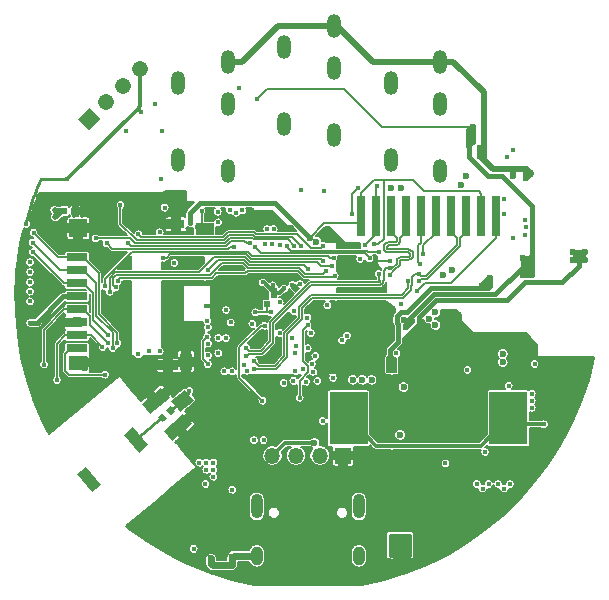
<source format=gbl>
G04 #@! TF.GenerationSoftware,KiCad,Pcbnew,5.1.5+dfsg1-2build2*
G04 #@! TF.CreationDate,2020-11-19T00:01:25+01:00*
G04 #@! TF.ProjectId,OtterCastAudioV2,4f747465-7243-4617-9374-417564696f56,rev?*
G04 #@! TF.SameCoordinates,Original*
G04 #@! TF.FileFunction,Copper,L4,Bot*
G04 #@! TF.FilePolarity,Positive*
%FSLAX46Y46*%
G04 Gerber Fmt 4.6, Leading zero omitted, Abs format (unit mm)*
G04 Created by KiCad (PCBNEW 5.1.5+dfsg1-2build2) date 2020-11-19 00:01:25*
%MOMM*%
%LPD*%
G04 APERTURE LIST*
%ADD10R,0.500000X0.600000*%
%ADD11C,0.100000*%
%ADD12R,0.700000X3.500000*%
%ADD13R,3.280000X4.500000*%
%ADD14C,1.350000*%
%ADD15O,1.350000X1.350000*%
%ADD16R,1.350000X1.350000*%
%ADD17O,1.000000X2.100000*%
%ADD18O,1.000000X1.600000*%
%ADD19O,1.200000X2.000000*%
%ADD20R,1.550000X1.000000*%
%ADD21R,1.500000X1.500000*%
%ADD22R,1.750000X0.700000*%
%ADD23R,1.400000X0.800000*%
%ADD24R,1.000000X1.450000*%
%ADD25R,1.500000X0.800000*%
%ADD26R,1.500000X1.300000*%
%ADD27R,0.600000X0.900000*%
%ADD28C,0.600000*%
%ADD29C,0.450000*%
%ADD30C,0.400000*%
%ADD31C,0.200000*%
%ADD32C,0.300000*%
%ADD33C,0.500000*%
%ADD34C,0.250000*%
%ADD35C,0.600000*%
%ADD36C,0.127000*%
%ADD37C,0.254000*%
G04 APERTURE END LIST*
D10*
X80320000Y-92700000D03*
X79380000Y-92700000D03*
G04 #@! TA.AperFunction,SMDPad,CuDef*
D11*
G36*
X87667910Y-110080213D02*
G01*
X87796467Y-110233422D01*
X85498334Y-112161785D01*
X85369777Y-112008576D01*
X87667910Y-110080213D01*
G37*
G04 #@! TD.AperFunction*
G04 #@! TA.AperFunction,SMDPad,CuDef*
G36*
X87677240Y-109811302D02*
G01*
X88062912Y-110270928D01*
X87679890Y-110592322D01*
X87294218Y-110132696D01*
X87677240Y-109811302D01*
G37*
G04 #@! TD.AperFunction*
G04 #@! TA.AperFunction,SMDPad,CuDef*
G36*
X85918043Y-109068252D02*
G01*
X87603341Y-107654119D01*
X88310407Y-108496768D01*
X86625109Y-109910901D01*
X85918043Y-109068252D01*
G37*
G04 #@! TD.AperFunction*
G04 #@! TA.AperFunction,SMDPad,CuDef*
G36*
X87782127Y-111289781D02*
G01*
X89467425Y-109875648D01*
X90174491Y-110718297D01*
X88489193Y-112132430D01*
X87782127Y-111289781D01*
G37*
G04 #@! TD.AperFunction*
G04 #@! TA.AperFunction,SMDPad,CuDef*
G36*
X85181951Y-110991314D02*
G01*
X86467526Y-112523403D01*
X85701481Y-113166190D01*
X84415906Y-111634101D01*
X85181951Y-110991314D01*
G37*
G04 #@! TD.AperFunction*
G04 #@! TA.AperFunction,SMDPad,CuDef*
G36*
X81718049Y-116508686D02*
G01*
X80432474Y-114976597D01*
X81198519Y-114333810D01*
X82484094Y-115865899D01*
X81718049Y-116508686D01*
G37*
G04 #@! TD.AperFunction*
G04 #@! TA.AperFunction,SMDPad,CuDef*
G36*
X90347050Y-108745932D02*
G01*
X89197984Y-109710114D01*
X88876590Y-109327091D01*
X88654437Y-109513500D01*
X88782994Y-109666709D01*
X88399972Y-109988102D01*
X88014300Y-109528476D01*
X88397322Y-109207082D01*
X88525879Y-109360291D01*
X88748032Y-109173882D01*
X88426638Y-108790860D01*
X89575705Y-107826679D01*
X90347050Y-108745932D01*
G37*
G04 #@! TD.AperFunction*
D12*
X114645000Y-93100000D03*
X112105000Y-93100000D03*
X113375000Y-93100000D03*
X109565000Y-93100000D03*
X110835000Y-93100000D03*
X107025000Y-93100000D03*
X108295000Y-93100000D03*
X105755000Y-93100000D03*
X115915000Y-93100000D03*
X104485000Y-93100000D03*
D13*
X103440000Y-110250000D03*
X116960000Y-110250000D03*
D14*
X85789751Y-80697272D02*
X85789751Y-80697272D01*
X84363250Y-82099091D02*
X84363250Y-82099091D01*
X82936750Y-83500909D02*
X82936750Y-83500909D01*
G04 #@! TA.AperFunction,ComponentPad*
D11*
G36*
X82464807Y-84911058D02*
G01*
X81501919Y-85857286D01*
X80555691Y-84894398D01*
X81518579Y-83948170D01*
X82464807Y-84911058D01*
G37*
G04 #@! TD.AperFunction*
D15*
X97000000Y-113400000D03*
X99000000Y-113400000D03*
X101000000Y-113400000D03*
D16*
X103000000Y-113400000D03*
D17*
X95680000Y-117715000D03*
X104320000Y-117715000D03*
D18*
X95680000Y-121895000D03*
X104320000Y-121895000D03*
D19*
X98000000Y-78800000D03*
X98000000Y-85300000D03*
X102200000Y-86300000D03*
X102200000Y-80600000D03*
X102200000Y-77000000D03*
X107000000Y-81850000D03*
X107000000Y-88350000D03*
X111200000Y-89350000D03*
X111200000Y-83650000D03*
X111200000Y-80050000D03*
X89000000Y-81850000D03*
X89000000Y-88350000D03*
X93200000Y-89350000D03*
X93200000Y-83650000D03*
X93200000Y-80050000D03*
D20*
X91250000Y-94225000D03*
D21*
X80575000Y-94175000D03*
D22*
X80450000Y-96625000D03*
X80450000Y-97725000D03*
X80450000Y-98825000D03*
X80450000Y-99925000D03*
X80450000Y-101025000D03*
X80450000Y-102125000D03*
X80450000Y-103225000D03*
D23*
X88825000Y-93825000D03*
D24*
X89675000Y-105450000D03*
D25*
X88175000Y-105775000D03*
D26*
X80575000Y-105525000D03*
D22*
X80450000Y-104325000D03*
D27*
X95600000Y-99600000D03*
X97100000Y-99600000D03*
G04 #@! TA.AperFunction,SMDPad,CuDef*
D11*
G36*
X98232305Y-99493431D02*
G01*
X98656569Y-99917695D01*
X98303015Y-100271249D01*
X97878751Y-99846985D01*
X98232305Y-99493431D01*
G37*
G04 #@! TD.AperFunction*
G04 #@! TA.AperFunction,SMDPad,CuDef*
G36*
X98896985Y-98828751D02*
G01*
X99321249Y-99253015D01*
X98967695Y-99606569D01*
X98543431Y-99182305D01*
X98896985Y-98828751D01*
G37*
G04 #@! TD.AperFunction*
D10*
X95580000Y-100600000D03*
X96520000Y-100600000D03*
D28*
X108400000Y-117050000D03*
X107200000Y-117050000D03*
X107200000Y-118250000D03*
X108400000Y-118250000D03*
D29*
X89040000Y-93790000D03*
D28*
X100600000Y-108450000D03*
X80875000Y-102125000D03*
X78250000Y-104300000D03*
X81150000Y-105200000D03*
X81150000Y-105950000D03*
D29*
X92700000Y-94175000D03*
X116625000Y-92925000D03*
X116625000Y-91675000D03*
D28*
X105150000Y-103750000D03*
X105150000Y-103050000D03*
X110700000Y-108800000D03*
X113000000Y-90500000D03*
X113400000Y-89725000D03*
X122440000Y-96850000D03*
X123440000Y-96150000D03*
X122440000Y-96150000D03*
X123440000Y-96850000D03*
X109440000Y-102650000D03*
X111450000Y-98150000D03*
X112200000Y-97700000D03*
X111700000Y-108800000D03*
X112700000Y-108800000D03*
X113700000Y-108800000D03*
X110700000Y-109800000D03*
X111700000Y-109800000D03*
X112700000Y-109800000D03*
X113700000Y-109800000D03*
X110700000Y-110800000D03*
X111700000Y-110800000D03*
X112700000Y-110800000D03*
X113700000Y-110800000D03*
X110700000Y-111800000D03*
X111700000Y-111800000D03*
X112700000Y-111800000D03*
X113700000Y-111800000D03*
D29*
X109100000Y-104850000D03*
X109800000Y-104850000D03*
X108500000Y-105150000D03*
X111050000Y-105700000D03*
X96195000Y-103555000D03*
X95562500Y-100312500D03*
X95537500Y-99637500D03*
X94237500Y-99637500D03*
X94250000Y-100950000D03*
D28*
X105225000Y-101350000D03*
D29*
X100100000Y-101050000D03*
D28*
X109200000Y-113250000D03*
X113675000Y-115350000D03*
X111800000Y-115350000D03*
X110700000Y-116700000D03*
X110000000Y-116700000D03*
X112500000Y-117450000D03*
X114400000Y-117900000D03*
X115000000Y-118550000D03*
X116400000Y-117850000D03*
X117700000Y-116800000D03*
X118000000Y-114000000D03*
X118000000Y-115000000D03*
X118000000Y-116000000D03*
X119000000Y-114000000D03*
X120000000Y-114000000D03*
X121250000Y-111500000D03*
X121250000Y-110500000D03*
X121250000Y-109500000D03*
X121250000Y-108500000D03*
X120500000Y-107500000D03*
X107250000Y-107300000D03*
X105300000Y-106190000D03*
X104600000Y-106190000D03*
X105300000Y-105150000D03*
X107050000Y-103300000D03*
X111950000Y-102850000D03*
X111950000Y-103850000D03*
X111950000Y-104850000D03*
X111550000Y-102050000D03*
X109900000Y-103300000D03*
X108950000Y-103300000D03*
X111550000Y-101350000D03*
X114050000Y-104675000D03*
X114900000Y-104675000D03*
X115750000Y-104675000D03*
X116500000Y-104000000D03*
X120500000Y-106500000D03*
X120450000Y-105500000D03*
X121500000Y-105500000D03*
X122500000Y-105500000D03*
X123500000Y-105520000D03*
X109200000Y-116150000D03*
X109200000Y-116950000D03*
X109200000Y-117800000D03*
X104350000Y-115425000D03*
D29*
X110350000Y-115225000D03*
D28*
X116450000Y-113050000D03*
X116450000Y-113950000D03*
X105225000Y-100660010D03*
X117890020Y-105325000D03*
D29*
X97325000Y-104200000D03*
X98150000Y-100070000D03*
X102149702Y-102227843D03*
X91400000Y-100749994D03*
X96275000Y-92875000D03*
X88750000Y-104000000D03*
X89975000Y-104025000D03*
X89350000Y-104000000D03*
D28*
X107000000Y-90750000D03*
X107925002Y-90750000D03*
D29*
X106920000Y-96930000D03*
X104180000Y-97370000D03*
X103480000Y-99414490D03*
X98670000Y-101720000D03*
X96189507Y-101873671D03*
X102850000Y-106590002D03*
X102214998Y-105125000D03*
D28*
X101584262Y-95057166D03*
D29*
X90560000Y-102965022D03*
X97679937Y-98789907D03*
X93658827Y-98378510D03*
X94368662Y-97581499D03*
X90139998Y-94500000D03*
X94273510Y-102262224D03*
D28*
X78250000Y-105350000D03*
X76900000Y-105825000D03*
X76890000Y-104755000D03*
X75825000Y-102050000D03*
X79350000Y-95325000D03*
X81150000Y-95400000D03*
X84825000Y-97275000D03*
X83800000Y-96425000D03*
X82025000Y-96525000D03*
X83725000Y-100200000D03*
X82825000Y-101150000D03*
X84600000Y-101350000D03*
X84600000Y-102600000D03*
X84675000Y-103850000D03*
X79175000Y-102125000D03*
X87875000Y-103675000D03*
X87850000Y-102075000D03*
X87925000Y-100450000D03*
D29*
X87825000Y-97450000D03*
X87825000Y-98800000D03*
X88630000Y-99375000D03*
X96975000Y-92950000D03*
D28*
X79120000Y-109970000D03*
X80220000Y-108970000D03*
X81320000Y-107970000D03*
X78020000Y-110970000D03*
X85400000Y-119600000D03*
X86500000Y-118600000D03*
X87600000Y-117600000D03*
X88700000Y-116600000D03*
X86000000Y-108000000D03*
X89300000Y-112000000D03*
X90400000Y-110200000D03*
X88400000Y-107800000D03*
X92700000Y-110500000D03*
X92700000Y-109200000D03*
X90800000Y-111800000D03*
X93600000Y-113500000D03*
X93100000Y-115600000D03*
D29*
X91600000Y-117050000D03*
D28*
X92100000Y-119000000D03*
X93700000Y-119000000D03*
X92400000Y-121100000D03*
X90790000Y-120610000D03*
X91130000Y-120050000D03*
X90400000Y-118700000D03*
X90500000Y-119700000D03*
X96000000Y-114900000D03*
X97300000Y-114500000D03*
X98300000Y-114500000D03*
X105100000Y-116200000D03*
X105600000Y-117200000D03*
X105600000Y-118300000D03*
X97400000Y-112100000D03*
X98600000Y-111600000D03*
D29*
X96550000Y-111000000D03*
X96600000Y-109200000D03*
X97210000Y-108290000D03*
X97580000Y-107720000D03*
X96298074Y-99753639D03*
X97580000Y-102330000D03*
X94550000Y-108800000D03*
X77275000Y-91900000D03*
X77300000Y-92950000D03*
X76800000Y-92950000D03*
X81600000Y-92400000D03*
X81100000Y-92700000D03*
X81600000Y-93050000D03*
X88570000Y-91830000D03*
X85200000Y-91250000D03*
D28*
X92800000Y-117050000D03*
D29*
X92800000Y-118250000D03*
D28*
X96820000Y-119120000D03*
X96800000Y-115980000D03*
X98640000Y-118970000D03*
X101370000Y-118990000D03*
X101380000Y-115060000D03*
X112500000Y-118250000D03*
X112500000Y-119000000D03*
X114000000Y-116900000D03*
X113750000Y-118400000D03*
X110350000Y-118200000D03*
X107300000Y-113300000D03*
D29*
X93636300Y-103548572D03*
X89975000Y-107950000D03*
X99850000Y-107150000D03*
D28*
X115400000Y-98375000D03*
D29*
X106900000Y-105225000D03*
X107260000Y-105550000D03*
X106900000Y-105875000D03*
X107275000Y-106200000D03*
X99959664Y-101723471D03*
X100249213Y-103027024D03*
X119200000Y-105650000D03*
X100800000Y-107100000D03*
D28*
X104600000Y-107000000D03*
X103800000Y-107000000D03*
X105400000Y-107000000D03*
D29*
X90025000Y-93150000D03*
D28*
X115425000Y-99039990D03*
X114700000Y-99039990D03*
D29*
X99013971Y-104123940D03*
D28*
X100160022Y-94950000D03*
D29*
X98674997Y-98974997D03*
X99325000Y-98875000D03*
X90024555Y-93699110D03*
X105640000Y-95500000D03*
D28*
X100720000Y-95290000D03*
D29*
X76156253Y-93790854D03*
X79640016Y-89970000D03*
X88690000Y-97100000D03*
X85850000Y-84300000D03*
X77050000Y-102180000D03*
X76490000Y-102180000D03*
X92000000Y-115200000D03*
X91400000Y-114600000D03*
D28*
X108100000Y-107600000D03*
D29*
X114800000Y-116200000D03*
X116600000Y-116200000D03*
X117100000Y-115800000D03*
X115300000Y-115800000D03*
X114300000Y-115800000D03*
X116100000Y-115800000D03*
X90800000Y-114000000D03*
X92000000Y-114600000D03*
X91400000Y-114000000D03*
X92000000Y-114000000D03*
D28*
X116500000Y-105500000D03*
X116500000Y-104800000D03*
X107800000Y-111650000D03*
D29*
X118950000Y-109350000D03*
X118950000Y-108750000D03*
X118950000Y-108150000D03*
X91325000Y-115800000D03*
D28*
X100550000Y-112325000D03*
D29*
X111650000Y-114075000D03*
X93600002Y-116300000D03*
D28*
X108400000Y-120400000D03*
X107200000Y-121600000D03*
X107200000Y-120400000D03*
X108400000Y-121600000D03*
X91799996Y-122100000D03*
X93600000Y-122000000D03*
D29*
X96550000Y-94225000D03*
X97100000Y-94225000D03*
X97600000Y-95600000D03*
X96975000Y-95525000D03*
X96350000Y-95500000D03*
D28*
X110250000Y-101800000D03*
X110800000Y-101250000D03*
X110800000Y-102350000D03*
D29*
X97609508Y-100409499D03*
X98829943Y-101183314D03*
X97020000Y-98990000D03*
X97994847Y-99252989D03*
X96177829Y-98750009D03*
X101250000Y-110475000D03*
X115000000Y-113100000D03*
X117000000Y-107500000D03*
X99975000Y-102375000D03*
X99300000Y-108500000D03*
D28*
X113950000Y-86850000D03*
X113950000Y-86200000D03*
X113950000Y-85550000D03*
X118950000Y-96700000D03*
X118950000Y-98100000D03*
X108175000Y-101900000D03*
X108326256Y-102542678D03*
X108821231Y-102047703D03*
X118250000Y-98100000D03*
X118250000Y-96700000D03*
D29*
X107500000Y-104750000D03*
X95425000Y-112100000D03*
X96250000Y-112100000D03*
X97956790Y-107256790D03*
X95650000Y-83200000D03*
X94825000Y-106225000D03*
X94625000Y-105725000D03*
X96850000Y-101275000D03*
X95550000Y-101275000D03*
X93600000Y-106275000D03*
X92925000Y-106275000D03*
X95298510Y-102250000D03*
X91526140Y-105641275D03*
X91470000Y-103358510D03*
D28*
X118500000Y-89150000D03*
X118500000Y-89900000D03*
X114550000Y-88050000D03*
X114550000Y-87400000D03*
X117325000Y-89725000D03*
D29*
X103775000Y-92974996D03*
X104228213Y-90778207D03*
X116889990Y-88100000D03*
X101350000Y-90975000D03*
X99400000Y-90950000D03*
X117350000Y-87547192D03*
X96332868Y-102415022D03*
X96150000Y-108750000D03*
X109765018Y-96325000D03*
X109515002Y-97150000D03*
X103950000Y-108250000D03*
X104750000Y-109600000D03*
X104000000Y-109750000D03*
X103400000Y-109750000D03*
X117400000Y-109110000D03*
X116500000Y-110350000D03*
X115965000Y-110370000D03*
X119975000Y-110750000D03*
X103450000Y-108250000D03*
X84600000Y-85900000D03*
X93375000Y-92625000D03*
X94450000Y-92650000D03*
X87025000Y-83600000D03*
X91000000Y-92700000D03*
X98925077Y-106251490D03*
X90625000Y-94010022D03*
X98935121Y-104678377D03*
X83875000Y-103875000D03*
X76775002Y-94540000D03*
X99981512Y-104313839D03*
X83473510Y-104309649D03*
X76695002Y-95370000D03*
X99602643Y-106037230D03*
X83050000Y-103175000D03*
X76705002Y-96200000D03*
X100631512Y-104963839D03*
X77650000Y-105700000D03*
X83050000Y-103850000D03*
X78750006Y-107000000D03*
X100351760Y-105656529D03*
X82610521Y-104200000D03*
X100425000Y-106310003D03*
X82825000Y-106560024D03*
X103300000Y-103240000D03*
X97610000Y-103010000D03*
X104410000Y-96750000D03*
X102880000Y-103660000D03*
X98685510Y-103430662D03*
X107870000Y-100570000D03*
X109399460Y-98021113D03*
X95450000Y-106050000D03*
X109399460Y-98598115D03*
X95431512Y-105386161D03*
X108450002Y-98611250D03*
X106931729Y-97554136D03*
X94781512Y-104963839D03*
X106931729Y-98131138D03*
X106005001Y-98024645D03*
X94781512Y-104313839D03*
X105220024Y-96700000D03*
X95548507Y-95785876D03*
X105993183Y-96169373D03*
X98217946Y-95663710D03*
X93469737Y-102130800D03*
X87600000Y-90000000D03*
X93080000Y-101070000D03*
X87650000Y-85900000D03*
X92365002Y-92750000D03*
X91480000Y-101980000D03*
X92399061Y-93656107D03*
X91533993Y-102542989D03*
X102125000Y-106825000D03*
X101652825Y-100697013D03*
X113500000Y-106160010D03*
X90325000Y-121300000D03*
X92410000Y-103440000D03*
X94150000Y-82300000D03*
X118433298Y-94089207D03*
X101999813Y-97321824D03*
X83225000Y-99525000D03*
X76459998Y-100350000D03*
X118370000Y-94700000D03*
X102265110Y-98183686D03*
X83900000Y-98600000D03*
X76459998Y-97860000D03*
X118390000Y-93500000D03*
X102173214Y-96690469D03*
X82800000Y-99050000D03*
X76459998Y-99520000D03*
X101509506Y-97809497D03*
X117324998Y-95024998D03*
X83715958Y-99164361D03*
X76459998Y-98715000D03*
X101300000Y-95625000D03*
X85650000Y-94675000D03*
X101285710Y-96938162D03*
X87750000Y-96650000D03*
X98850000Y-95655002D03*
X82025000Y-95025000D03*
X82950000Y-95425002D03*
X93726490Y-95739479D03*
X84775000Y-95425000D03*
X95125000Y-95419469D03*
X93900000Y-92839984D03*
X87870000Y-92410000D03*
X92409499Y-104740494D03*
X87450000Y-104576490D03*
X99990501Y-97590493D03*
X91575000Y-97700000D03*
X98772012Y-107074493D03*
X76464998Y-97030000D03*
X99450000Y-95655002D03*
X84131878Y-92184999D03*
X87450000Y-94500000D03*
X93059505Y-103440503D03*
X86550000Y-104575000D03*
X91536406Y-103919975D03*
X104804974Y-95600000D03*
X105890000Y-90560000D03*
X109225000Y-99450000D03*
X78600000Y-93200000D03*
X78550000Y-92600000D03*
X91525000Y-104925000D03*
X85650000Y-104825000D03*
D30*
X123289999Y-96500000D02*
X123251091Y-96461091D01*
X123290000Y-96850000D02*
X122975355Y-96849999D01*
X122975355Y-96849999D02*
X122590001Y-96850000D01*
X122590001Y-96850000D02*
X122590001Y-96300001D01*
X123290000Y-96850000D02*
X123290000Y-96300000D01*
X123290000Y-96142893D02*
X122590001Y-96142893D01*
X123251091Y-96461091D02*
X122625357Y-96461091D01*
D31*
X105255000Y-97370000D02*
X104180000Y-97370000D01*
X105695000Y-96930000D02*
X105255000Y-97370000D01*
X106920000Y-96930000D02*
X105695000Y-96930000D01*
D32*
X91400000Y-100749994D02*
X92149994Y-100749994D01*
D31*
X98150000Y-100000000D02*
X98267660Y-99882340D01*
X98150000Y-100070000D02*
X98150000Y-100000000D01*
D32*
X95753639Y-99753639D02*
X95600000Y-99600000D01*
X96298074Y-99753639D02*
X95753639Y-99753639D01*
X96121361Y-99753639D02*
X95562500Y-100312500D01*
X96298074Y-99753639D02*
X96121361Y-99753639D01*
X95537500Y-100287500D02*
X95562500Y-100312500D01*
X95537500Y-99637500D02*
X95537500Y-100287500D01*
D30*
X122940000Y-96885354D02*
X122940000Y-97350000D01*
X122975355Y-96849999D02*
X122940000Y-96885354D01*
X109440000Y-102225736D02*
X109440000Y-102650000D01*
X110882780Y-100270022D02*
X109440000Y-101712802D01*
X116829978Y-100270022D02*
X110882780Y-100270022D01*
X118350000Y-98750000D02*
X116829978Y-100270022D01*
X121540000Y-98750000D02*
X118350000Y-98750000D01*
X109440000Y-101712802D02*
X109440000Y-102225736D01*
X122940000Y-97350000D02*
X121540000Y-98750000D01*
D31*
X88597819Y-109430467D02*
X89386844Y-108768396D01*
X89386844Y-108768396D02*
X89975000Y-108180240D01*
X89975000Y-108180240D02*
X89975000Y-107950000D01*
D30*
X106975000Y-106075000D02*
X106975000Y-106075000D01*
D33*
X114700000Y-99039990D02*
X115425000Y-99039990D01*
X115400000Y-98375000D02*
X115400000Y-99014990D01*
X114735010Y-99039990D02*
X114700000Y-99039990D01*
X115400000Y-99014990D02*
X115425000Y-99039990D01*
X115400000Y-98375000D02*
X114735010Y-99039990D01*
D30*
X106964999Y-106064999D02*
X106975000Y-106075000D01*
X106964999Y-104493199D02*
X106964999Y-106064999D01*
X107660001Y-102260001D02*
X107660001Y-103798197D01*
X107550000Y-102150000D02*
X107660001Y-102260001D01*
X107550000Y-101625000D02*
X107550000Y-102150000D01*
X107925000Y-101250000D02*
X107550000Y-101625000D01*
X108425000Y-101250000D02*
X107925000Y-101250000D01*
X110425000Y-99250000D02*
X108425000Y-101250000D01*
X107660001Y-103798197D02*
X106964999Y-104493199D01*
X115425000Y-99039990D02*
X115214990Y-99250000D01*
X115214990Y-99250000D02*
X110425000Y-99250000D01*
X97235022Y-92025000D02*
X99860023Y-94650001D01*
X90831802Y-92025000D02*
X97235022Y-92025000D01*
X90025000Y-92831802D02*
X90831802Y-92025000D01*
X99860023Y-94650001D02*
X100160022Y-94950000D01*
X90025000Y-93150000D02*
X90025000Y-92831802D01*
X90025000Y-93698665D02*
X90024555Y-93699110D01*
X90025000Y-93150000D02*
X90025000Y-93698665D01*
D31*
X104485000Y-93655000D02*
X104485000Y-93100000D01*
X104390000Y-93750000D02*
X104485000Y-93655000D01*
X101360022Y-93750000D02*
X104390000Y-93750000D01*
X100160022Y-94950000D02*
X101360022Y-93750000D01*
X104485000Y-91150000D02*
X105565000Y-90070000D01*
X104485000Y-93100000D02*
X104485000Y-91150000D01*
X105565000Y-90070000D02*
X106370000Y-90070000D01*
X105958198Y-95500000D02*
X105640000Y-95500000D01*
X106410000Y-95048198D02*
X105958198Y-95500000D01*
X106410000Y-90110000D02*
X106410000Y-95048198D01*
X106370000Y-90070000D02*
X106410000Y-90110000D01*
X114450000Y-91030000D02*
X114645000Y-91225000D01*
X114645000Y-91225000D02*
X114645000Y-93100000D01*
X108890000Y-90070000D02*
X109850000Y-91030000D01*
X109850000Y-91030000D02*
X114450000Y-91030000D01*
X106370000Y-90070000D02*
X108890000Y-90070000D01*
X99275000Y-98875000D02*
X98932340Y-99217660D01*
X99325000Y-98875000D02*
X99275000Y-98875000D01*
X98689677Y-98974997D02*
X98932340Y-99217660D01*
X98674997Y-98974997D02*
X98689677Y-98974997D01*
D34*
X79610016Y-90000000D02*
X79640016Y-89970000D01*
X77346215Y-90057888D02*
X77372059Y-90000000D01*
X76156253Y-93790854D02*
X76074295Y-93708895D01*
X77372059Y-90000000D02*
X79610016Y-90000000D01*
X76271306Y-93000811D02*
X76361880Y-92700765D01*
X76074295Y-93708895D02*
X76101549Y-93604407D01*
X76101549Y-93604407D02*
X76184507Y-93302100D01*
X76656421Y-91807509D02*
X76762108Y-91512365D01*
X76184507Y-93302100D02*
X76271306Y-93000811D01*
X76554465Y-92104023D02*
X76656421Y-91807509D01*
X77101500Y-90635264D02*
X77222003Y-90345857D01*
X76456307Y-92401704D02*
X76554465Y-92104023D01*
X77222003Y-90345857D02*
X77346215Y-90057888D01*
X76361880Y-92700765D02*
X76456307Y-92401704D01*
X76762108Y-91512365D02*
X76871511Y-91218624D01*
X76871511Y-91218624D02*
X76984673Y-90926176D01*
X76984673Y-90926176D02*
X77101500Y-90635264D01*
D32*
X85789751Y-80697272D02*
X85789751Y-83820265D01*
X85580008Y-84030008D02*
X85850000Y-84300000D01*
X85789751Y-83820265D02*
X85580008Y-84030008D01*
X85580008Y-84030008D02*
X79640016Y-89970000D01*
D30*
X76490000Y-102180000D02*
X77140000Y-102180000D01*
X79305000Y-99925000D02*
X77050000Y-102180000D01*
X80450000Y-99925000D02*
X79305000Y-99925000D01*
D32*
X98075000Y-112325000D02*
X97000000Y-113400000D01*
X100550000Y-112325000D02*
X98075000Y-112325000D01*
D35*
X93705000Y-121895000D02*
X93600000Y-122000000D01*
X95680000Y-121895000D02*
X93705000Y-121895000D01*
X93600000Y-122645000D02*
X93600000Y-122000000D01*
X93545000Y-122700000D02*
X93600000Y-122645000D01*
X91799996Y-122574260D02*
X91925736Y-122700000D01*
X91925736Y-122700000D02*
X93545000Y-122700000D01*
X91799996Y-122100000D02*
X91799996Y-122574260D01*
D32*
X96250009Y-98750009D02*
X97100000Y-99600000D01*
X96177829Y-98750009D02*
X96250009Y-98750009D01*
X97020000Y-99520000D02*
X97100000Y-99600000D01*
X97020000Y-98990000D02*
X97020000Y-99520000D01*
X97647836Y-99600000D02*
X97100000Y-99600000D01*
X97994847Y-99252989D02*
X97647836Y-99600000D01*
D36*
X99300000Y-107050000D02*
X99300000Y-108500000D01*
X100000000Y-106350000D02*
X99300000Y-107050000D01*
X100000000Y-106229655D02*
X100000000Y-106350000D01*
X100001144Y-106228511D02*
X100000000Y-106229655D01*
X100001144Y-105845949D02*
X100001144Y-106228511D01*
X99550000Y-105394805D02*
X100001144Y-105845949D01*
X99550000Y-102800000D02*
X99550000Y-105394805D01*
X99975000Y-102375000D02*
X99550000Y-102800000D01*
D30*
X118950000Y-96700000D02*
X118950000Y-98100000D01*
X118250000Y-96700000D02*
X118250000Y-98100000D01*
X118600000Y-96750000D02*
X118600000Y-98100000D01*
X118550000Y-96700000D02*
X118600000Y-96750000D01*
X118600000Y-98100000D02*
X118950000Y-98100000D01*
X118250000Y-98100000D02*
X118600000Y-98100000D01*
X118950000Y-96700000D02*
X118550000Y-96700000D01*
X118550000Y-96700000D02*
X118250000Y-96700000D01*
D33*
X113650001Y-87149999D02*
X113950000Y-86850000D01*
X113650001Y-86499999D02*
X113950000Y-86200000D01*
X113650001Y-87149999D02*
X113650001Y-86499999D01*
X113950000Y-85550000D02*
X113950000Y-86850000D01*
X113650000Y-85850000D02*
X113950000Y-85550000D01*
X113650000Y-87250000D02*
X113650000Y-85850000D01*
D30*
X108326256Y-102542678D02*
X108821231Y-102047703D01*
X115839989Y-99760011D02*
X110664989Y-99760011D01*
X108326256Y-102118414D02*
X108326256Y-102542678D01*
X108326256Y-102098744D02*
X108326256Y-102118414D01*
X110664989Y-99760011D02*
X108326256Y-102098744D01*
X118200000Y-97400000D02*
X115839989Y-99760011D01*
D36*
X96510000Y-82340000D02*
X95650000Y-83200000D01*
X103090000Y-82340000D02*
X96510000Y-82340000D01*
X106300000Y-85550000D02*
X103090000Y-82340000D01*
X113950000Y-85550000D02*
X106300000Y-85550000D01*
D30*
X119000000Y-96500000D02*
X118200000Y-97300000D01*
X119000000Y-92300000D02*
X119000000Y-96500000D01*
X116450000Y-89750000D02*
X119000000Y-92300000D01*
X115250000Y-89750000D02*
X116450000Y-89750000D01*
X113650000Y-88150000D02*
X115250000Y-89750000D01*
X113650001Y-87149999D02*
X113650000Y-88150000D01*
D31*
X96475000Y-101275000D02*
X96520000Y-101230000D01*
X96850000Y-101275000D02*
X96475000Y-101275000D01*
X96520000Y-101230000D02*
X96520000Y-100600000D01*
X96475000Y-101275000D02*
X95550000Y-101275000D01*
D36*
X91100000Y-103728510D02*
X91245001Y-103583509D01*
X91100000Y-105215135D02*
X91100000Y-103728510D01*
X91526140Y-105641275D02*
X91100000Y-105215135D01*
X91245001Y-103583509D02*
X91470000Y-103358510D01*
D33*
X114550000Y-88050000D02*
X114550000Y-87400000D01*
X118850000Y-89550000D02*
X118500000Y-89900000D01*
X118850000Y-89500000D02*
X118500000Y-89150000D01*
X118500000Y-89900000D02*
X118500000Y-89150000D01*
X117000000Y-89150000D02*
X115650000Y-89150000D01*
X118500000Y-89150000D02*
X117000000Y-89150000D01*
X114900000Y-87750000D02*
X114900000Y-88400000D01*
X114550000Y-87400000D02*
X114900000Y-87750000D01*
X114900000Y-88400000D02*
X114550000Y-88050000D01*
X115650000Y-89150000D02*
X114900000Y-88400000D01*
X112300000Y-80050000D02*
X111200000Y-80050000D01*
X114900000Y-87750000D02*
X114900000Y-82650000D01*
X114900000Y-82650000D02*
X112300000Y-80050000D01*
X94300000Y-80050000D02*
X93200000Y-80050000D01*
X94428206Y-80050000D02*
X94300000Y-80050000D01*
X97478206Y-77000000D02*
X94428206Y-80050000D01*
X102200000Y-77000000D02*
X97478206Y-77000000D01*
X102500000Y-77000000D02*
X102200000Y-77000000D01*
X105550000Y-80050000D02*
X102500000Y-77000000D01*
X111200000Y-80050000D02*
X105550000Y-80050000D01*
X117325000Y-89175000D02*
X117325000Y-89725000D01*
X117300000Y-89150000D02*
X117325000Y-89175000D01*
X117000000Y-89150000D02*
X117300000Y-89150000D01*
D31*
X103775000Y-91231420D02*
X104228213Y-90778207D01*
X103775000Y-92974996D02*
X103775000Y-91231420D01*
D36*
X94200000Y-106800000D02*
X96150000Y-108750000D01*
X94200000Y-104250000D02*
X94200000Y-106800000D01*
X96034978Y-102415022D02*
X94200000Y-104250000D01*
X96332868Y-102415022D02*
X96034978Y-102415022D01*
X110835000Y-94540000D02*
X109765018Y-95609982D01*
X109765018Y-95609982D02*
X109765018Y-96325000D01*
X110835000Y-93100000D02*
X110835000Y-94540000D01*
X109350000Y-96984998D02*
X109515002Y-97150000D01*
X109350000Y-95600000D02*
X109350000Y-96984998D01*
X109565000Y-95385000D02*
X109350000Y-95600000D01*
X109565000Y-93100000D02*
X109565000Y-95385000D01*
D32*
X114630000Y-112580000D02*
X116960000Y-110250000D01*
X105780000Y-112580000D02*
X114630000Y-112580000D01*
X103450000Y-110250000D02*
X105780000Y-112580000D01*
X103440000Y-110250000D02*
X103450000Y-110250000D01*
X118300000Y-110750000D02*
X119975000Y-110750000D01*
X117800000Y-110250000D02*
X118300000Y-110750000D01*
X116960000Y-110250000D02*
X117800000Y-110250000D01*
D36*
X91025000Y-94225000D02*
X91250000Y-94225000D01*
X91000000Y-94200000D02*
X91025000Y-94225000D01*
X91000000Y-92700000D02*
X91000000Y-94200000D01*
X91035022Y-94010022D02*
X90943198Y-94010022D01*
X90943198Y-94010022D02*
X90625000Y-94010022D01*
X91250000Y-94225000D02*
X91035022Y-94010022D01*
X80975000Y-96625000D02*
X80450000Y-96625000D01*
X82275000Y-101450000D02*
X82275000Y-97925000D01*
X82275000Y-97925000D02*
X80975000Y-96625000D01*
X83875000Y-103050000D02*
X82275000Y-101450000D01*
X83875000Y-103875000D02*
X83875000Y-103050000D01*
X78860002Y-96625000D02*
X76775002Y-94540000D01*
X80450000Y-96625000D02*
X78860002Y-96625000D01*
X80975000Y-97725000D02*
X80450000Y-97725000D01*
X82037989Y-98787989D02*
X80975000Y-97725000D01*
X82037989Y-101548173D02*
X82037989Y-98787989D01*
X83473510Y-102983694D02*
X82037989Y-101548173D01*
X83473510Y-104309649D02*
X83473510Y-102983694D01*
X79050002Y-97725000D02*
X76695002Y-95370000D01*
X80450000Y-97725000D02*
X79050002Y-97725000D01*
X80975000Y-98825000D02*
X80450000Y-98825000D01*
X81800978Y-99650978D02*
X80975000Y-98825000D01*
X81800978Y-101925978D02*
X81800978Y-99650978D01*
X83050000Y-103175000D02*
X81800978Y-101925978D01*
X79330002Y-98825000D02*
X76705002Y-96200000D01*
X80450000Y-98825000D02*
X79330002Y-98825000D01*
X77650000Y-102750000D02*
X77650000Y-105700000D01*
X79375000Y-101025000D02*
X77650000Y-102750000D01*
X80450000Y-101025000D02*
X79375000Y-101025000D01*
X80975000Y-101025000D02*
X80450000Y-101025000D01*
X81563967Y-101613967D02*
X80975000Y-101025000D01*
X81563967Y-102363967D02*
X81563967Y-101613967D01*
X83050000Y-103850000D02*
X81563967Y-102363967D01*
X78750006Y-103922994D02*
X78750006Y-107000000D01*
X79448000Y-103225000D02*
X78750006Y-103922994D01*
X80450000Y-103225000D02*
X79448000Y-103225000D01*
X81625000Y-103225000D02*
X80450000Y-103225000D01*
X82600000Y-104200000D02*
X81625000Y-103225000D01*
X82610521Y-104200000D02*
X82600000Y-104200000D01*
X81139976Y-106560024D02*
X82825000Y-106560024D01*
X79448000Y-106223000D02*
X79785024Y-106560024D01*
X79785024Y-106560024D02*
X81139976Y-106560024D01*
X79448000Y-104802000D02*
X79448000Y-106223000D01*
X79925000Y-104325000D02*
X79448000Y-104802000D01*
X80450000Y-104325000D02*
X79925000Y-104325000D01*
X112613000Y-95587394D02*
X110017780Y-98182614D01*
X112613000Y-95008000D02*
X112613000Y-95587394D01*
X112105000Y-93100000D02*
X112105000Y-94500000D01*
X112105000Y-94500000D02*
X112613000Y-95008000D01*
X110017780Y-98182614D02*
X109560961Y-98182614D01*
X109560961Y-98182614D02*
X109399460Y-98021113D01*
X95841351Y-106050000D02*
X95450000Y-106050000D01*
X99537000Y-101842606D02*
X98257000Y-103122606D01*
X99537000Y-100902606D02*
X99537000Y-101842606D01*
X100372606Y-100067000D02*
X99537000Y-100902606D01*
X108850000Y-98275000D02*
X108850000Y-98975000D01*
X98257000Y-105092606D02*
X97299606Y-106050000D01*
X109399460Y-98021113D02*
X109103887Y-98021113D01*
X108062606Y-100067000D02*
X100372606Y-100067000D01*
X108770553Y-99359053D02*
X108062606Y-100067000D01*
X108770553Y-99041553D02*
X108770553Y-99359053D01*
X108837106Y-98975000D02*
X108770553Y-99041553D01*
X108850000Y-98975000D02*
X108837106Y-98975000D01*
X109103887Y-98021113D02*
X108850000Y-98275000D01*
X98257000Y-103122606D02*
X98257000Y-105092606D01*
X97299606Y-106050000D02*
X95841351Y-106050000D01*
X110122992Y-98436614D02*
X109560961Y-98436614D01*
X112867000Y-95692606D02*
X110122992Y-98436614D01*
X113375000Y-94500000D02*
X112867000Y-95008000D01*
X113375000Y-93100000D02*
X113375000Y-94500000D01*
X109560961Y-98436614D02*
X109399460Y-98598115D01*
X112867000Y-95008000D02*
X112867000Y-95692606D01*
X108450002Y-98611250D02*
X108450002Y-98989998D01*
X108450002Y-98989998D02*
X108450000Y-98990000D01*
X108450000Y-98990000D02*
X108450000Y-99002894D01*
X95841351Y-105796000D02*
X95431512Y-105386161D01*
X99283000Y-100797394D02*
X99283000Y-101737394D01*
X108450000Y-99002894D02*
X108516553Y-99069447D01*
X108516553Y-99253841D02*
X107957394Y-99813000D01*
X98020000Y-104970394D02*
X97194394Y-105796000D01*
X107957394Y-99813000D02*
X100267394Y-99813000D01*
X100267394Y-99813000D02*
X99283000Y-100797394D01*
X99283000Y-101737394D02*
X98020000Y-103000394D01*
X108516553Y-99069447D02*
X108516553Y-99253841D01*
X97194394Y-105796000D02*
X95841351Y-105796000D01*
X98020000Y-103000394D02*
X98020000Y-104970394D01*
X100292606Y-98997000D02*
X97087000Y-102202606D01*
X106931729Y-97554136D02*
X106613531Y-97554136D01*
X106425000Y-97742667D02*
X106425000Y-98537000D01*
X106613531Y-97554136D02*
X106425000Y-97742667D01*
X106425000Y-98537000D02*
X106342000Y-98620000D01*
X106122606Y-98997000D02*
X100292606Y-98997000D01*
X106342000Y-98620000D02*
X106342000Y-98777606D01*
X106342000Y-98777606D02*
X106122606Y-98997000D01*
X97087000Y-102202606D02*
X97087000Y-103832606D01*
X94979512Y-104765839D02*
X94781512Y-104963839D01*
X96153767Y-104765839D02*
X94979512Y-104765839D01*
X97087000Y-103832606D02*
X96153767Y-104765839D01*
X107620775Y-96707480D02*
X107572843Y-96783763D01*
X107760764Y-96595842D02*
X107684481Y-96643774D01*
X107845801Y-96566087D02*
X107760764Y-96595842D01*
X107935327Y-96556000D02*
X107845801Y-96566087D01*
X108487000Y-96556000D02*
X107935327Y-96556000D01*
X108525497Y-96551662D02*
X108487000Y-96556000D01*
X108594864Y-96518256D02*
X108562062Y-96538867D01*
X108622257Y-96490863D02*
X108594864Y-96518256D01*
X108660000Y-96383000D02*
X108655663Y-96421496D01*
X107543088Y-96868800D02*
X107533000Y-96958326D01*
X108655663Y-96344503D02*
X108660000Y-96383000D01*
X108642868Y-96307938D02*
X108655663Y-96344503D01*
X107149520Y-97554136D02*
X106931729Y-97554136D01*
X108622257Y-96275136D02*
X108642868Y-96307938D01*
X108594864Y-96247743D02*
X108622257Y-96275136D01*
X108562062Y-96227132D02*
X108594864Y-96247743D01*
X108525497Y-96214337D02*
X108562062Y-96227132D01*
X106718800Y-96199912D02*
X106808326Y-96210000D01*
X106557480Y-96122225D02*
X106633763Y-96170157D01*
X108642868Y-96458061D02*
X108622257Y-96490863D01*
X106493774Y-96058519D02*
X106557480Y-96122225D01*
X106445842Y-95982236D02*
X106493774Y-96058519D01*
X106406000Y-95807673D02*
X106416087Y-95897199D01*
X106445842Y-95583763D02*
X106416087Y-95668800D01*
X106493774Y-95507480D02*
X106445842Y-95583763D01*
X106416087Y-95668800D02*
X106406000Y-95758326D01*
X106718800Y-95366087D02*
X106633763Y-95395842D01*
X106808326Y-95356000D02*
X106718800Y-95366087D01*
X107360000Y-95356000D02*
X106808326Y-95356000D01*
X107435061Y-95338867D02*
X107398496Y-95351662D01*
X106633763Y-96170157D02*
X106718800Y-96199912D01*
X108655663Y-96421496D02*
X108642868Y-96458061D01*
X106416087Y-95897199D02*
X106445842Y-95982236D01*
X106808326Y-96210000D02*
X108487000Y-96210000D01*
X107533000Y-96958326D02*
X107533000Y-97170656D01*
X107467863Y-95318256D02*
X107435061Y-95338867D01*
X107515867Y-95258061D02*
X107495256Y-95290863D01*
X107572843Y-96783763D02*
X107543088Y-96868800D01*
X107398496Y-95351662D02*
X107360000Y-95356000D01*
X108487000Y-96210000D02*
X108525497Y-96214337D01*
X108562062Y-96538867D02*
X108525497Y-96551662D01*
X107025000Y-94500000D02*
X107533000Y-95008000D01*
X107533000Y-97170656D02*
X107149520Y-97554136D01*
X107025000Y-93100000D02*
X107025000Y-94500000D01*
X107533000Y-95183000D02*
X107528662Y-95221496D01*
X107684481Y-96643774D02*
X107620775Y-96707480D01*
X107533000Y-95008000D02*
X107533000Y-95183000D01*
X106406000Y-95758326D02*
X106406000Y-95807673D01*
X106633763Y-95395842D02*
X106557480Y-95443774D01*
X107528662Y-95221496D02*
X107515867Y-95258061D01*
X106557480Y-95443774D02*
X106493774Y-95507480D01*
X107495256Y-95290863D02*
X107467863Y-95318256D01*
X106088000Y-98672394D02*
X106017394Y-98743000D01*
X106017394Y-98743000D02*
X100187394Y-98743000D01*
X100187394Y-98743000D02*
X96833000Y-102097394D01*
X106005001Y-98024645D02*
X106005001Y-98537001D01*
X106005001Y-98537001D02*
X106088000Y-98620000D01*
X106088000Y-98620000D02*
X106088000Y-98672394D01*
X96833000Y-102097394D02*
X96833000Y-103727394D01*
X94979512Y-104511839D02*
X94781512Y-104313839D01*
X96048555Y-104511839D02*
X94979512Y-104511839D01*
X96833000Y-103727394D02*
X96048555Y-104511839D01*
X106725136Y-95647743D02*
X106697743Y-95675136D01*
X108903913Y-96268800D02*
X108914000Y-96358326D01*
X108511674Y-95956000D02*
X108601200Y-95966087D01*
X106833000Y-95956000D02*
X108511674Y-95956000D01*
X106757938Y-95938867D02*
X106794503Y-95951662D01*
X106697743Y-95890863D02*
X106725136Y-95918256D01*
X106677132Y-95858061D02*
X106697743Y-95890863D01*
X106660000Y-95783000D02*
X106664337Y-95821496D01*
X108762520Y-96722225D02*
X108686237Y-96770157D01*
X106664337Y-95744503D02*
X106660000Y-95783000D01*
X107787000Y-95008000D02*
X107787000Y-95207673D01*
X106697743Y-95675136D02*
X106677132Y-95707938D01*
X106757938Y-95627132D02*
X106725136Y-95647743D01*
X108826226Y-96658519D02*
X108762520Y-96722225D01*
X108914000Y-96358326D02*
X108914000Y-96407673D01*
X106664337Y-95821496D02*
X106677132Y-95858061D01*
X107474199Y-95599912D02*
X107384673Y-95610000D01*
X106725136Y-95918256D02*
X106757938Y-95938867D01*
X106677132Y-95707938D02*
X106664337Y-95744503D01*
X108295000Y-94500000D02*
X107787000Y-95008000D01*
X107635519Y-95522225D02*
X107559236Y-95570157D01*
X108903913Y-96497199D02*
X108874158Y-96582236D01*
X107384673Y-95610000D02*
X106833000Y-95610000D01*
X107787000Y-95207673D02*
X107776912Y-95297199D01*
X107747157Y-95382236D02*
X107699225Y-95458519D01*
X106794503Y-95951662D02*
X106833000Y-95956000D01*
X108686237Y-95995842D02*
X108762520Y-96043774D01*
X107852137Y-96847743D02*
X107824744Y-96875136D01*
X108295000Y-93100000D02*
X108295000Y-94500000D01*
X107559236Y-95570157D02*
X107474199Y-95599912D01*
X106794503Y-95614337D02*
X106757938Y-95627132D01*
X108914000Y-96407673D02*
X108903913Y-96497199D01*
X108762520Y-96043774D02*
X108826226Y-96107480D01*
X107804133Y-96907938D02*
X107791338Y-96944503D01*
X106833000Y-95610000D02*
X106794503Y-95614337D01*
X108826226Y-96107480D02*
X108874158Y-96183763D01*
X108874158Y-96183763D02*
X108903913Y-96268800D01*
X107824744Y-96875136D02*
X107804133Y-96907938D01*
X107791338Y-96944503D02*
X107787000Y-96983000D01*
X108874158Y-96582236D02*
X108826226Y-96658519D01*
X108686237Y-96770157D02*
X108601200Y-96799912D01*
X107787000Y-96983000D02*
X107787000Y-97275867D01*
X107776912Y-95297199D02*
X107747157Y-95382236D01*
X108601200Y-96799912D02*
X108511674Y-96810000D01*
X107699225Y-95458519D02*
X107635519Y-95522225D01*
X108511674Y-96810000D02*
X107960000Y-96810000D01*
X108601200Y-95966087D02*
X108686237Y-95995842D01*
X107960000Y-96810000D02*
X107921504Y-96814337D01*
X107921504Y-96814337D02*
X107884939Y-96827132D01*
X107884939Y-96827132D02*
X107852137Y-96847743D01*
X107787000Y-97275867D02*
X107329126Y-97733741D01*
X107329126Y-97733741D02*
X106931729Y-98131138D01*
X105220024Y-96700000D02*
X104810538Y-96290514D01*
X95773506Y-96010875D02*
X95548507Y-95785876D01*
X96053145Y-96290514D02*
X95773506Y-96010875D01*
X104810538Y-96290514D02*
X96053145Y-96290514D01*
X98607739Y-96053503D02*
X98442945Y-95888709D01*
X98442945Y-95888709D02*
X98217946Y-95663710D01*
X105003503Y-96053503D02*
X98607739Y-96053503D01*
X105119373Y-96169373D02*
X105003503Y-96053503D01*
X105993183Y-96169373D02*
X105119373Y-96169373D01*
X95114816Y-97025000D02*
X94715793Y-96625979D01*
X101999813Y-97321824D02*
X101681615Y-97321824D01*
X83225000Y-99206802D02*
X83225000Y-99525000D01*
X83672194Y-97887990D02*
X83225000Y-98335184D01*
X92074021Y-96625979D02*
X90812010Y-97887990D01*
X94715793Y-96625979D02*
X92074021Y-96625979D01*
X100800000Y-97025000D02*
X95114816Y-97025000D01*
X101150000Y-97375000D02*
X100800000Y-97025000D01*
X101681615Y-97321824D02*
X101628439Y-97375000D01*
X83225000Y-98335184D02*
X83225000Y-99206802D01*
X90812010Y-97887990D02*
X83672194Y-97887990D01*
X101628439Y-97375000D02*
X101150000Y-97375000D01*
X84125000Y-98375000D02*
X83900000Y-98600000D01*
X91850000Y-98375000D02*
X84125000Y-98375000D01*
X92244991Y-97980009D02*
X91850000Y-98375000D01*
X94694991Y-97980009D02*
X92244991Y-97980009D01*
X94925000Y-97750000D02*
X94694991Y-97980009D01*
X99175000Y-97750000D02*
X94925000Y-97750000D01*
X102177290Y-98271506D02*
X99696506Y-98271506D01*
X99696506Y-98271506D02*
X99175000Y-97750000D01*
X102265110Y-98183686D02*
X102177290Y-98271506D01*
X82800000Y-98425000D02*
X82800000Y-99050000D01*
X85087011Y-96137989D02*
X82800000Y-98425000D01*
X94898173Y-96137989D02*
X85087011Y-96137989D01*
X95298174Y-96537990D02*
X94898173Y-96137989D01*
X101702537Y-96537990D02*
X95298174Y-96537990D01*
X101855016Y-96690469D02*
X101702537Y-96537990D01*
X102173214Y-96690469D02*
X101855016Y-96690469D01*
X83775000Y-98125000D02*
X83490959Y-98409041D01*
X101284507Y-98034496D02*
X99794680Y-98034496D01*
X83490959Y-98409041D02*
X83490959Y-98939362D01*
X94519448Y-97100000D02*
X92750000Y-97100000D01*
X101509506Y-97809497D02*
X101284507Y-98034496D01*
X91725000Y-98125000D02*
X83775000Y-98125000D01*
X99794680Y-98034496D02*
X99273173Y-97512989D01*
X94932437Y-97512989D02*
X94519448Y-97100000D01*
X83490959Y-98939362D02*
X83715958Y-99164361D01*
X92750000Y-97100000D02*
X91725000Y-98125000D01*
X99273173Y-97512989D02*
X94932437Y-97512989D01*
X92850001Y-94899999D02*
X85874999Y-94899999D01*
X101300000Y-95625000D02*
X101125000Y-95800000D01*
X101125000Y-95800000D02*
X100225000Y-95800000D01*
X85874999Y-94899999D02*
X85650000Y-94675000D01*
X100225000Y-95800000D02*
X99052475Y-94627475D01*
X99052475Y-94627475D02*
X95593156Y-94627475D01*
X95593156Y-94627475D02*
X95479650Y-94513969D01*
X95479650Y-94513969D02*
X93236031Y-94513969D01*
X93236031Y-94513969D02*
X92850001Y-94899999D01*
X88068198Y-96650000D02*
X87750000Y-96650000D01*
X88343198Y-96375000D02*
X88068198Y-96650000D01*
X94800000Y-96375000D02*
X88343198Y-96375000D01*
X95200001Y-96775001D02*
X94800000Y-96375000D01*
X101122549Y-96775001D02*
X95200001Y-96775001D01*
X101285710Y-96938162D02*
X101122549Y-96775001D01*
X95283302Y-94987989D02*
X93432379Y-94987989D01*
X92993410Y-95426958D02*
X85376958Y-95426958D01*
X82343198Y-95025000D02*
X82025000Y-95025000D01*
X95396810Y-95101497D02*
X95283302Y-94987989D01*
X98850000Y-95655002D02*
X98296495Y-95101497D01*
X93432379Y-94987989D02*
X92993410Y-95426958D01*
X84975000Y-95025000D02*
X82343198Y-95025000D01*
X98296495Y-95101497D02*
X95396810Y-95101497D01*
X85376958Y-95426958D02*
X84975000Y-95025000D01*
X93408292Y-95739479D02*
X93726490Y-95739479D01*
X82950000Y-95425002D02*
X83425978Y-95900980D01*
X83425978Y-95900980D02*
X93246791Y-95900980D01*
X93246791Y-95900980D02*
X93408292Y-95739479D01*
X94622813Y-95235480D02*
X94806802Y-95419469D01*
X94806802Y-95419469D02*
X95125000Y-95419469D01*
X93520072Y-95235480D02*
X94622813Y-95235480D01*
X84775000Y-95425000D02*
X85013969Y-95663969D01*
X93091583Y-95663969D02*
X93520072Y-95235480D01*
X85013969Y-95663969D02*
X93091583Y-95663969D01*
X92412011Y-96862989D02*
X91799999Y-97475001D01*
X91799999Y-97475001D02*
X91575000Y-97700000D01*
X95017622Y-97262990D02*
X94617621Y-96862989D01*
X99990501Y-97590493D02*
X99662998Y-97262990D01*
X94617621Y-96862989D02*
X92412011Y-96862989D01*
X99662998Y-97262990D02*
X95017622Y-97262990D01*
X84131878Y-92503197D02*
X84131878Y-92184999D01*
X92895237Y-95189947D02*
X85489947Y-95189947D01*
X95381476Y-94750979D02*
X93334205Y-94750979D01*
X99450000Y-95655002D02*
X98659484Y-94864486D01*
X93334205Y-94750979D02*
X92895237Y-95189947D01*
X84131878Y-93831878D02*
X84131878Y-92503197D01*
X95494983Y-94864486D02*
X95381476Y-94750979D01*
X98659484Y-94864486D02*
X95494983Y-94864486D01*
X85489947Y-95189947D02*
X84131878Y-93831878D01*
X105755000Y-94649974D02*
X105755000Y-93100000D01*
X104804974Y-95600000D02*
X105755000Y-94649974D01*
X105755000Y-93100000D02*
X105755000Y-90695000D01*
X105755000Y-90695000D02*
X105890000Y-90560000D01*
X115915000Y-91710000D02*
X115915000Y-93100000D01*
X109875000Y-98800000D02*
X109225000Y-99450000D01*
X115915000Y-94977000D02*
X112092000Y-98800000D01*
X112092000Y-98800000D02*
X109875000Y-98800000D01*
X115915000Y-93100000D02*
X115915000Y-94977000D01*
D33*
X79100000Y-92700000D02*
X78600000Y-93200000D01*
X79380000Y-92700000D02*
X79100000Y-92700000D01*
X78650000Y-92700000D02*
X78550000Y-92600000D01*
X79380000Y-92700000D02*
X78650000Y-92700000D01*
D36*
G36*
X112936500Y-101426302D02*
G01*
X112936500Y-102000000D01*
X112937720Y-102012388D01*
X112941334Y-102024300D01*
X112947202Y-102035279D01*
X112955138Y-102044940D01*
X113955138Y-103043206D01*
X113964767Y-103051095D01*
X113975751Y-103056953D01*
X113987666Y-103060557D01*
X113999976Y-103061766D01*
X118473688Y-103063490D01*
X119436500Y-104026302D01*
X119436500Y-105000000D01*
X119437720Y-105012388D01*
X119441334Y-105024300D01*
X119447202Y-105035279D01*
X119455099Y-105044901D01*
X119464721Y-105052798D01*
X119475700Y-105058666D01*
X119487612Y-105062280D01*
X119500000Y-105063500D01*
X124258458Y-105063500D01*
X124243021Y-105153334D01*
X123763961Y-107039535D01*
X123138389Y-108882337D01*
X122370165Y-110670363D01*
X121464013Y-112392621D01*
X120425532Y-114038468D01*
X119261118Y-115597765D01*
X117977962Y-117060885D01*
X116583959Y-118418828D01*
X115087719Y-119663206D01*
X113498441Y-120786366D01*
X111825960Y-121781359D01*
X110080553Y-122642071D01*
X108273010Y-123363181D01*
X107188500Y-123699915D01*
X107188500Y-122190500D01*
X108800000Y-122190500D01*
X108837165Y-122186840D01*
X108872901Y-122175999D01*
X108905836Y-122158395D01*
X108934704Y-122134704D01*
X108958395Y-122105836D01*
X108975999Y-122072901D01*
X108986840Y-122037165D01*
X108990500Y-122000000D01*
X108990500Y-120000000D01*
X108986840Y-119962835D01*
X108975999Y-119927099D01*
X108958395Y-119894164D01*
X108934704Y-119865296D01*
X108905836Y-119841605D01*
X108872901Y-119824001D01*
X108837165Y-119813160D01*
X108800000Y-119809500D01*
X107188500Y-119809500D01*
X107188500Y-115759077D01*
X113884500Y-115759077D01*
X113884500Y-115840923D01*
X113900468Y-115921197D01*
X113931789Y-115996813D01*
X113977260Y-116064866D01*
X114035134Y-116122740D01*
X114103187Y-116168211D01*
X114178803Y-116199532D01*
X114259077Y-116215500D01*
X114340923Y-116215500D01*
X114384500Y-116206832D01*
X114384500Y-116240923D01*
X114400468Y-116321197D01*
X114431789Y-116396813D01*
X114477260Y-116464866D01*
X114535134Y-116522740D01*
X114603187Y-116568211D01*
X114678803Y-116599532D01*
X114759077Y-116615500D01*
X114840923Y-116615500D01*
X114921197Y-116599532D01*
X114996813Y-116568211D01*
X115064866Y-116522740D01*
X115122740Y-116464866D01*
X115168211Y-116396813D01*
X115199532Y-116321197D01*
X115215500Y-116240923D01*
X115215500Y-116206832D01*
X115259077Y-116215500D01*
X115340923Y-116215500D01*
X115421197Y-116199532D01*
X115496813Y-116168211D01*
X115564866Y-116122740D01*
X115622740Y-116064866D01*
X115668211Y-115996813D01*
X115699532Y-115921197D01*
X115700000Y-115918844D01*
X115700468Y-115921197D01*
X115731789Y-115996813D01*
X115777260Y-116064866D01*
X115835134Y-116122740D01*
X115903187Y-116168211D01*
X115978803Y-116199532D01*
X116059077Y-116215500D01*
X116140923Y-116215500D01*
X116184500Y-116206832D01*
X116184500Y-116240923D01*
X116200468Y-116321197D01*
X116231789Y-116396813D01*
X116277260Y-116464866D01*
X116335134Y-116522740D01*
X116403187Y-116568211D01*
X116478803Y-116599532D01*
X116559077Y-116615500D01*
X116640923Y-116615500D01*
X116721197Y-116599532D01*
X116796813Y-116568211D01*
X116864866Y-116522740D01*
X116922740Y-116464866D01*
X116968211Y-116396813D01*
X116999532Y-116321197D01*
X117015500Y-116240923D01*
X117015500Y-116206832D01*
X117059077Y-116215500D01*
X117140923Y-116215500D01*
X117221197Y-116199532D01*
X117296813Y-116168211D01*
X117364866Y-116122740D01*
X117422740Y-116064866D01*
X117468211Y-115996813D01*
X117499532Y-115921197D01*
X117515500Y-115840923D01*
X117515500Y-115759077D01*
X117499532Y-115678803D01*
X117468211Y-115603187D01*
X117422740Y-115535134D01*
X117364866Y-115477260D01*
X117296813Y-115431789D01*
X117221197Y-115400468D01*
X117140923Y-115384500D01*
X117059077Y-115384500D01*
X116978803Y-115400468D01*
X116903187Y-115431789D01*
X116835134Y-115477260D01*
X116777260Y-115535134D01*
X116731789Y-115603187D01*
X116700468Y-115678803D01*
X116684500Y-115759077D01*
X116684500Y-115793168D01*
X116640923Y-115784500D01*
X116559077Y-115784500D01*
X116515500Y-115793168D01*
X116515500Y-115759077D01*
X116499532Y-115678803D01*
X116468211Y-115603187D01*
X116422740Y-115535134D01*
X116364866Y-115477260D01*
X116296813Y-115431789D01*
X116221197Y-115400468D01*
X116140923Y-115384500D01*
X116059077Y-115384500D01*
X115978803Y-115400468D01*
X115903187Y-115431789D01*
X115835134Y-115477260D01*
X115777260Y-115535134D01*
X115731789Y-115603187D01*
X115700468Y-115678803D01*
X115700000Y-115681156D01*
X115699532Y-115678803D01*
X115668211Y-115603187D01*
X115622740Y-115535134D01*
X115564866Y-115477260D01*
X115496813Y-115431789D01*
X115421197Y-115400468D01*
X115340923Y-115384500D01*
X115259077Y-115384500D01*
X115178803Y-115400468D01*
X115103187Y-115431789D01*
X115035134Y-115477260D01*
X114977260Y-115535134D01*
X114931789Y-115603187D01*
X114900468Y-115678803D01*
X114884500Y-115759077D01*
X114884500Y-115793168D01*
X114840923Y-115784500D01*
X114759077Y-115784500D01*
X114715500Y-115793168D01*
X114715500Y-115759077D01*
X114699532Y-115678803D01*
X114668211Y-115603187D01*
X114622740Y-115535134D01*
X114564866Y-115477260D01*
X114496813Y-115431789D01*
X114421197Y-115400468D01*
X114340923Y-115384500D01*
X114259077Y-115384500D01*
X114178803Y-115400468D01*
X114103187Y-115431789D01*
X114035134Y-115477260D01*
X113977260Y-115535134D01*
X113931789Y-115603187D01*
X113900468Y-115678803D01*
X113884500Y-115759077D01*
X107188500Y-115759077D01*
X107188500Y-114034077D01*
X111234500Y-114034077D01*
X111234500Y-114115923D01*
X111250468Y-114196197D01*
X111281789Y-114271813D01*
X111327260Y-114339866D01*
X111385134Y-114397740D01*
X111453187Y-114443211D01*
X111528803Y-114474532D01*
X111609077Y-114490500D01*
X111690923Y-114490500D01*
X111771197Y-114474532D01*
X111846813Y-114443211D01*
X111914866Y-114397740D01*
X111972740Y-114339866D01*
X112018211Y-114271813D01*
X112049532Y-114196197D01*
X112065500Y-114115923D01*
X112065500Y-114034077D01*
X112049532Y-113953803D01*
X112018211Y-113878187D01*
X111972740Y-113810134D01*
X111914866Y-113752260D01*
X111846813Y-113706789D01*
X111771197Y-113675468D01*
X111690923Y-113659500D01*
X111609077Y-113659500D01*
X111528803Y-113675468D01*
X111453187Y-113706789D01*
X111385134Y-113752260D01*
X111327260Y-113810134D01*
X111281789Y-113878187D01*
X111250468Y-113953803D01*
X111234500Y-114034077D01*
X107188500Y-114034077D01*
X107188500Y-112920500D01*
X114613285Y-112920500D01*
X114624174Y-112921572D01*
X114600468Y-112978803D01*
X114584500Y-113059077D01*
X114584500Y-113140923D01*
X114600468Y-113221197D01*
X114631789Y-113296813D01*
X114677260Y-113364866D01*
X114735134Y-113422740D01*
X114803187Y-113468211D01*
X114878803Y-113499532D01*
X114959077Y-113515500D01*
X115040923Y-113515500D01*
X115121197Y-113499532D01*
X115196813Y-113468211D01*
X115264866Y-113422740D01*
X115322740Y-113364866D01*
X115368211Y-113296813D01*
X115399532Y-113221197D01*
X115415500Y-113140923D01*
X115415500Y-113059077D01*
X115399532Y-112978803D01*
X115368211Y-112903187D01*
X115322740Y-112835134D01*
X115264866Y-112777260D01*
X115196813Y-112731789D01*
X115121197Y-112700468D01*
X115040923Y-112684500D01*
X115007038Y-112684500D01*
X115137363Y-112554176D01*
X115143150Y-112573254D01*
X115160839Y-112606348D01*
X115184645Y-112635355D01*
X115213652Y-112659161D01*
X115246746Y-112676850D01*
X115282656Y-112687743D01*
X115320000Y-112691421D01*
X118600000Y-112691421D01*
X118637344Y-112687743D01*
X118673254Y-112676850D01*
X118706348Y-112659161D01*
X118735355Y-112635355D01*
X118759161Y-112606348D01*
X118776850Y-112573254D01*
X118787743Y-112537344D01*
X118791421Y-112500000D01*
X118791421Y-111090500D01*
X119736714Y-111090500D01*
X119778187Y-111118211D01*
X119853803Y-111149532D01*
X119934077Y-111165500D01*
X120015923Y-111165500D01*
X120096197Y-111149532D01*
X120171813Y-111118211D01*
X120239866Y-111072740D01*
X120297740Y-111014866D01*
X120343211Y-110946813D01*
X120374532Y-110871197D01*
X120390500Y-110790923D01*
X120390500Y-110709077D01*
X120374532Y-110628803D01*
X120343211Y-110553187D01*
X120297740Y-110485134D01*
X120239866Y-110427260D01*
X120171813Y-110381789D01*
X120096197Y-110350468D01*
X120015923Y-110334500D01*
X119934077Y-110334500D01*
X119853803Y-110350468D01*
X119778187Y-110381789D01*
X119736714Y-110409500D01*
X118791421Y-110409500D01*
X118791421Y-109734048D01*
X118828803Y-109749532D01*
X118909077Y-109765500D01*
X118990923Y-109765500D01*
X119071197Y-109749532D01*
X119146813Y-109718211D01*
X119214866Y-109672740D01*
X119272740Y-109614866D01*
X119318211Y-109546813D01*
X119349532Y-109471197D01*
X119365500Y-109390923D01*
X119365500Y-109309077D01*
X119349532Y-109228803D01*
X119318211Y-109153187D01*
X119272740Y-109085134D01*
X119237606Y-109050000D01*
X119272740Y-109014866D01*
X119318211Y-108946813D01*
X119349532Y-108871197D01*
X119365500Y-108790923D01*
X119365500Y-108709077D01*
X119349532Y-108628803D01*
X119318211Y-108553187D01*
X119272740Y-108485134D01*
X119237606Y-108450000D01*
X119272740Y-108414866D01*
X119318211Y-108346813D01*
X119349532Y-108271197D01*
X119365500Y-108190923D01*
X119365500Y-108109077D01*
X119349532Y-108028803D01*
X119318211Y-107953187D01*
X119272740Y-107885134D01*
X119214866Y-107827260D01*
X119146813Y-107781789D01*
X119071197Y-107750468D01*
X118990923Y-107734500D01*
X118909077Y-107734500D01*
X118828803Y-107750468D01*
X118753187Y-107781789D01*
X118685134Y-107827260D01*
X118683674Y-107828720D01*
X118673254Y-107823150D01*
X118637344Y-107812257D01*
X118600000Y-107808579D01*
X117279027Y-107808579D01*
X117322740Y-107764866D01*
X117368211Y-107696813D01*
X117399532Y-107621197D01*
X117415500Y-107540923D01*
X117415500Y-107459077D01*
X117399532Y-107378803D01*
X117368211Y-107303187D01*
X117322740Y-107235134D01*
X117264866Y-107177260D01*
X117196813Y-107131789D01*
X117121197Y-107100468D01*
X117040923Y-107084500D01*
X116959077Y-107084500D01*
X116878803Y-107100468D01*
X116803187Y-107131789D01*
X116735134Y-107177260D01*
X116677260Y-107235134D01*
X116631789Y-107303187D01*
X116600468Y-107378803D01*
X116584500Y-107459077D01*
X116584500Y-107540923D01*
X116600468Y-107621197D01*
X116631789Y-107696813D01*
X116677260Y-107764866D01*
X116720973Y-107808579D01*
X115320000Y-107808579D01*
X115282656Y-107812257D01*
X115246746Y-107823150D01*
X115213652Y-107840839D01*
X115184645Y-107864645D01*
X115160839Y-107893652D01*
X115143150Y-107926746D01*
X115132257Y-107962656D01*
X115128579Y-108000000D01*
X115128579Y-111599882D01*
X114488962Y-112239500D01*
X107188500Y-112239500D01*
X107188500Y-111601690D01*
X107309500Y-111601690D01*
X107309500Y-111698310D01*
X107328350Y-111793073D01*
X107365325Y-111882339D01*
X107419004Y-111962675D01*
X107487325Y-112030996D01*
X107567661Y-112084675D01*
X107656927Y-112121650D01*
X107751690Y-112140500D01*
X107848310Y-112140500D01*
X107943073Y-112121650D01*
X108032339Y-112084675D01*
X108112675Y-112030996D01*
X108180996Y-111962675D01*
X108234675Y-111882339D01*
X108271650Y-111793073D01*
X108290500Y-111698310D01*
X108290500Y-111601690D01*
X108271650Y-111506927D01*
X108234675Y-111417661D01*
X108180996Y-111337325D01*
X108112675Y-111269004D01*
X108032339Y-111215325D01*
X107943073Y-111178350D01*
X107848310Y-111159500D01*
X107751690Y-111159500D01*
X107656927Y-111178350D01*
X107567661Y-111215325D01*
X107487325Y-111269004D01*
X107419004Y-111337325D01*
X107365325Y-111417661D01*
X107328350Y-111506927D01*
X107309500Y-111601690D01*
X107188500Y-111601690D01*
X107188500Y-107551690D01*
X107609500Y-107551690D01*
X107609500Y-107648310D01*
X107628350Y-107743073D01*
X107665325Y-107832339D01*
X107719004Y-107912675D01*
X107787325Y-107980996D01*
X107867661Y-108034675D01*
X107956927Y-108071650D01*
X108051690Y-108090500D01*
X108148310Y-108090500D01*
X108243073Y-108071650D01*
X108332339Y-108034675D01*
X108412675Y-107980996D01*
X108480996Y-107912675D01*
X108534675Y-107832339D01*
X108571650Y-107743073D01*
X108590500Y-107648310D01*
X108590500Y-107551690D01*
X108571650Y-107456927D01*
X108534675Y-107367661D01*
X108480996Y-107287325D01*
X108412675Y-107219004D01*
X108332339Y-107165325D01*
X108243073Y-107128350D01*
X108148310Y-107109500D01*
X108051690Y-107109500D01*
X107956927Y-107128350D01*
X107867661Y-107165325D01*
X107787325Y-107219004D01*
X107719004Y-107287325D01*
X107665325Y-107367661D01*
X107628350Y-107456927D01*
X107609500Y-107551690D01*
X107188500Y-107551690D01*
X107188500Y-106615500D01*
X107500000Y-106615500D01*
X107537165Y-106611840D01*
X107572901Y-106600999D01*
X107605836Y-106583395D01*
X107634704Y-106559704D01*
X107658395Y-106530836D01*
X107675999Y-106497901D01*
X107686840Y-106462165D01*
X107690500Y-106425000D01*
X107690500Y-106119087D01*
X113084500Y-106119087D01*
X113084500Y-106200933D01*
X113100468Y-106281207D01*
X113131789Y-106356823D01*
X113177260Y-106424876D01*
X113235134Y-106482750D01*
X113303187Y-106528221D01*
X113378803Y-106559542D01*
X113459077Y-106575510D01*
X113540923Y-106575510D01*
X113621197Y-106559542D01*
X113696813Y-106528221D01*
X113764866Y-106482750D01*
X113822740Y-106424876D01*
X113868211Y-106356823D01*
X113899532Y-106281207D01*
X113915500Y-106200933D01*
X113915500Y-106119087D01*
X113899532Y-106038813D01*
X113868211Y-105963197D01*
X113822740Y-105895144D01*
X113764866Y-105837270D01*
X113696813Y-105791799D01*
X113621197Y-105760478D01*
X113540923Y-105744510D01*
X113459077Y-105744510D01*
X113378803Y-105760478D01*
X113303187Y-105791799D01*
X113235134Y-105837270D01*
X113177260Y-105895144D01*
X113131789Y-105963197D01*
X113100468Y-106038813D01*
X113084500Y-106119087D01*
X107690500Y-106119087D01*
X107690500Y-105120826D01*
X107696813Y-105118211D01*
X107764866Y-105072740D01*
X107822740Y-105014866D01*
X107868211Y-104946813D01*
X107899532Y-104871197D01*
X107915500Y-104790923D01*
X107915500Y-104751690D01*
X116009500Y-104751690D01*
X116009500Y-104848310D01*
X116028350Y-104943073D01*
X116065325Y-105032339D01*
X116119004Y-105112675D01*
X116156329Y-105150000D01*
X116119004Y-105187325D01*
X116065325Y-105267661D01*
X116028350Y-105356927D01*
X116009500Y-105451690D01*
X116009500Y-105548310D01*
X116028350Y-105643073D01*
X116065325Y-105732339D01*
X116119004Y-105812675D01*
X116187325Y-105880996D01*
X116267661Y-105934675D01*
X116356927Y-105971650D01*
X116451690Y-105990500D01*
X116548310Y-105990500D01*
X116643073Y-105971650D01*
X116732339Y-105934675D01*
X116812675Y-105880996D01*
X116880996Y-105812675D01*
X116934675Y-105732339D01*
X116971650Y-105643073D01*
X116978412Y-105609077D01*
X118784500Y-105609077D01*
X118784500Y-105690923D01*
X118800468Y-105771197D01*
X118831789Y-105846813D01*
X118877260Y-105914866D01*
X118935134Y-105972740D01*
X119003187Y-106018211D01*
X119078803Y-106049532D01*
X119159077Y-106065500D01*
X119240923Y-106065500D01*
X119321197Y-106049532D01*
X119396813Y-106018211D01*
X119464866Y-105972740D01*
X119522740Y-105914866D01*
X119568211Y-105846813D01*
X119599532Y-105771197D01*
X119615500Y-105690923D01*
X119615500Y-105609077D01*
X119599532Y-105528803D01*
X119568211Y-105453187D01*
X119522740Y-105385134D01*
X119464866Y-105327260D01*
X119396813Y-105281789D01*
X119321197Y-105250468D01*
X119240923Y-105234500D01*
X119159077Y-105234500D01*
X119078803Y-105250468D01*
X119003187Y-105281789D01*
X118935134Y-105327260D01*
X118877260Y-105385134D01*
X118831789Y-105453187D01*
X118800468Y-105528803D01*
X118784500Y-105609077D01*
X116978412Y-105609077D01*
X116990500Y-105548310D01*
X116990500Y-105451690D01*
X116971650Y-105356927D01*
X116934675Y-105267661D01*
X116880996Y-105187325D01*
X116843671Y-105150000D01*
X116880996Y-105112675D01*
X116934675Y-105032339D01*
X116971650Y-104943073D01*
X116990500Y-104848310D01*
X116990500Y-104751690D01*
X116971650Y-104656927D01*
X116934675Y-104567661D01*
X116880996Y-104487325D01*
X116812675Y-104419004D01*
X116732339Y-104365325D01*
X116643073Y-104328350D01*
X116548310Y-104309500D01*
X116451690Y-104309500D01*
X116356927Y-104328350D01*
X116267661Y-104365325D01*
X116187325Y-104419004D01*
X116119004Y-104487325D01*
X116065325Y-104567661D01*
X116028350Y-104656927D01*
X116009500Y-104751690D01*
X107915500Y-104751690D01*
X107915500Y-104709077D01*
X107899532Y-104628803D01*
X107868211Y-104553187D01*
X107822740Y-104485134D01*
X107764866Y-104427260D01*
X107696813Y-104381789D01*
X107648621Y-104361827D01*
X107922561Y-104087887D01*
X107937462Y-104075658D01*
X107986261Y-104016197D01*
X108022521Y-103948358D01*
X108042529Y-103882399D01*
X108044850Y-103874749D01*
X108046394Y-103859074D01*
X108050501Y-103817375D01*
X108050501Y-103817369D01*
X108052389Y-103798198D01*
X108050501Y-103779027D01*
X108050501Y-103539301D01*
X109759500Y-101830302D01*
X109759500Y-101848310D01*
X109778350Y-101943073D01*
X109815325Y-102032339D01*
X109869004Y-102112675D01*
X109937325Y-102180996D01*
X110017661Y-102234675D01*
X110106927Y-102271650D01*
X110201690Y-102290500D01*
X110298310Y-102290500D01*
X110312279Y-102287721D01*
X110309500Y-102301690D01*
X110309500Y-102398310D01*
X110328350Y-102493073D01*
X110365325Y-102582339D01*
X110419004Y-102662675D01*
X110487325Y-102730996D01*
X110567661Y-102784675D01*
X110656927Y-102821650D01*
X110751690Y-102840500D01*
X110848310Y-102840500D01*
X110943073Y-102821650D01*
X111032339Y-102784675D01*
X111112675Y-102730996D01*
X111180996Y-102662675D01*
X111234675Y-102582339D01*
X111271650Y-102493073D01*
X111290500Y-102398310D01*
X111290500Y-102301690D01*
X111271650Y-102206927D01*
X111234675Y-102117661D01*
X111180996Y-102037325D01*
X111112675Y-101969004D01*
X111032339Y-101915325D01*
X110943073Y-101878350D01*
X110848310Y-101859500D01*
X110751690Y-101859500D01*
X110737721Y-101862279D01*
X110740500Y-101848310D01*
X110740500Y-101751690D01*
X110737721Y-101737721D01*
X110751690Y-101740500D01*
X110848310Y-101740500D01*
X110943073Y-101721650D01*
X111032339Y-101684675D01*
X111112675Y-101630996D01*
X111180996Y-101562675D01*
X111234675Y-101482339D01*
X111271650Y-101393073D01*
X111290500Y-101298310D01*
X111290500Y-101201690D01*
X111271650Y-101106927D01*
X111253662Y-101063500D01*
X112573698Y-101063500D01*
X112936500Y-101426302D01*
G37*
X112936500Y-101426302D02*
X112936500Y-102000000D01*
X112937720Y-102012388D01*
X112941334Y-102024300D01*
X112947202Y-102035279D01*
X112955138Y-102044940D01*
X113955138Y-103043206D01*
X113964767Y-103051095D01*
X113975751Y-103056953D01*
X113987666Y-103060557D01*
X113999976Y-103061766D01*
X118473688Y-103063490D01*
X119436500Y-104026302D01*
X119436500Y-105000000D01*
X119437720Y-105012388D01*
X119441334Y-105024300D01*
X119447202Y-105035279D01*
X119455099Y-105044901D01*
X119464721Y-105052798D01*
X119475700Y-105058666D01*
X119487612Y-105062280D01*
X119500000Y-105063500D01*
X124258458Y-105063500D01*
X124243021Y-105153334D01*
X123763961Y-107039535D01*
X123138389Y-108882337D01*
X122370165Y-110670363D01*
X121464013Y-112392621D01*
X120425532Y-114038468D01*
X119261118Y-115597765D01*
X117977962Y-117060885D01*
X116583959Y-118418828D01*
X115087719Y-119663206D01*
X113498441Y-120786366D01*
X111825960Y-121781359D01*
X110080553Y-122642071D01*
X108273010Y-123363181D01*
X107188500Y-123699915D01*
X107188500Y-122190500D01*
X108800000Y-122190500D01*
X108837165Y-122186840D01*
X108872901Y-122175999D01*
X108905836Y-122158395D01*
X108934704Y-122134704D01*
X108958395Y-122105836D01*
X108975999Y-122072901D01*
X108986840Y-122037165D01*
X108990500Y-122000000D01*
X108990500Y-120000000D01*
X108986840Y-119962835D01*
X108975999Y-119927099D01*
X108958395Y-119894164D01*
X108934704Y-119865296D01*
X108905836Y-119841605D01*
X108872901Y-119824001D01*
X108837165Y-119813160D01*
X108800000Y-119809500D01*
X107188500Y-119809500D01*
X107188500Y-115759077D01*
X113884500Y-115759077D01*
X113884500Y-115840923D01*
X113900468Y-115921197D01*
X113931789Y-115996813D01*
X113977260Y-116064866D01*
X114035134Y-116122740D01*
X114103187Y-116168211D01*
X114178803Y-116199532D01*
X114259077Y-116215500D01*
X114340923Y-116215500D01*
X114384500Y-116206832D01*
X114384500Y-116240923D01*
X114400468Y-116321197D01*
X114431789Y-116396813D01*
X114477260Y-116464866D01*
X114535134Y-116522740D01*
X114603187Y-116568211D01*
X114678803Y-116599532D01*
X114759077Y-116615500D01*
X114840923Y-116615500D01*
X114921197Y-116599532D01*
X114996813Y-116568211D01*
X115064866Y-116522740D01*
X115122740Y-116464866D01*
X115168211Y-116396813D01*
X115199532Y-116321197D01*
X115215500Y-116240923D01*
X115215500Y-116206832D01*
X115259077Y-116215500D01*
X115340923Y-116215500D01*
X115421197Y-116199532D01*
X115496813Y-116168211D01*
X115564866Y-116122740D01*
X115622740Y-116064866D01*
X115668211Y-115996813D01*
X115699532Y-115921197D01*
X115700000Y-115918844D01*
X115700468Y-115921197D01*
X115731789Y-115996813D01*
X115777260Y-116064866D01*
X115835134Y-116122740D01*
X115903187Y-116168211D01*
X115978803Y-116199532D01*
X116059077Y-116215500D01*
X116140923Y-116215500D01*
X116184500Y-116206832D01*
X116184500Y-116240923D01*
X116200468Y-116321197D01*
X116231789Y-116396813D01*
X116277260Y-116464866D01*
X116335134Y-116522740D01*
X116403187Y-116568211D01*
X116478803Y-116599532D01*
X116559077Y-116615500D01*
X116640923Y-116615500D01*
X116721197Y-116599532D01*
X116796813Y-116568211D01*
X116864866Y-116522740D01*
X116922740Y-116464866D01*
X116968211Y-116396813D01*
X116999532Y-116321197D01*
X117015500Y-116240923D01*
X117015500Y-116206832D01*
X117059077Y-116215500D01*
X117140923Y-116215500D01*
X117221197Y-116199532D01*
X117296813Y-116168211D01*
X117364866Y-116122740D01*
X117422740Y-116064866D01*
X117468211Y-115996813D01*
X117499532Y-115921197D01*
X117515500Y-115840923D01*
X117515500Y-115759077D01*
X117499532Y-115678803D01*
X117468211Y-115603187D01*
X117422740Y-115535134D01*
X117364866Y-115477260D01*
X117296813Y-115431789D01*
X117221197Y-115400468D01*
X117140923Y-115384500D01*
X117059077Y-115384500D01*
X116978803Y-115400468D01*
X116903187Y-115431789D01*
X116835134Y-115477260D01*
X116777260Y-115535134D01*
X116731789Y-115603187D01*
X116700468Y-115678803D01*
X116684500Y-115759077D01*
X116684500Y-115793168D01*
X116640923Y-115784500D01*
X116559077Y-115784500D01*
X116515500Y-115793168D01*
X116515500Y-115759077D01*
X116499532Y-115678803D01*
X116468211Y-115603187D01*
X116422740Y-115535134D01*
X116364866Y-115477260D01*
X116296813Y-115431789D01*
X116221197Y-115400468D01*
X116140923Y-115384500D01*
X116059077Y-115384500D01*
X115978803Y-115400468D01*
X115903187Y-115431789D01*
X115835134Y-115477260D01*
X115777260Y-115535134D01*
X115731789Y-115603187D01*
X115700468Y-115678803D01*
X115700000Y-115681156D01*
X115699532Y-115678803D01*
X115668211Y-115603187D01*
X115622740Y-115535134D01*
X115564866Y-115477260D01*
X115496813Y-115431789D01*
X115421197Y-115400468D01*
X115340923Y-115384500D01*
X115259077Y-115384500D01*
X115178803Y-115400468D01*
X115103187Y-115431789D01*
X115035134Y-115477260D01*
X114977260Y-115535134D01*
X114931789Y-115603187D01*
X114900468Y-115678803D01*
X114884500Y-115759077D01*
X114884500Y-115793168D01*
X114840923Y-115784500D01*
X114759077Y-115784500D01*
X114715500Y-115793168D01*
X114715500Y-115759077D01*
X114699532Y-115678803D01*
X114668211Y-115603187D01*
X114622740Y-115535134D01*
X114564866Y-115477260D01*
X114496813Y-115431789D01*
X114421197Y-115400468D01*
X114340923Y-115384500D01*
X114259077Y-115384500D01*
X114178803Y-115400468D01*
X114103187Y-115431789D01*
X114035134Y-115477260D01*
X113977260Y-115535134D01*
X113931789Y-115603187D01*
X113900468Y-115678803D01*
X113884500Y-115759077D01*
X107188500Y-115759077D01*
X107188500Y-114034077D01*
X111234500Y-114034077D01*
X111234500Y-114115923D01*
X111250468Y-114196197D01*
X111281789Y-114271813D01*
X111327260Y-114339866D01*
X111385134Y-114397740D01*
X111453187Y-114443211D01*
X111528803Y-114474532D01*
X111609077Y-114490500D01*
X111690923Y-114490500D01*
X111771197Y-114474532D01*
X111846813Y-114443211D01*
X111914866Y-114397740D01*
X111972740Y-114339866D01*
X112018211Y-114271813D01*
X112049532Y-114196197D01*
X112065500Y-114115923D01*
X112065500Y-114034077D01*
X112049532Y-113953803D01*
X112018211Y-113878187D01*
X111972740Y-113810134D01*
X111914866Y-113752260D01*
X111846813Y-113706789D01*
X111771197Y-113675468D01*
X111690923Y-113659500D01*
X111609077Y-113659500D01*
X111528803Y-113675468D01*
X111453187Y-113706789D01*
X111385134Y-113752260D01*
X111327260Y-113810134D01*
X111281789Y-113878187D01*
X111250468Y-113953803D01*
X111234500Y-114034077D01*
X107188500Y-114034077D01*
X107188500Y-112920500D01*
X114613285Y-112920500D01*
X114624174Y-112921572D01*
X114600468Y-112978803D01*
X114584500Y-113059077D01*
X114584500Y-113140923D01*
X114600468Y-113221197D01*
X114631789Y-113296813D01*
X114677260Y-113364866D01*
X114735134Y-113422740D01*
X114803187Y-113468211D01*
X114878803Y-113499532D01*
X114959077Y-113515500D01*
X115040923Y-113515500D01*
X115121197Y-113499532D01*
X115196813Y-113468211D01*
X115264866Y-113422740D01*
X115322740Y-113364866D01*
X115368211Y-113296813D01*
X115399532Y-113221197D01*
X115415500Y-113140923D01*
X115415500Y-113059077D01*
X115399532Y-112978803D01*
X115368211Y-112903187D01*
X115322740Y-112835134D01*
X115264866Y-112777260D01*
X115196813Y-112731789D01*
X115121197Y-112700468D01*
X115040923Y-112684500D01*
X115007038Y-112684500D01*
X115137363Y-112554176D01*
X115143150Y-112573254D01*
X115160839Y-112606348D01*
X115184645Y-112635355D01*
X115213652Y-112659161D01*
X115246746Y-112676850D01*
X115282656Y-112687743D01*
X115320000Y-112691421D01*
X118600000Y-112691421D01*
X118637344Y-112687743D01*
X118673254Y-112676850D01*
X118706348Y-112659161D01*
X118735355Y-112635355D01*
X118759161Y-112606348D01*
X118776850Y-112573254D01*
X118787743Y-112537344D01*
X118791421Y-112500000D01*
X118791421Y-111090500D01*
X119736714Y-111090500D01*
X119778187Y-111118211D01*
X119853803Y-111149532D01*
X119934077Y-111165500D01*
X120015923Y-111165500D01*
X120096197Y-111149532D01*
X120171813Y-111118211D01*
X120239866Y-111072740D01*
X120297740Y-111014866D01*
X120343211Y-110946813D01*
X120374532Y-110871197D01*
X120390500Y-110790923D01*
X120390500Y-110709077D01*
X120374532Y-110628803D01*
X120343211Y-110553187D01*
X120297740Y-110485134D01*
X120239866Y-110427260D01*
X120171813Y-110381789D01*
X120096197Y-110350468D01*
X120015923Y-110334500D01*
X119934077Y-110334500D01*
X119853803Y-110350468D01*
X119778187Y-110381789D01*
X119736714Y-110409500D01*
X118791421Y-110409500D01*
X118791421Y-109734048D01*
X118828803Y-109749532D01*
X118909077Y-109765500D01*
X118990923Y-109765500D01*
X119071197Y-109749532D01*
X119146813Y-109718211D01*
X119214866Y-109672740D01*
X119272740Y-109614866D01*
X119318211Y-109546813D01*
X119349532Y-109471197D01*
X119365500Y-109390923D01*
X119365500Y-109309077D01*
X119349532Y-109228803D01*
X119318211Y-109153187D01*
X119272740Y-109085134D01*
X119237606Y-109050000D01*
X119272740Y-109014866D01*
X119318211Y-108946813D01*
X119349532Y-108871197D01*
X119365500Y-108790923D01*
X119365500Y-108709077D01*
X119349532Y-108628803D01*
X119318211Y-108553187D01*
X119272740Y-108485134D01*
X119237606Y-108450000D01*
X119272740Y-108414866D01*
X119318211Y-108346813D01*
X119349532Y-108271197D01*
X119365500Y-108190923D01*
X119365500Y-108109077D01*
X119349532Y-108028803D01*
X119318211Y-107953187D01*
X119272740Y-107885134D01*
X119214866Y-107827260D01*
X119146813Y-107781789D01*
X119071197Y-107750468D01*
X118990923Y-107734500D01*
X118909077Y-107734500D01*
X118828803Y-107750468D01*
X118753187Y-107781789D01*
X118685134Y-107827260D01*
X118683674Y-107828720D01*
X118673254Y-107823150D01*
X118637344Y-107812257D01*
X118600000Y-107808579D01*
X117279027Y-107808579D01*
X117322740Y-107764866D01*
X117368211Y-107696813D01*
X117399532Y-107621197D01*
X117415500Y-107540923D01*
X117415500Y-107459077D01*
X117399532Y-107378803D01*
X117368211Y-107303187D01*
X117322740Y-107235134D01*
X117264866Y-107177260D01*
X117196813Y-107131789D01*
X117121197Y-107100468D01*
X117040923Y-107084500D01*
X116959077Y-107084500D01*
X116878803Y-107100468D01*
X116803187Y-107131789D01*
X116735134Y-107177260D01*
X116677260Y-107235134D01*
X116631789Y-107303187D01*
X116600468Y-107378803D01*
X116584500Y-107459077D01*
X116584500Y-107540923D01*
X116600468Y-107621197D01*
X116631789Y-107696813D01*
X116677260Y-107764866D01*
X116720973Y-107808579D01*
X115320000Y-107808579D01*
X115282656Y-107812257D01*
X115246746Y-107823150D01*
X115213652Y-107840839D01*
X115184645Y-107864645D01*
X115160839Y-107893652D01*
X115143150Y-107926746D01*
X115132257Y-107962656D01*
X115128579Y-108000000D01*
X115128579Y-111599882D01*
X114488962Y-112239500D01*
X107188500Y-112239500D01*
X107188500Y-111601690D01*
X107309500Y-111601690D01*
X107309500Y-111698310D01*
X107328350Y-111793073D01*
X107365325Y-111882339D01*
X107419004Y-111962675D01*
X107487325Y-112030996D01*
X107567661Y-112084675D01*
X107656927Y-112121650D01*
X107751690Y-112140500D01*
X107848310Y-112140500D01*
X107943073Y-112121650D01*
X108032339Y-112084675D01*
X108112675Y-112030996D01*
X108180996Y-111962675D01*
X108234675Y-111882339D01*
X108271650Y-111793073D01*
X108290500Y-111698310D01*
X108290500Y-111601690D01*
X108271650Y-111506927D01*
X108234675Y-111417661D01*
X108180996Y-111337325D01*
X108112675Y-111269004D01*
X108032339Y-111215325D01*
X107943073Y-111178350D01*
X107848310Y-111159500D01*
X107751690Y-111159500D01*
X107656927Y-111178350D01*
X107567661Y-111215325D01*
X107487325Y-111269004D01*
X107419004Y-111337325D01*
X107365325Y-111417661D01*
X107328350Y-111506927D01*
X107309500Y-111601690D01*
X107188500Y-111601690D01*
X107188500Y-107551690D01*
X107609500Y-107551690D01*
X107609500Y-107648310D01*
X107628350Y-107743073D01*
X107665325Y-107832339D01*
X107719004Y-107912675D01*
X107787325Y-107980996D01*
X107867661Y-108034675D01*
X107956927Y-108071650D01*
X108051690Y-108090500D01*
X108148310Y-108090500D01*
X108243073Y-108071650D01*
X108332339Y-108034675D01*
X108412675Y-107980996D01*
X108480996Y-107912675D01*
X108534675Y-107832339D01*
X108571650Y-107743073D01*
X108590500Y-107648310D01*
X108590500Y-107551690D01*
X108571650Y-107456927D01*
X108534675Y-107367661D01*
X108480996Y-107287325D01*
X108412675Y-107219004D01*
X108332339Y-107165325D01*
X108243073Y-107128350D01*
X108148310Y-107109500D01*
X108051690Y-107109500D01*
X107956927Y-107128350D01*
X107867661Y-107165325D01*
X107787325Y-107219004D01*
X107719004Y-107287325D01*
X107665325Y-107367661D01*
X107628350Y-107456927D01*
X107609500Y-107551690D01*
X107188500Y-107551690D01*
X107188500Y-106615500D01*
X107500000Y-106615500D01*
X107537165Y-106611840D01*
X107572901Y-106600999D01*
X107605836Y-106583395D01*
X107634704Y-106559704D01*
X107658395Y-106530836D01*
X107675999Y-106497901D01*
X107686840Y-106462165D01*
X107690500Y-106425000D01*
X107690500Y-106119087D01*
X113084500Y-106119087D01*
X113084500Y-106200933D01*
X113100468Y-106281207D01*
X113131789Y-106356823D01*
X113177260Y-106424876D01*
X113235134Y-106482750D01*
X113303187Y-106528221D01*
X113378803Y-106559542D01*
X113459077Y-106575510D01*
X113540923Y-106575510D01*
X113621197Y-106559542D01*
X113696813Y-106528221D01*
X113764866Y-106482750D01*
X113822740Y-106424876D01*
X113868211Y-106356823D01*
X113899532Y-106281207D01*
X113915500Y-106200933D01*
X113915500Y-106119087D01*
X113899532Y-106038813D01*
X113868211Y-105963197D01*
X113822740Y-105895144D01*
X113764866Y-105837270D01*
X113696813Y-105791799D01*
X113621197Y-105760478D01*
X113540923Y-105744510D01*
X113459077Y-105744510D01*
X113378803Y-105760478D01*
X113303187Y-105791799D01*
X113235134Y-105837270D01*
X113177260Y-105895144D01*
X113131789Y-105963197D01*
X113100468Y-106038813D01*
X113084500Y-106119087D01*
X107690500Y-106119087D01*
X107690500Y-105120826D01*
X107696813Y-105118211D01*
X107764866Y-105072740D01*
X107822740Y-105014866D01*
X107868211Y-104946813D01*
X107899532Y-104871197D01*
X107915500Y-104790923D01*
X107915500Y-104751690D01*
X116009500Y-104751690D01*
X116009500Y-104848310D01*
X116028350Y-104943073D01*
X116065325Y-105032339D01*
X116119004Y-105112675D01*
X116156329Y-105150000D01*
X116119004Y-105187325D01*
X116065325Y-105267661D01*
X116028350Y-105356927D01*
X116009500Y-105451690D01*
X116009500Y-105548310D01*
X116028350Y-105643073D01*
X116065325Y-105732339D01*
X116119004Y-105812675D01*
X116187325Y-105880996D01*
X116267661Y-105934675D01*
X116356927Y-105971650D01*
X116451690Y-105990500D01*
X116548310Y-105990500D01*
X116643073Y-105971650D01*
X116732339Y-105934675D01*
X116812675Y-105880996D01*
X116880996Y-105812675D01*
X116934675Y-105732339D01*
X116971650Y-105643073D01*
X116978412Y-105609077D01*
X118784500Y-105609077D01*
X118784500Y-105690923D01*
X118800468Y-105771197D01*
X118831789Y-105846813D01*
X118877260Y-105914866D01*
X118935134Y-105972740D01*
X119003187Y-106018211D01*
X119078803Y-106049532D01*
X119159077Y-106065500D01*
X119240923Y-106065500D01*
X119321197Y-106049532D01*
X119396813Y-106018211D01*
X119464866Y-105972740D01*
X119522740Y-105914866D01*
X119568211Y-105846813D01*
X119599532Y-105771197D01*
X119615500Y-105690923D01*
X119615500Y-105609077D01*
X119599532Y-105528803D01*
X119568211Y-105453187D01*
X119522740Y-105385134D01*
X119464866Y-105327260D01*
X119396813Y-105281789D01*
X119321197Y-105250468D01*
X119240923Y-105234500D01*
X119159077Y-105234500D01*
X119078803Y-105250468D01*
X119003187Y-105281789D01*
X118935134Y-105327260D01*
X118877260Y-105385134D01*
X118831789Y-105453187D01*
X118800468Y-105528803D01*
X118784500Y-105609077D01*
X116978412Y-105609077D01*
X116990500Y-105548310D01*
X116990500Y-105451690D01*
X116971650Y-105356927D01*
X116934675Y-105267661D01*
X116880996Y-105187325D01*
X116843671Y-105150000D01*
X116880996Y-105112675D01*
X116934675Y-105032339D01*
X116971650Y-104943073D01*
X116990500Y-104848310D01*
X116990500Y-104751690D01*
X116971650Y-104656927D01*
X116934675Y-104567661D01*
X116880996Y-104487325D01*
X116812675Y-104419004D01*
X116732339Y-104365325D01*
X116643073Y-104328350D01*
X116548310Y-104309500D01*
X116451690Y-104309500D01*
X116356927Y-104328350D01*
X116267661Y-104365325D01*
X116187325Y-104419004D01*
X116119004Y-104487325D01*
X116065325Y-104567661D01*
X116028350Y-104656927D01*
X116009500Y-104751690D01*
X107915500Y-104751690D01*
X107915500Y-104709077D01*
X107899532Y-104628803D01*
X107868211Y-104553187D01*
X107822740Y-104485134D01*
X107764866Y-104427260D01*
X107696813Y-104381789D01*
X107648621Y-104361827D01*
X107922561Y-104087887D01*
X107937462Y-104075658D01*
X107986261Y-104016197D01*
X108022521Y-103948358D01*
X108042529Y-103882399D01*
X108044850Y-103874749D01*
X108046394Y-103859074D01*
X108050501Y-103817375D01*
X108050501Y-103817369D01*
X108052389Y-103798198D01*
X108050501Y-103779027D01*
X108050501Y-103539301D01*
X109759500Y-101830302D01*
X109759500Y-101848310D01*
X109778350Y-101943073D01*
X109815325Y-102032339D01*
X109869004Y-102112675D01*
X109937325Y-102180996D01*
X110017661Y-102234675D01*
X110106927Y-102271650D01*
X110201690Y-102290500D01*
X110298310Y-102290500D01*
X110312279Y-102287721D01*
X110309500Y-102301690D01*
X110309500Y-102398310D01*
X110328350Y-102493073D01*
X110365325Y-102582339D01*
X110419004Y-102662675D01*
X110487325Y-102730996D01*
X110567661Y-102784675D01*
X110656927Y-102821650D01*
X110751690Y-102840500D01*
X110848310Y-102840500D01*
X110943073Y-102821650D01*
X111032339Y-102784675D01*
X111112675Y-102730996D01*
X111180996Y-102662675D01*
X111234675Y-102582339D01*
X111271650Y-102493073D01*
X111290500Y-102398310D01*
X111290500Y-102301690D01*
X111271650Y-102206927D01*
X111234675Y-102117661D01*
X111180996Y-102037325D01*
X111112675Y-101969004D01*
X111032339Y-101915325D01*
X110943073Y-101878350D01*
X110848310Y-101859500D01*
X110751690Y-101859500D01*
X110737721Y-101862279D01*
X110740500Y-101848310D01*
X110740500Y-101751690D01*
X110737721Y-101737721D01*
X110751690Y-101740500D01*
X110848310Y-101740500D01*
X110943073Y-101721650D01*
X111032339Y-101684675D01*
X111112675Y-101630996D01*
X111180996Y-101562675D01*
X111234675Y-101482339D01*
X111271650Y-101393073D01*
X111290500Y-101298310D01*
X111290500Y-101201690D01*
X111271650Y-101106927D01*
X111253662Y-101063500D01*
X112573698Y-101063500D01*
X112936500Y-101426302D01*
G36*
X89686500Y-91051302D02*
G01*
X89686500Y-91775000D01*
X89687720Y-91787388D01*
X89691334Y-91799300D01*
X89697202Y-91810279D01*
X89705099Y-91819901D01*
X89780099Y-91894901D01*
X89789721Y-91902798D01*
X89800700Y-91908666D01*
X89812612Y-91912280D01*
X89825000Y-91913500D01*
X90391052Y-91913500D01*
X89762436Y-92542116D01*
X89747540Y-92554341D01*
X89735315Y-92569237D01*
X89735314Y-92569238D01*
X89730205Y-92575464D01*
X89698741Y-92613802D01*
X89662480Y-92681641D01*
X89651494Y-92717858D01*
X89640151Y-92755251D01*
X89632611Y-92831802D01*
X89634500Y-92850980D01*
X89634500Y-93006998D01*
X89625468Y-93028803D01*
X89609500Y-93109077D01*
X89609500Y-93175263D01*
X89576284Y-93165239D01*
X89524622Y-93160225D01*
X89227375Y-93161500D01*
X89161500Y-93227375D01*
X89161500Y-93488500D01*
X89181500Y-93488500D01*
X89181500Y-94161500D01*
X89161500Y-94161500D01*
X89161500Y-94422625D01*
X89227375Y-94488500D01*
X89524622Y-94489775D01*
X89576284Y-94484761D01*
X89625976Y-94469765D01*
X89671787Y-94445362D01*
X89711957Y-94412491D01*
X89744942Y-94372415D01*
X89769475Y-94326674D01*
X89784613Y-94277026D01*
X89788500Y-94227375D01*
X89722627Y-94161502D01*
X89788500Y-94161502D01*
X89788500Y-94041101D01*
X89827742Y-94067321D01*
X89903358Y-94098642D01*
X89983632Y-94114610D01*
X90065478Y-94114610D01*
X90145752Y-94098642D01*
X90213413Y-94070616D01*
X90225468Y-94131219D01*
X90256789Y-94206835D01*
X90283579Y-94246930D01*
X90283579Y-94645999D01*
X87839259Y-94645999D01*
X87849532Y-94621197D01*
X87865500Y-94540923D01*
X87865500Y-94459077D01*
X87849532Y-94378803D01*
X87818211Y-94303187D01*
X87772740Y-94235134D01*
X87764981Y-94227375D01*
X87861500Y-94227375D01*
X87865387Y-94277026D01*
X87880525Y-94326674D01*
X87905058Y-94372415D01*
X87938043Y-94412491D01*
X87978213Y-94445362D01*
X88024024Y-94469765D01*
X88073716Y-94484761D01*
X88125378Y-94489775D01*
X88422625Y-94488500D01*
X88488500Y-94422625D01*
X88488500Y-94161500D01*
X87927375Y-94161500D01*
X87861500Y-94227375D01*
X87764981Y-94227375D01*
X87714866Y-94177260D01*
X87646813Y-94131789D01*
X87571197Y-94100468D01*
X87490923Y-94084500D01*
X87409077Y-94084500D01*
X87328803Y-94100468D01*
X87253187Y-94131789D01*
X87185134Y-94177260D01*
X87127260Y-94235134D01*
X87081789Y-94303187D01*
X87050468Y-94378803D01*
X87034500Y-94459077D01*
X87034500Y-94540923D01*
X87050468Y-94621197D01*
X87060741Y-94645999D01*
X86065500Y-94645999D01*
X86065500Y-94634077D01*
X86049532Y-94553803D01*
X86018211Y-94478187D01*
X85972740Y-94410134D01*
X85914866Y-94352260D01*
X85846813Y-94306789D01*
X85771197Y-94275468D01*
X85690923Y-94259500D01*
X85609077Y-94259500D01*
X85528803Y-94275468D01*
X85453187Y-94306789D01*
X85385134Y-94352260D01*
X85327260Y-94410134D01*
X85281789Y-94478187D01*
X85250468Y-94553803D01*
X85244254Y-94585044D01*
X84385878Y-93726668D01*
X84385878Y-93422625D01*
X87861500Y-93422625D01*
X87927375Y-93488500D01*
X88488500Y-93488500D01*
X88488500Y-93227375D01*
X88422625Y-93161500D01*
X88125378Y-93160225D01*
X88073716Y-93165239D01*
X88024024Y-93180235D01*
X87978213Y-93204638D01*
X87938043Y-93237509D01*
X87905058Y-93277585D01*
X87880525Y-93323326D01*
X87865387Y-93372974D01*
X87861500Y-93422625D01*
X84385878Y-93422625D01*
X84385878Y-92514999D01*
X84396744Y-92507739D01*
X84454618Y-92449865D01*
X84500089Y-92381812D01*
X84505363Y-92369077D01*
X87454500Y-92369077D01*
X87454500Y-92450923D01*
X87470468Y-92531197D01*
X87501789Y-92606813D01*
X87547260Y-92674866D01*
X87605134Y-92732740D01*
X87673187Y-92778211D01*
X87748803Y-92809532D01*
X87829077Y-92825500D01*
X87910923Y-92825500D01*
X87991197Y-92809532D01*
X88066813Y-92778211D01*
X88134866Y-92732740D01*
X88192740Y-92674866D01*
X88238211Y-92606813D01*
X88269532Y-92531197D01*
X88285500Y-92450923D01*
X88285500Y-92369077D01*
X88269532Y-92288803D01*
X88238211Y-92213187D01*
X88192740Y-92145134D01*
X88134866Y-92087260D01*
X88066813Y-92041789D01*
X87991197Y-92010468D01*
X87910923Y-91994500D01*
X87829077Y-91994500D01*
X87748803Y-92010468D01*
X87673187Y-92041789D01*
X87605134Y-92087260D01*
X87547260Y-92145134D01*
X87501789Y-92213187D01*
X87470468Y-92288803D01*
X87454500Y-92369077D01*
X84505363Y-92369077D01*
X84531410Y-92306196D01*
X84547378Y-92225922D01*
X84547378Y-92144076D01*
X84531410Y-92063802D01*
X84500089Y-91988186D01*
X84454618Y-91920133D01*
X84396744Y-91862259D01*
X84328691Y-91816788D01*
X84253075Y-91785467D01*
X84172801Y-91769499D01*
X84090955Y-91769499D01*
X84010681Y-91785467D01*
X83935065Y-91816788D01*
X83867012Y-91862259D01*
X83809138Y-91920133D01*
X83763667Y-91988186D01*
X83732346Y-92063802D01*
X83716378Y-92144076D01*
X83716378Y-92225922D01*
X83732346Y-92306196D01*
X83763667Y-92381812D01*
X83809138Y-92449865D01*
X83867012Y-92507739D01*
X83877878Y-92514999D01*
X83877878Y-92515665D01*
X83877879Y-92515675D01*
X83877878Y-93819420D01*
X83876651Y-93831878D01*
X83877878Y-93844336D01*
X83877878Y-93844346D01*
X83881554Y-93881670D01*
X83896078Y-93929549D01*
X83919664Y-93973675D01*
X83923909Y-93978847D01*
X83943456Y-94002666D01*
X83943459Y-94002669D01*
X83951405Y-94012351D01*
X83961087Y-94020297D01*
X84711790Y-94771000D01*
X82355000Y-94771000D01*
X82347740Y-94760134D01*
X82289866Y-94702260D01*
X82221813Y-94656789D01*
X82146197Y-94625468D01*
X82065923Y-94609500D01*
X81984077Y-94609500D01*
X81903803Y-94625468D01*
X81828187Y-94656789D01*
X81760134Y-94702260D01*
X81702260Y-94760134D01*
X81656789Y-94828187D01*
X81625468Y-94903803D01*
X81609500Y-94984077D01*
X81609500Y-95065923D01*
X81625468Y-95146197D01*
X81656789Y-95221813D01*
X81702260Y-95289866D01*
X81760134Y-95347740D01*
X81828187Y-95393211D01*
X81903803Y-95424532D01*
X81984077Y-95440500D01*
X82065923Y-95440500D01*
X82146197Y-95424532D01*
X82221813Y-95393211D01*
X82289866Y-95347740D01*
X82347740Y-95289866D01*
X82355000Y-95279000D01*
X82560743Y-95279000D01*
X82550468Y-95303805D01*
X82534500Y-95384079D01*
X82534500Y-95465925D01*
X82550468Y-95546199D01*
X82581789Y-95621815D01*
X82627260Y-95689868D01*
X82685134Y-95747742D01*
X82753187Y-95793213D01*
X82828803Y-95824534D01*
X82909077Y-95840502D01*
X82990923Y-95840502D01*
X83003740Y-95837952D01*
X83237559Y-96071771D01*
X83245505Y-96081453D01*
X83255187Y-96089399D01*
X83255190Y-96089402D01*
X83284181Y-96113195D01*
X83312722Y-96128450D01*
X83328306Y-96136780D01*
X83376185Y-96151304D01*
X83413509Y-96154980D01*
X83413520Y-96154980D01*
X83425978Y-96156207D01*
X83438436Y-96154980D01*
X84710809Y-96154980D01*
X82629209Y-98236581D01*
X82619527Y-98244527D01*
X82611581Y-98254209D01*
X82611578Y-98254212D01*
X82604577Y-98262743D01*
X82587786Y-98283203D01*
X82564200Y-98327329D01*
X82549676Y-98375208D01*
X82546000Y-98412532D01*
X82546000Y-98412542D01*
X82544773Y-98425000D01*
X82546000Y-98437459D01*
X82546000Y-98719999D01*
X82535134Y-98727260D01*
X82529000Y-98733394D01*
X82529000Y-97937458D01*
X82530227Y-97925000D01*
X82529000Y-97912542D01*
X82529000Y-97912531D01*
X82525324Y-97875207D01*
X82510800Y-97827328D01*
X82501121Y-97809221D01*
X82487215Y-97783203D01*
X82463422Y-97754212D01*
X82463419Y-97754209D01*
X82455473Y-97744527D01*
X82445791Y-97736581D01*
X81516421Y-96807211D01*
X81516421Y-96275000D01*
X81512743Y-96237656D01*
X81501850Y-96201746D01*
X81484161Y-96168652D01*
X81460355Y-96139645D01*
X81431348Y-96115839D01*
X81398254Y-96098150D01*
X81362344Y-96087257D01*
X81325000Y-96083579D01*
X79575000Y-96083579D01*
X79537656Y-96087257D01*
X79501746Y-96098150D01*
X79468652Y-96115839D01*
X79439645Y-96139645D01*
X79415839Y-96168652D01*
X79398150Y-96201746D01*
X79387257Y-96237656D01*
X79383579Y-96275000D01*
X79383579Y-96371000D01*
X78965212Y-96371000D01*
X77519212Y-94925000D01*
X79560225Y-94925000D01*
X79565313Y-94976655D01*
X79580380Y-95026325D01*
X79604848Y-95072101D01*
X79637776Y-95112224D01*
X79677899Y-95145152D01*
X79723675Y-95169620D01*
X79773345Y-95184687D01*
X79825000Y-95189775D01*
X80172625Y-95188500D01*
X80238500Y-95122625D01*
X80238500Y-94511500D01*
X80911500Y-94511500D01*
X80911500Y-95122625D01*
X80977375Y-95188500D01*
X81325000Y-95189775D01*
X81376655Y-95184687D01*
X81426325Y-95169620D01*
X81472101Y-95145152D01*
X81512224Y-95112224D01*
X81545152Y-95072101D01*
X81569620Y-95026325D01*
X81584687Y-94976655D01*
X81589775Y-94925000D01*
X81588500Y-94577375D01*
X81522625Y-94511500D01*
X80911500Y-94511500D01*
X80238500Y-94511500D01*
X79627375Y-94511500D01*
X79561500Y-94577375D01*
X79560225Y-94925000D01*
X77519212Y-94925000D01*
X77187952Y-94593740D01*
X77190502Y-94580923D01*
X77190502Y-94499077D01*
X77174534Y-94418803D01*
X77143213Y-94343187D01*
X77097742Y-94275134D01*
X77039868Y-94217260D01*
X76971815Y-94171789D01*
X76896199Y-94140468D01*
X76815925Y-94124500D01*
X76734079Y-94124500D01*
X76653805Y-94140468D01*
X76578189Y-94171789D01*
X76510136Y-94217260D01*
X76452262Y-94275134D01*
X76406791Y-94343187D01*
X76375470Y-94418803D01*
X76359502Y-94499077D01*
X76359502Y-94580923D01*
X76375470Y-94661197D01*
X76406791Y-94736813D01*
X76452262Y-94804866D01*
X76510136Y-94862740D01*
X76578189Y-94908211D01*
X76653805Y-94939532D01*
X76729052Y-94954500D01*
X76654079Y-94954500D01*
X76573805Y-94970468D01*
X76498189Y-95001789D01*
X76430136Y-95047260D01*
X76372262Y-95105134D01*
X76326791Y-95173187D01*
X76295470Y-95248803D01*
X76279502Y-95329077D01*
X76279502Y-95410923D01*
X76295470Y-95491197D01*
X76326791Y-95566813D01*
X76372262Y-95634866D01*
X76430136Y-95692740D01*
X76498189Y-95738211D01*
X76573805Y-95769532D01*
X76654079Y-95785500D01*
X76659052Y-95785500D01*
X76583805Y-95800468D01*
X76508189Y-95831789D01*
X76440136Y-95877260D01*
X76382262Y-95935134D01*
X76336791Y-96003187D01*
X76305470Y-96078803D01*
X76289502Y-96159077D01*
X76289502Y-96240923D01*
X76305470Y-96321197D01*
X76336791Y-96396813D01*
X76382262Y-96464866D01*
X76440136Y-96522740D01*
X76508189Y-96568211D01*
X76583805Y-96599532D01*
X76664079Y-96615500D01*
X76745925Y-96615500D01*
X76758742Y-96612950D01*
X79141583Y-98995791D01*
X79149529Y-99005473D01*
X79159211Y-99013419D01*
X79159214Y-99013422D01*
X79188205Y-99037215D01*
X79212125Y-99050000D01*
X79232330Y-99060800D01*
X79280209Y-99075324D01*
X79317533Y-99079000D01*
X79317544Y-99079000D01*
X79330002Y-99080227D01*
X79342460Y-99079000D01*
X79383579Y-99079000D01*
X79383579Y-99175000D01*
X79387257Y-99212344D01*
X79398150Y-99248254D01*
X79415839Y-99281348D01*
X79439645Y-99310355D01*
X79468652Y-99334161D01*
X79501746Y-99351850D01*
X79537656Y-99362743D01*
X79575000Y-99366421D01*
X81157211Y-99366421D01*
X81174369Y-99383579D01*
X79575000Y-99383579D01*
X79537656Y-99387257D01*
X79501746Y-99398150D01*
X79468652Y-99415839D01*
X79439645Y-99439645D01*
X79415839Y-99468652D01*
X79398150Y-99501746D01*
X79388214Y-99534500D01*
X79324181Y-99534500D01*
X79305000Y-99532611D01*
X79228448Y-99540150D01*
X79166311Y-99559000D01*
X79154839Y-99562480D01*
X79087000Y-99598740D01*
X79027539Y-99647539D01*
X79015314Y-99662435D01*
X76888250Y-101789500D01*
X76633002Y-101789500D01*
X76611197Y-101780468D01*
X76530923Y-101764500D01*
X76449077Y-101764500D01*
X76368803Y-101780468D01*
X76293187Y-101811789D01*
X76225134Y-101857260D01*
X76167260Y-101915134D01*
X76121789Y-101983187D01*
X76090468Y-102058803D01*
X76074500Y-102139077D01*
X76074500Y-102220923D01*
X76090468Y-102301197D01*
X76121789Y-102376813D01*
X76167260Y-102444866D01*
X76225134Y-102502740D01*
X76293187Y-102548211D01*
X76368803Y-102579532D01*
X76449077Y-102595500D01*
X76530923Y-102595500D01*
X76611197Y-102579532D01*
X76633002Y-102570500D01*
X76906998Y-102570500D01*
X76928803Y-102579532D01*
X77009077Y-102595500D01*
X77090923Y-102595500D01*
X77171197Y-102579532D01*
X77203555Y-102566129D01*
X77216551Y-102564849D01*
X77290161Y-102542520D01*
X77358000Y-102506260D01*
X77417461Y-102457461D01*
X77466260Y-102398000D01*
X77502520Y-102330161D01*
X77524479Y-102257771D01*
X79410636Y-100371615D01*
X79415839Y-100381348D01*
X79439645Y-100410355D01*
X79468652Y-100434161D01*
X79501746Y-100451850D01*
X79537656Y-100462743D01*
X79575000Y-100466421D01*
X81325000Y-100466421D01*
X81362344Y-100462743D01*
X81398254Y-100451850D01*
X81431348Y-100434161D01*
X81460355Y-100410355D01*
X81484161Y-100381348D01*
X81501850Y-100348254D01*
X81512743Y-100312344D01*
X81516421Y-100275000D01*
X81516421Y-99725631D01*
X81546979Y-99756189D01*
X81546978Y-101237768D01*
X81516421Y-101207211D01*
X81516421Y-100675000D01*
X81512743Y-100637656D01*
X81501850Y-100601746D01*
X81484161Y-100568652D01*
X81460355Y-100539645D01*
X81431348Y-100515839D01*
X81398254Y-100498150D01*
X81362344Y-100487257D01*
X81325000Y-100483579D01*
X79575000Y-100483579D01*
X79537656Y-100487257D01*
X79501746Y-100498150D01*
X79468652Y-100515839D01*
X79439645Y-100539645D01*
X79415839Y-100568652D01*
X79398150Y-100601746D01*
X79387257Y-100637656D01*
X79383579Y-100675000D01*
X79383579Y-100770618D01*
X79374999Y-100769773D01*
X79362541Y-100771000D01*
X79362531Y-100771000D01*
X79325207Y-100774676D01*
X79277328Y-100789200D01*
X79233202Y-100812786D01*
X79204211Y-100836579D01*
X79204209Y-100836581D01*
X79194527Y-100844527D01*
X79186581Y-100854209D01*
X77479209Y-102561581D01*
X77469527Y-102569527D01*
X77461581Y-102579209D01*
X77461578Y-102579212D01*
X77457721Y-102583912D01*
X77437786Y-102608203D01*
X77414200Y-102652329D01*
X77399676Y-102700208D01*
X77396000Y-102737532D01*
X77396000Y-102737542D01*
X77394773Y-102750000D01*
X77396000Y-102762458D01*
X77396001Y-105369999D01*
X77385134Y-105377260D01*
X77327260Y-105435134D01*
X77281789Y-105503187D01*
X77250468Y-105578803D01*
X77234500Y-105659077D01*
X77234500Y-105740923D01*
X77250468Y-105821197D01*
X77281789Y-105896813D01*
X77327260Y-105964866D01*
X77385134Y-106022740D01*
X77453187Y-106068211D01*
X77528803Y-106099532D01*
X77609077Y-106115500D01*
X77690923Y-106115500D01*
X77771197Y-106099532D01*
X77846813Y-106068211D01*
X77914866Y-106022740D01*
X77972740Y-105964866D01*
X78018211Y-105896813D01*
X78049532Y-105821197D01*
X78065500Y-105740923D01*
X78065500Y-105659077D01*
X78049532Y-105578803D01*
X78018211Y-105503187D01*
X77972740Y-105435134D01*
X77914866Y-105377260D01*
X77904000Y-105370000D01*
X77904000Y-102855210D01*
X79383636Y-101375574D01*
X79387257Y-101412344D01*
X79398150Y-101448254D01*
X79415839Y-101481348D01*
X79439645Y-101510355D01*
X79467862Y-101533512D01*
X79428159Y-101554674D01*
X79387997Y-101587555D01*
X79355021Y-101627639D01*
X79330499Y-101673387D01*
X79315374Y-101723039D01*
X79311500Y-101772625D01*
X79377375Y-101838500D01*
X80113500Y-101838500D01*
X80113500Y-101775000D01*
X80786500Y-101775000D01*
X80786500Y-101838500D01*
X80806500Y-101838500D01*
X80806500Y-102411500D01*
X80786500Y-102411500D01*
X80786500Y-102475000D01*
X80113500Y-102475000D01*
X80113500Y-102411500D01*
X79377375Y-102411500D01*
X79311500Y-102477375D01*
X79315374Y-102526961D01*
X79330499Y-102576613D01*
X79355021Y-102622361D01*
X79387997Y-102662445D01*
X79428159Y-102695326D01*
X79467862Y-102716488D01*
X79439645Y-102739645D01*
X79415839Y-102768652D01*
X79398150Y-102801746D01*
X79387257Y-102837656D01*
X79383579Y-102875000D01*
X79383579Y-102979113D01*
X79350328Y-102989200D01*
X79334958Y-102997415D01*
X79306203Y-103012785D01*
X79277212Y-103036578D01*
X79277209Y-103036581D01*
X79267527Y-103044527D01*
X79259581Y-103054209D01*
X78579215Y-103734575D01*
X78569533Y-103742521D01*
X78561587Y-103752203D01*
X78561584Y-103752206D01*
X78558693Y-103755729D01*
X78537792Y-103781197D01*
X78514206Y-103825323D01*
X78499682Y-103873202D01*
X78496006Y-103910526D01*
X78496006Y-103910536D01*
X78494779Y-103922994D01*
X78496006Y-103935452D01*
X78496007Y-106669999D01*
X78485140Y-106677260D01*
X78427266Y-106735134D01*
X78381795Y-106803187D01*
X78350474Y-106878803D01*
X78334506Y-106959077D01*
X78334506Y-107040923D01*
X78350474Y-107121197D01*
X78381795Y-107196813D01*
X78427266Y-107264866D01*
X78485140Y-107322740D01*
X78553193Y-107368211D01*
X78628809Y-107399532D01*
X78709083Y-107415500D01*
X78790929Y-107415500D01*
X78871203Y-107399532D01*
X78946819Y-107368211D01*
X79014872Y-107322740D01*
X79072746Y-107264866D01*
X79118217Y-107196813D01*
X79149538Y-107121197D01*
X79165506Y-107040923D01*
X79165506Y-106959077D01*
X79149538Y-106878803D01*
X79118217Y-106803187D01*
X79072746Y-106735134D01*
X79014872Y-106677260D01*
X79004006Y-106670000D01*
X79004006Y-104802000D01*
X79192773Y-104802000D01*
X79194000Y-104814458D01*
X79194001Y-106210532D01*
X79192773Y-106223000D01*
X79194001Y-106235468D01*
X79194001Y-106235469D01*
X79197677Y-106272793D01*
X79200773Y-106282998D01*
X79212200Y-106320671D01*
X79235786Y-106364796D01*
X79259578Y-106393788D01*
X79259587Y-106393797D01*
X79267528Y-106403473D01*
X79277204Y-106411414D01*
X79596610Y-106730821D01*
X79604551Y-106740497D01*
X79614227Y-106748438D01*
X79614235Y-106748446D01*
X79637650Y-106767661D01*
X79643227Y-106772238D01*
X79687352Y-106795824D01*
X79735231Y-106810348D01*
X79772555Y-106814024D01*
X79772566Y-106814024D01*
X79785024Y-106815251D01*
X79797482Y-106814024D01*
X82495000Y-106814024D01*
X82502260Y-106824890D01*
X82560134Y-106882764D01*
X82628187Y-106928235D01*
X82703803Y-106959556D01*
X82784077Y-106975524D01*
X82865923Y-106975524D01*
X82946197Y-106959556D01*
X83021813Y-106928235D01*
X83089866Y-106882764D01*
X83147740Y-106824890D01*
X83193211Y-106756837D01*
X83224532Y-106681221D01*
X83240500Y-106600947D01*
X83240500Y-106519101D01*
X83224532Y-106438827D01*
X83193211Y-106363211D01*
X83147740Y-106295158D01*
X83089866Y-106237284D01*
X83021813Y-106191813D01*
X82986957Y-106177375D01*
X87161500Y-106177375D01*
X87165382Y-106227005D01*
X87180516Y-106276654D01*
X87205046Y-106322397D01*
X87238028Y-106362476D01*
X87278196Y-106395350D01*
X87324005Y-106419756D01*
X87373695Y-106434757D01*
X87425357Y-106439775D01*
X87772625Y-106438500D01*
X87838500Y-106372625D01*
X87838500Y-106111500D01*
X88511500Y-106111500D01*
X88511500Y-106372625D01*
X88577375Y-106438500D01*
X88924643Y-106439775D01*
X88976305Y-106434757D01*
X89025995Y-106419756D01*
X89050001Y-106406966D01*
X89073675Y-106419620D01*
X89123345Y-106434687D01*
X89175000Y-106439775D01*
X89272625Y-106438500D01*
X89338500Y-106372625D01*
X89338500Y-105786500D01*
X90011500Y-105786500D01*
X90011500Y-106372625D01*
X90077375Y-106438500D01*
X90175000Y-106439775D01*
X90226655Y-106434687D01*
X90276325Y-106419620D01*
X90322101Y-106395152D01*
X90362224Y-106362224D01*
X90395152Y-106322101D01*
X90419620Y-106276325D01*
X90434687Y-106226655D01*
X90439775Y-106175000D01*
X90438500Y-105852375D01*
X90372625Y-105786500D01*
X90011500Y-105786500D01*
X89338500Y-105786500D01*
X88977375Y-105786500D01*
X88911500Y-105852375D01*
X88910476Y-106111500D01*
X88511500Y-106111500D01*
X87838500Y-106111500D01*
X87227375Y-106111500D01*
X87161500Y-106177375D01*
X82986957Y-106177375D01*
X82946197Y-106160492D01*
X82865923Y-106144524D01*
X82784077Y-106144524D01*
X82703803Y-106160492D01*
X82628187Y-106191813D01*
X82560134Y-106237284D01*
X82502260Y-106295158D01*
X82495000Y-106306024D01*
X81553745Y-106306024D01*
X81569620Y-106276325D01*
X81584687Y-106226655D01*
X81589775Y-106175000D01*
X81588500Y-105927375D01*
X81522625Y-105861500D01*
X80911500Y-105861500D01*
X80911500Y-105881500D01*
X80238500Y-105881500D01*
X80238500Y-105861500D01*
X80218500Y-105861500D01*
X80218500Y-105372625D01*
X87161500Y-105372625D01*
X87227375Y-105438500D01*
X87838500Y-105438500D01*
X87838500Y-105177375D01*
X88511500Y-105177375D01*
X88511500Y-105438500D01*
X89122625Y-105438500D01*
X89188500Y-105372625D01*
X89184618Y-105322995D01*
X89169484Y-105273346D01*
X89144954Y-105227603D01*
X89111972Y-105187524D01*
X89071804Y-105154650D01*
X89025995Y-105130244D01*
X88976305Y-105115243D01*
X88924643Y-105110225D01*
X88577375Y-105111500D01*
X88511500Y-105177375D01*
X87838500Y-105177375D01*
X87772625Y-105111500D01*
X87425357Y-105110225D01*
X87373695Y-105115243D01*
X87324005Y-105130244D01*
X87278196Y-105154650D01*
X87238028Y-105187524D01*
X87205046Y-105227603D01*
X87180516Y-105273346D01*
X87165382Y-105322995D01*
X87161500Y-105372625D01*
X80218500Y-105372625D01*
X80218500Y-105188500D01*
X80238500Y-105188500D01*
X80238500Y-105168500D01*
X80911500Y-105168500D01*
X80911500Y-105188500D01*
X81522625Y-105188500D01*
X81588500Y-105122625D01*
X81589775Y-104875000D01*
X81584687Y-104823345D01*
X81569620Y-104773675D01*
X81545152Y-104727899D01*
X81514848Y-104690973D01*
X81516421Y-104675000D01*
X81516421Y-103975000D01*
X81512743Y-103937656D01*
X81501850Y-103901746D01*
X81484161Y-103868652D01*
X81460355Y-103839645D01*
X81431348Y-103815839D01*
X81398254Y-103798150D01*
X81362344Y-103787257D01*
X81325000Y-103783579D01*
X79575000Y-103783579D01*
X79537656Y-103787257D01*
X79501746Y-103798150D01*
X79468652Y-103815839D01*
X79439645Y-103839645D01*
X79415839Y-103868652D01*
X79398150Y-103901746D01*
X79387257Y-103937656D01*
X79383579Y-103975000D01*
X79383579Y-104507211D01*
X79277208Y-104613582D01*
X79267527Y-104621527D01*
X79259581Y-104631209D01*
X79259578Y-104631212D01*
X79255174Y-104636579D01*
X79235786Y-104660203D01*
X79212200Y-104704329D01*
X79197676Y-104752208D01*
X79194000Y-104789532D01*
X79194000Y-104789542D01*
X79192773Y-104802000D01*
X79004006Y-104802000D01*
X79004006Y-104028204D01*
X79394846Y-103637364D01*
X79398150Y-103648254D01*
X79415839Y-103681348D01*
X79439645Y-103710355D01*
X79468652Y-103734161D01*
X79501746Y-103751850D01*
X79537656Y-103762743D01*
X79575000Y-103766421D01*
X81325000Y-103766421D01*
X81362344Y-103762743D01*
X81398254Y-103751850D01*
X81431348Y-103734161D01*
X81460355Y-103710355D01*
X81484161Y-103681348D01*
X81501850Y-103648254D01*
X81512743Y-103612344D01*
X81516421Y-103575000D01*
X81516421Y-103479000D01*
X81519790Y-103479000D01*
X82195825Y-104155035D01*
X82195021Y-104159077D01*
X82195021Y-104240923D01*
X82210989Y-104321197D01*
X82242310Y-104396813D01*
X82287781Y-104464866D01*
X82345655Y-104522740D01*
X82413708Y-104568211D01*
X82489324Y-104599532D01*
X82569598Y-104615500D01*
X82651444Y-104615500D01*
X82731718Y-104599532D01*
X82807334Y-104568211D01*
X82875387Y-104522740D01*
X82933261Y-104464866D01*
X82978732Y-104396813D01*
X83010053Y-104321197D01*
X83021132Y-104265500D01*
X83058652Y-104265500D01*
X83058010Y-104268726D01*
X83058010Y-104350572D01*
X83073978Y-104430846D01*
X83105299Y-104506462D01*
X83150770Y-104574515D01*
X83208644Y-104632389D01*
X83276697Y-104677860D01*
X83352313Y-104709181D01*
X83432587Y-104725149D01*
X83514433Y-104725149D01*
X83594707Y-104709181D01*
X83670323Y-104677860D01*
X83738376Y-104632389D01*
X83796250Y-104574515D01*
X83841721Y-104506462D01*
X83873042Y-104430846D01*
X83889010Y-104350572D01*
X83889010Y-104290500D01*
X83915923Y-104290500D01*
X83996197Y-104274532D01*
X84071813Y-104243211D01*
X84139866Y-104197740D01*
X84197740Y-104139866D01*
X84243211Y-104071813D01*
X84274532Y-103996197D01*
X84290500Y-103915923D01*
X84290500Y-103834077D01*
X84274532Y-103753803D01*
X84243211Y-103678187D01*
X84197740Y-103610134D01*
X84139866Y-103552260D01*
X84129000Y-103545000D01*
X84129000Y-103062458D01*
X84130227Y-103050000D01*
X84129000Y-103037542D01*
X84129000Y-103037531D01*
X84125324Y-103000207D01*
X84110800Y-102952328D01*
X84087214Y-102908203D01*
X84082716Y-102902722D01*
X84063422Y-102879212D01*
X84063419Y-102879209D01*
X84055473Y-102869527D01*
X84045791Y-102861581D01*
X82529000Y-101344790D01*
X82529000Y-99366606D01*
X82535134Y-99372740D01*
X82603187Y-99418211D01*
X82678803Y-99449532D01*
X82759077Y-99465500D01*
X82813195Y-99465500D01*
X82809500Y-99484077D01*
X82809500Y-99565923D01*
X82825468Y-99646197D01*
X82856789Y-99721813D01*
X82902260Y-99789866D01*
X82960134Y-99847740D01*
X83028187Y-99893211D01*
X83103803Y-99924532D01*
X83184077Y-99940500D01*
X83265923Y-99940500D01*
X83346197Y-99924532D01*
X83421813Y-99893211D01*
X83489866Y-99847740D01*
X83547740Y-99789866D01*
X83593211Y-99721813D01*
X83624532Y-99646197D01*
X83639147Y-99572722D01*
X83675035Y-99579861D01*
X83756881Y-99579861D01*
X83837155Y-99563893D01*
X83912771Y-99532572D01*
X83980824Y-99487101D01*
X84038698Y-99429227D01*
X84084169Y-99361174D01*
X84115490Y-99285558D01*
X84131458Y-99205284D01*
X84131458Y-99123438D01*
X84115490Y-99043164D01*
X84086255Y-98972584D01*
X84096813Y-98968211D01*
X84164866Y-98922740D01*
X84222740Y-98864866D01*
X84268211Y-98796813D01*
X84299532Y-98721197D01*
X84315500Y-98640923D01*
X84315500Y-98629000D01*
X85036500Y-98629000D01*
X85036500Y-104950000D01*
X85037720Y-104962388D01*
X85041334Y-104974300D01*
X85047202Y-104985279D01*
X85055099Y-104994901D01*
X85064721Y-105002798D01*
X85075700Y-105008666D01*
X85087612Y-105012280D01*
X85100000Y-105013500D01*
X85278346Y-105013500D01*
X85281789Y-105021813D01*
X85327260Y-105089866D01*
X85385134Y-105147740D01*
X85453187Y-105193211D01*
X85528803Y-105224532D01*
X85609077Y-105240500D01*
X85690923Y-105240500D01*
X85771197Y-105224532D01*
X85846813Y-105193211D01*
X85914866Y-105147740D01*
X85972740Y-105089866D01*
X86018211Y-105021813D01*
X86021654Y-105013500D01*
X87550000Y-105013500D01*
X87562388Y-105012280D01*
X87574300Y-105008666D01*
X87585279Y-105002798D01*
X87594901Y-104994901D01*
X87602798Y-104985279D01*
X87608666Y-104974300D01*
X87612280Y-104962388D01*
X87612627Y-104958861D01*
X87646813Y-104944701D01*
X87714866Y-104899230D01*
X87772740Y-104841356D01*
X87818211Y-104773303D01*
X87838218Y-104725000D01*
X88910225Y-104725000D01*
X88911500Y-105047625D01*
X88977375Y-105113500D01*
X89338500Y-105113500D01*
X89338500Y-104527375D01*
X90011500Y-104527375D01*
X90011500Y-105113500D01*
X90372625Y-105113500D01*
X90438500Y-105047625D01*
X90439775Y-104725000D01*
X90434687Y-104673345D01*
X90419620Y-104623675D01*
X90395152Y-104577899D01*
X90362224Y-104537776D01*
X90322101Y-104504848D01*
X90276325Y-104480380D01*
X90226655Y-104465313D01*
X90175000Y-104460225D01*
X90077375Y-104461500D01*
X90011500Y-104527375D01*
X89338500Y-104527375D01*
X89272625Y-104461500D01*
X89175000Y-104460225D01*
X89123345Y-104465313D01*
X89073675Y-104480380D01*
X89027899Y-104504848D01*
X88987776Y-104537776D01*
X88954848Y-104577899D01*
X88930380Y-104623675D01*
X88915313Y-104673345D01*
X88910225Y-104725000D01*
X87838218Y-104725000D01*
X87849532Y-104697687D01*
X87865500Y-104617413D01*
X87865500Y-104535567D01*
X87849532Y-104455293D01*
X87818211Y-104379677D01*
X87772740Y-104311624D01*
X87714866Y-104253750D01*
X87646813Y-104208279D01*
X87613500Y-104194480D01*
X87613500Y-98629000D01*
X91236500Y-98629000D01*
X91236500Y-98986500D01*
X89450000Y-98986500D01*
X89437612Y-98987720D01*
X89425700Y-98991334D01*
X89414721Y-98997202D01*
X89405099Y-99005099D01*
X89397202Y-99014721D01*
X89391334Y-99025700D01*
X89387720Y-99037612D01*
X89386500Y-99050000D01*
X89386500Y-102000000D01*
X89387720Y-102012388D01*
X89391334Y-102024300D01*
X89397202Y-102035279D01*
X89405099Y-102044901D01*
X89414721Y-102052798D01*
X89425700Y-102058666D01*
X89437612Y-102062280D01*
X89450000Y-102063500D01*
X91072969Y-102063500D01*
X91080468Y-102101197D01*
X91111789Y-102176813D01*
X91157260Y-102244866D01*
X91202947Y-102290553D01*
X91165782Y-102346176D01*
X91134461Y-102421792D01*
X91118493Y-102502066D01*
X91118493Y-102583912D01*
X91134461Y-102664186D01*
X91165782Y-102739802D01*
X91211253Y-102807855D01*
X91236500Y-102833102D01*
X91236500Y-103014812D01*
X91205134Y-103035770D01*
X91147260Y-103093644D01*
X91101789Y-103161697D01*
X91070468Y-103237313D01*
X91054500Y-103317587D01*
X91054500Y-103399433D01*
X91057050Y-103412250D01*
X91056579Y-103412721D01*
X91056575Y-103412726D01*
X90929205Y-103540096D01*
X90919528Y-103548037D01*
X90911587Y-103557713D01*
X90911578Y-103557722D01*
X90887786Y-103586714D01*
X90864200Y-103630839D01*
X90858918Y-103648254D01*
X90849677Y-103678717D01*
X90849434Y-103681181D01*
X90844773Y-103728510D01*
X90846001Y-103740978D01*
X90846000Y-105202677D01*
X90844773Y-105215135D01*
X90846000Y-105227593D01*
X90846000Y-105227603D01*
X90849676Y-105264927D01*
X90864200Y-105312806D01*
X90887786Y-105356932D01*
X90893475Y-105363864D01*
X90911578Y-105385923D01*
X90911581Y-105385926D01*
X90919527Y-105395608D01*
X90929208Y-105403553D01*
X91113190Y-105587535D01*
X91110640Y-105600352D01*
X91110640Y-105682198D01*
X91126608Y-105762472D01*
X91157929Y-105838088D01*
X91203400Y-105906141D01*
X91236500Y-105939241D01*
X91236500Y-106500000D01*
X91237720Y-106512388D01*
X91241334Y-106524300D01*
X91247202Y-106535279D01*
X91255099Y-106544901D01*
X91264721Y-106552798D01*
X91275700Y-106558666D01*
X91287612Y-106562280D01*
X91300000Y-106563500D01*
X92625894Y-106563500D01*
X92660134Y-106597740D01*
X92728187Y-106643211D01*
X92803803Y-106674532D01*
X92884077Y-106690500D01*
X92965923Y-106690500D01*
X93046197Y-106674532D01*
X93121813Y-106643211D01*
X93189866Y-106597740D01*
X93224106Y-106563500D01*
X93300894Y-106563500D01*
X93335134Y-106597740D01*
X93403187Y-106643211D01*
X93478803Y-106674532D01*
X93559077Y-106690500D01*
X93640923Y-106690500D01*
X93721197Y-106674532D01*
X93796813Y-106643211D01*
X93864866Y-106597740D01*
X93899106Y-106563500D01*
X93946001Y-106563500D01*
X93946001Y-106787532D01*
X93944773Y-106800000D01*
X93946001Y-106812468D01*
X93946001Y-106812469D01*
X93949677Y-106849793D01*
X93952091Y-106857752D01*
X93964200Y-106897671D01*
X93987786Y-106941796D01*
X94011578Y-106970788D01*
X94011587Y-106970797D01*
X94019528Y-106980473D01*
X94029204Y-106988414D01*
X95737050Y-108696260D01*
X95734500Y-108709077D01*
X95734500Y-108790923D01*
X95750468Y-108871197D01*
X95781789Y-108946813D01*
X95827260Y-109014866D01*
X95885134Y-109072740D01*
X95953187Y-109118211D01*
X96028803Y-109149532D01*
X96109077Y-109165500D01*
X96190923Y-109165500D01*
X96271197Y-109149532D01*
X96346813Y-109118211D01*
X96414866Y-109072740D01*
X96472740Y-109014866D01*
X96518211Y-108946813D01*
X96549532Y-108871197D01*
X96565500Y-108790923D01*
X96565500Y-108709077D01*
X96549532Y-108628803D01*
X96518211Y-108553187D01*
X96472740Y-108485134D01*
X96414866Y-108427260D01*
X96346813Y-108381789D01*
X96271197Y-108350468D01*
X96190923Y-108334500D01*
X96109077Y-108334500D01*
X96096260Y-108337050D01*
X94975077Y-107215867D01*
X97541290Y-107215867D01*
X97541290Y-107297713D01*
X97557258Y-107377987D01*
X97588579Y-107453603D01*
X97634050Y-107521656D01*
X97691924Y-107579530D01*
X97759977Y-107625001D01*
X97835593Y-107656322D01*
X97915867Y-107672290D01*
X97997713Y-107672290D01*
X98077987Y-107656322D01*
X98153603Y-107625001D01*
X98221656Y-107579530D01*
X98279530Y-107521656D01*
X98325001Y-107453603D01*
X98356322Y-107377987D01*
X98372290Y-107297713D01*
X98372290Y-107215867D01*
X98356322Y-107135593D01*
X98325001Y-107059977D01*
X98279530Y-106991924D01*
X98221656Y-106934050D01*
X98153603Y-106888579D01*
X98077987Y-106857258D01*
X97997713Y-106841290D01*
X97915867Y-106841290D01*
X97835593Y-106857258D01*
X97759977Y-106888579D01*
X97691924Y-106934050D01*
X97634050Y-106991924D01*
X97588579Y-107059977D01*
X97557258Y-107135593D01*
X97541290Y-107215867D01*
X94975077Y-107215867D01*
X94454000Y-106694790D01*
X94454000Y-106563500D01*
X94583721Y-106563500D01*
X94628187Y-106593211D01*
X94703803Y-106624532D01*
X94784077Y-106640500D01*
X94865923Y-106640500D01*
X94946197Y-106624532D01*
X95021813Y-106593211D01*
X95066279Y-106563500D01*
X98649481Y-106563500D01*
X98660211Y-106574230D01*
X98728264Y-106619701D01*
X98803880Y-106651022D01*
X98884154Y-106666990D01*
X98966000Y-106666990D01*
X99046274Y-106651022D01*
X99121890Y-106619701D01*
X99189943Y-106574230D01*
X99200673Y-106563500D01*
X99427290Y-106563500D01*
X99129363Y-106861427D01*
X99094752Y-106809627D01*
X99036878Y-106751753D01*
X98968825Y-106706282D01*
X98893209Y-106674961D01*
X98812935Y-106658993D01*
X98731089Y-106658993D01*
X98650815Y-106674961D01*
X98575199Y-106706282D01*
X98507146Y-106751753D01*
X98449272Y-106809627D01*
X98403801Y-106877680D01*
X98372480Y-106953296D01*
X98356512Y-107033570D01*
X98356512Y-107115416D01*
X98372480Y-107195690D01*
X98403801Y-107271306D01*
X98449272Y-107339359D01*
X98507146Y-107397233D01*
X98575199Y-107442704D01*
X98650815Y-107474025D01*
X98731089Y-107489993D01*
X98812935Y-107489993D01*
X98893209Y-107474025D01*
X98968825Y-107442704D01*
X99036878Y-107397233D01*
X99046000Y-107388111D01*
X99046001Y-108169999D01*
X99035134Y-108177260D01*
X98977260Y-108235134D01*
X98931789Y-108303187D01*
X98900468Y-108378803D01*
X98884500Y-108459077D01*
X98884500Y-108540923D01*
X98900468Y-108621197D01*
X98931789Y-108696813D01*
X98977260Y-108764866D01*
X99035134Y-108822740D01*
X99103187Y-108868211D01*
X99178803Y-108899532D01*
X99259077Y-108915500D01*
X99340923Y-108915500D01*
X99421197Y-108899532D01*
X99496813Y-108868211D01*
X99564866Y-108822740D01*
X99622740Y-108764866D01*
X99668211Y-108696813D01*
X99699532Y-108621197D01*
X99715500Y-108540923D01*
X99715500Y-108459077D01*
X99699532Y-108378803D01*
X99668211Y-108303187D01*
X99622740Y-108235134D01*
X99564866Y-108177260D01*
X99554000Y-108170000D01*
X99554000Y-107441606D01*
X99585134Y-107472740D01*
X99653187Y-107518211D01*
X99728803Y-107549532D01*
X99809077Y-107565500D01*
X99890923Y-107565500D01*
X99971197Y-107549532D01*
X100046813Y-107518211D01*
X100114866Y-107472740D01*
X100172740Y-107414866D01*
X100218211Y-107346813D01*
X100249532Y-107271197D01*
X100265500Y-107190923D01*
X100265500Y-107109077D01*
X100255555Y-107059077D01*
X100384500Y-107059077D01*
X100384500Y-107140923D01*
X100400468Y-107221197D01*
X100431789Y-107296813D01*
X100477260Y-107364866D01*
X100535134Y-107422740D01*
X100603187Y-107468211D01*
X100678803Y-107499532D01*
X100759077Y-107515500D01*
X100840923Y-107515500D01*
X100921197Y-107499532D01*
X100996813Y-107468211D01*
X101064866Y-107422740D01*
X101122740Y-107364866D01*
X101168211Y-107296813D01*
X101199532Y-107221197D01*
X101215500Y-107140923D01*
X101215500Y-107059077D01*
X101199532Y-106978803D01*
X101168211Y-106903187D01*
X101122740Y-106835134D01*
X101064866Y-106777260D01*
X100996813Y-106731789D01*
X100921197Y-106700468D01*
X100840923Y-106684500D01*
X100759077Y-106684500D01*
X100678803Y-106700468D01*
X100603187Y-106731789D01*
X100535134Y-106777260D01*
X100477260Y-106835134D01*
X100431789Y-106903187D01*
X100400468Y-106978803D01*
X100384500Y-107059077D01*
X100255555Y-107059077D01*
X100249532Y-107028803D01*
X100218211Y-106953187D01*
X100172740Y-106885134D01*
X100114866Y-106827260D01*
X100046813Y-106781789D01*
X99971197Y-106750468D01*
X99960808Y-106748402D01*
X100118301Y-106590910D01*
X100160134Y-106632743D01*
X100228187Y-106678214D01*
X100303803Y-106709535D01*
X100384077Y-106725503D01*
X100465923Y-106725503D01*
X100546197Y-106709535D01*
X100621813Y-106678214D01*
X100689866Y-106632743D01*
X100747740Y-106574869D01*
X100755336Y-106563500D01*
X101800011Y-106563500D01*
X101756789Y-106628187D01*
X101725468Y-106703803D01*
X101709500Y-106784077D01*
X101709500Y-106865923D01*
X101725468Y-106946197D01*
X101756789Y-107021813D01*
X101802260Y-107089866D01*
X101860134Y-107147740D01*
X101928187Y-107193211D01*
X102003803Y-107224532D01*
X102084077Y-107240500D01*
X102165923Y-107240500D01*
X102246197Y-107224532D01*
X102321813Y-107193211D01*
X102389866Y-107147740D01*
X102447740Y-107089866D01*
X102493211Y-107021813D01*
X102522256Y-106951690D01*
X103309500Y-106951690D01*
X103309500Y-107048310D01*
X103328350Y-107143073D01*
X103365325Y-107232339D01*
X103419004Y-107312675D01*
X103487325Y-107380996D01*
X103567661Y-107434675D01*
X103656927Y-107471650D01*
X103751690Y-107490500D01*
X103848310Y-107490500D01*
X103943073Y-107471650D01*
X104032339Y-107434675D01*
X104112675Y-107380996D01*
X104180996Y-107312675D01*
X104200000Y-107284234D01*
X104219004Y-107312675D01*
X104287325Y-107380996D01*
X104367661Y-107434675D01*
X104456927Y-107471650D01*
X104551690Y-107490500D01*
X104648310Y-107490500D01*
X104743073Y-107471650D01*
X104832339Y-107434675D01*
X104912675Y-107380996D01*
X104980996Y-107312675D01*
X105000000Y-107284234D01*
X105019004Y-107312675D01*
X105087325Y-107380996D01*
X105167661Y-107434675D01*
X105256927Y-107471650D01*
X105351690Y-107490500D01*
X105448310Y-107490500D01*
X105543073Y-107471650D01*
X105632339Y-107434675D01*
X105712675Y-107380996D01*
X105780996Y-107312675D01*
X105834675Y-107232339D01*
X105871650Y-107143073D01*
X105890500Y-107048310D01*
X105890500Y-106951690D01*
X105871650Y-106856927D01*
X105834675Y-106767661D01*
X105780996Y-106687325D01*
X105712675Y-106619004D01*
X105632339Y-106565325D01*
X105543073Y-106528350D01*
X105448310Y-106509500D01*
X105351690Y-106509500D01*
X105256927Y-106528350D01*
X105167661Y-106565325D01*
X105087325Y-106619004D01*
X105019004Y-106687325D01*
X105000000Y-106715766D01*
X104980996Y-106687325D01*
X104912675Y-106619004D01*
X104832339Y-106565325D01*
X104743073Y-106528350D01*
X104648310Y-106509500D01*
X104551690Y-106509500D01*
X104456927Y-106528350D01*
X104367661Y-106565325D01*
X104287325Y-106619004D01*
X104219004Y-106687325D01*
X104200000Y-106715766D01*
X104180996Y-106687325D01*
X104112675Y-106619004D01*
X104032339Y-106565325D01*
X103943073Y-106528350D01*
X103848310Y-106509500D01*
X103751690Y-106509500D01*
X103656927Y-106528350D01*
X103567661Y-106565325D01*
X103487325Y-106619004D01*
X103419004Y-106687325D01*
X103365325Y-106767661D01*
X103328350Y-106856927D01*
X103309500Y-106951690D01*
X102522256Y-106951690D01*
X102524532Y-106946197D01*
X102540500Y-106865923D01*
X102540500Y-106784077D01*
X102524532Y-106703803D01*
X102493211Y-106628187D01*
X102447740Y-106560134D01*
X102438094Y-106550488D01*
X102444901Y-106544901D01*
X102452798Y-106535279D01*
X102458666Y-106524300D01*
X102462280Y-106512388D01*
X102463500Y-106500000D01*
X102463500Y-103619077D01*
X102464500Y-103619077D01*
X102464500Y-103700923D01*
X102480468Y-103781197D01*
X102511789Y-103856813D01*
X102557260Y-103924866D01*
X102615134Y-103982740D01*
X102683187Y-104028211D01*
X102758803Y-104059532D01*
X102839077Y-104075500D01*
X102920923Y-104075500D01*
X103001197Y-104059532D01*
X103076813Y-104028211D01*
X103144866Y-103982740D01*
X103202740Y-103924866D01*
X103248211Y-103856813D01*
X103279532Y-103781197D01*
X103295500Y-103700923D01*
X103295500Y-103655500D01*
X103340923Y-103655500D01*
X103421197Y-103639532D01*
X103496813Y-103608211D01*
X103564866Y-103562740D01*
X103622740Y-103504866D01*
X103668211Y-103436813D01*
X103699532Y-103361197D01*
X103715500Y-103280923D01*
X103715500Y-103199077D01*
X103699532Y-103118803D01*
X103668211Y-103043187D01*
X103622740Y-102975134D01*
X103564866Y-102917260D01*
X103496813Y-102871789D01*
X103421197Y-102840468D01*
X103340923Y-102824500D01*
X103259077Y-102824500D01*
X103178803Y-102840468D01*
X103103187Y-102871789D01*
X103035134Y-102917260D01*
X102977260Y-102975134D01*
X102931789Y-103043187D01*
X102900468Y-103118803D01*
X102884500Y-103199077D01*
X102884500Y-103244500D01*
X102839077Y-103244500D01*
X102758803Y-103260468D01*
X102683187Y-103291789D01*
X102615134Y-103337260D01*
X102557260Y-103395134D01*
X102511789Y-103463187D01*
X102480468Y-103538803D01*
X102464500Y-103619077D01*
X102463500Y-103619077D01*
X102463500Y-100321000D01*
X106636500Y-100321000D01*
X106636500Y-100325000D01*
X106637720Y-100337388D01*
X106641334Y-100349300D01*
X106647202Y-100360279D01*
X106655099Y-100369901D01*
X106660768Y-100374931D01*
X107336500Y-100905863D01*
X107336500Y-101286250D01*
X107287440Y-101335310D01*
X107272539Y-101347539D01*
X107223740Y-101407001D01*
X107187826Y-101474192D01*
X107187480Y-101474840D01*
X107165151Y-101548449D01*
X107157611Y-101625000D01*
X107159500Y-101644179D01*
X107159501Y-102130812D01*
X107157611Y-102150000D01*
X107165151Y-102226551D01*
X107187480Y-102300160D01*
X107196669Y-102317351D01*
X107223741Y-102368000D01*
X107269501Y-102423758D01*
X107269502Y-103636446D01*
X106702439Y-104203509D01*
X106687538Y-104215738D01*
X106638739Y-104275200D01*
X106612124Y-104324994D01*
X106602479Y-104343039D01*
X106580150Y-104416648D01*
X106572610Y-104493199D01*
X106574499Y-104512378D01*
X106574499Y-104838753D01*
X106569164Y-104841605D01*
X106540296Y-104865296D01*
X106516605Y-104894164D01*
X106499001Y-104927099D01*
X106488160Y-104962835D01*
X106484500Y-105000000D01*
X106484500Y-106425000D01*
X106488160Y-106462165D01*
X106499001Y-106497901D01*
X106516605Y-106530836D01*
X106540296Y-106559704D01*
X106569164Y-106583395D01*
X106602099Y-106600999D01*
X106637835Y-106611840D01*
X106675000Y-106615500D01*
X107061500Y-106615500D01*
X107061500Y-112239500D01*
X105921040Y-112239500D01*
X105271421Y-111589882D01*
X105271421Y-108000000D01*
X105267743Y-107962656D01*
X105256850Y-107926746D01*
X105239161Y-107893652D01*
X105215355Y-107864645D01*
X105186348Y-107840839D01*
X105153254Y-107823150D01*
X105117344Y-107812257D01*
X105080000Y-107808579D01*
X101800000Y-107808579D01*
X101762656Y-107812257D01*
X101726746Y-107823150D01*
X101693652Y-107840839D01*
X101664645Y-107864645D01*
X101640839Y-107893652D01*
X101623150Y-107926746D01*
X101612257Y-107962656D01*
X101608579Y-108000000D01*
X101608579Y-110263772D01*
X101572740Y-110210134D01*
X101514866Y-110152260D01*
X101446813Y-110106789D01*
X101371197Y-110075468D01*
X101290923Y-110059500D01*
X101209077Y-110059500D01*
X101128803Y-110075468D01*
X101053187Y-110106789D01*
X100985134Y-110152260D01*
X100927260Y-110210134D01*
X100881789Y-110278187D01*
X100850468Y-110353803D01*
X100834500Y-110434077D01*
X100834500Y-110515923D01*
X100850468Y-110596197D01*
X100881789Y-110671813D01*
X100927260Y-110739866D01*
X100985134Y-110797740D01*
X101053187Y-110843211D01*
X101128803Y-110874532D01*
X101209077Y-110890500D01*
X101290923Y-110890500D01*
X101371197Y-110874532D01*
X101446813Y-110843211D01*
X101514866Y-110797740D01*
X101572740Y-110739866D01*
X101608579Y-110686228D01*
X101608579Y-112500000D01*
X101612257Y-112537344D01*
X101623150Y-112573254D01*
X101640839Y-112606348D01*
X101664645Y-112635355D01*
X101693652Y-112659161D01*
X101726746Y-112676850D01*
X101762656Y-112687743D01*
X101800000Y-112691421D01*
X102063533Y-112691421D01*
X102060225Y-112725000D01*
X102061500Y-112997625D01*
X102127375Y-113063500D01*
X102663500Y-113063500D01*
X102663500Y-113043500D01*
X103336500Y-113043500D01*
X103336500Y-113063500D01*
X103872625Y-113063500D01*
X103938500Y-112997625D01*
X103939775Y-112725000D01*
X103936467Y-112691421D01*
X105080000Y-112691421D01*
X105117344Y-112687743D01*
X105153254Y-112676850D01*
X105186348Y-112659161D01*
X105215355Y-112635355D01*
X105239161Y-112606348D01*
X105256850Y-112573254D01*
X105264964Y-112546504D01*
X105527410Y-112808950D01*
X105538066Y-112821934D01*
X105551050Y-112832590D01*
X105551055Y-112832595D01*
X105589913Y-112864485D01*
X105649066Y-112896103D01*
X105713250Y-112915573D01*
X105763277Y-112920500D01*
X105763285Y-112920500D01*
X105780000Y-112922146D01*
X105796715Y-112920500D01*
X107061500Y-112920500D01*
X107061500Y-119809500D01*
X106800000Y-119809500D01*
X106762835Y-119813160D01*
X106727099Y-119824001D01*
X106694164Y-119841605D01*
X106665296Y-119865296D01*
X106641605Y-119894164D01*
X106624001Y-119927099D01*
X106613160Y-119962835D01*
X106609500Y-120000000D01*
X106609500Y-122000000D01*
X106613160Y-122037165D01*
X106624001Y-122072901D01*
X106641605Y-122105836D01*
X106665296Y-122134704D01*
X106694164Y-122158395D01*
X106727099Y-122175999D01*
X106762835Y-122186840D01*
X106800000Y-122190500D01*
X107061500Y-122190500D01*
X107061500Y-123739348D01*
X106414350Y-123940284D01*
X104575820Y-124358021D01*
X95429202Y-124358021D01*
X93547248Y-123929017D01*
X91689701Y-123348978D01*
X89883362Y-122624975D01*
X89780936Y-122574260D01*
X91307123Y-122574260D01*
X91314424Y-122648379D01*
X91316594Y-122670415D01*
X91325569Y-122700000D01*
X91344642Y-122762874D01*
X91390187Y-122848085D01*
X91423635Y-122888841D01*
X91451483Y-122922774D01*
X91470198Y-122938133D01*
X91561858Y-123029793D01*
X91577222Y-123048514D01*
X91651910Y-123109809D01*
X91737122Y-123155355D01*
X91829581Y-123183403D01*
X91901641Y-123190500D01*
X91901643Y-123190500D01*
X91925735Y-123192873D01*
X91949827Y-123190500D01*
X93520908Y-123190500D01*
X93545000Y-123192873D01*
X93569092Y-123190500D01*
X93569095Y-123190500D01*
X93641155Y-123183403D01*
X93733614Y-123155355D01*
X93818826Y-123109809D01*
X93893514Y-123048514D01*
X93908880Y-123029791D01*
X93929790Y-123008881D01*
X93948514Y-122993514D01*
X94009809Y-122918826D01*
X94055355Y-122833614D01*
X94083403Y-122741155D01*
X94090500Y-122669095D01*
X94090500Y-122669094D01*
X94092873Y-122645000D01*
X94090500Y-122620906D01*
X94090500Y-122385500D01*
X95016217Y-122385500D01*
X95038975Y-122460521D01*
X95103093Y-122580477D01*
X95189381Y-122685620D01*
X95294524Y-122771908D01*
X95414480Y-122836025D01*
X95544639Y-122875509D01*
X95680000Y-122888841D01*
X95815362Y-122875509D01*
X95945521Y-122836025D01*
X96065477Y-122771908D01*
X96170620Y-122685620D01*
X96256908Y-122580477D01*
X96321025Y-122460521D01*
X96360509Y-122330362D01*
X96370500Y-122228922D01*
X96370500Y-121561079D01*
X103629500Y-121561079D01*
X103629500Y-122228922D01*
X103639491Y-122330362D01*
X103678975Y-122460521D01*
X103743093Y-122580477D01*
X103829381Y-122685620D01*
X103934524Y-122771908D01*
X104054480Y-122836025D01*
X104184639Y-122875509D01*
X104320000Y-122888841D01*
X104455362Y-122875509D01*
X104585521Y-122836025D01*
X104705477Y-122771908D01*
X104810620Y-122685620D01*
X104896908Y-122580477D01*
X104961025Y-122460521D01*
X105000509Y-122330362D01*
X105010500Y-122228922D01*
X105010500Y-121561078D01*
X105000509Y-121459638D01*
X104961025Y-121329479D01*
X104896908Y-121209523D01*
X104810619Y-121104380D01*
X104705476Y-121018092D01*
X104585520Y-120953975D01*
X104455361Y-120914491D01*
X104320000Y-120901159D01*
X104184638Y-120914491D01*
X104054479Y-120953975D01*
X103934523Y-121018092D01*
X103829380Y-121104381D01*
X103743092Y-121209524D01*
X103678975Y-121329480D01*
X103639491Y-121459639D01*
X103629500Y-121561079D01*
X96370500Y-121561079D01*
X96370500Y-121561078D01*
X96360509Y-121459638D01*
X96321025Y-121329479D01*
X96256908Y-121209523D01*
X96170619Y-121104380D01*
X96065476Y-121018092D01*
X95945520Y-120953975D01*
X95815361Y-120914491D01*
X95680000Y-120901159D01*
X95544638Y-120914491D01*
X95414479Y-120953975D01*
X95294523Y-121018092D01*
X95189380Y-121104381D01*
X95103092Y-121209524D01*
X95038975Y-121329480D01*
X95016218Y-121404500D01*
X93729083Y-121404500D01*
X93704999Y-121402128D01*
X93680915Y-121404500D01*
X93680905Y-121404500D01*
X93608845Y-121411597D01*
X93516386Y-121439645D01*
X93431174Y-121485191D01*
X93356486Y-121546486D01*
X93341122Y-121565207D01*
X93270202Y-121636127D01*
X93251487Y-121651486D01*
X93236128Y-121670201D01*
X93219004Y-121687325D01*
X93205551Y-121707459D01*
X93190191Y-121726175D01*
X93178779Y-121747525D01*
X93165325Y-121767661D01*
X93156055Y-121790041D01*
X93144646Y-121811386D01*
X93137620Y-121834548D01*
X93128350Y-121856927D01*
X93123625Y-121880681D01*
X93117273Y-121901622D01*
X93116598Y-121903846D01*
X93114225Y-121927935D01*
X93109500Y-121951690D01*
X93109500Y-121975905D01*
X93107127Y-122000000D01*
X93109500Y-122024092D01*
X93109500Y-122048310D01*
X93109501Y-122048315D01*
X93109501Y-122209500D01*
X92290496Y-122209500D01*
X92290496Y-122051690D01*
X92285772Y-122027943D01*
X92283399Y-122003845D01*
X92276369Y-121980672D01*
X92271646Y-121956927D01*
X92262380Y-121934557D01*
X92255351Y-121911386D01*
X92243938Y-121890033D01*
X92234671Y-121867661D01*
X92221220Y-121847530D01*
X92209805Y-121826174D01*
X92194442Y-121807454D01*
X92180992Y-121787325D01*
X92163874Y-121770207D01*
X92148510Y-121751486D01*
X92129789Y-121736122D01*
X92112671Y-121719004D01*
X92092542Y-121705554D01*
X92073822Y-121690191D01*
X92052467Y-121678777D01*
X92032335Y-121665325D01*
X92009960Y-121656057D01*
X91988609Y-121644645D01*
X91965442Y-121637617D01*
X91943069Y-121628350D01*
X91919321Y-121623626D01*
X91896150Y-121616597D01*
X91872053Y-121614224D01*
X91848306Y-121609500D01*
X91824090Y-121609500D01*
X91799996Y-121607127D01*
X91775901Y-121609500D01*
X91751686Y-121609500D01*
X91727939Y-121614224D01*
X91703841Y-121616597D01*
X91680668Y-121623627D01*
X91656923Y-121628350D01*
X91634553Y-121637616D01*
X91611382Y-121644645D01*
X91590029Y-121656058D01*
X91567657Y-121665325D01*
X91547526Y-121678776D01*
X91526170Y-121690191D01*
X91507450Y-121705554D01*
X91487321Y-121719004D01*
X91470203Y-121736122D01*
X91451482Y-121751486D01*
X91436118Y-121770207D01*
X91419000Y-121787325D01*
X91405550Y-121807454D01*
X91390187Y-121826174D01*
X91378773Y-121847529D01*
X91365321Y-121867661D01*
X91356053Y-121890036D01*
X91344641Y-121911387D01*
X91337613Y-121934554D01*
X91328346Y-121956927D01*
X91323622Y-121980675D01*
X91316593Y-122003846D01*
X91314220Y-122027942D01*
X91309496Y-122051690D01*
X91309496Y-122075906D01*
X91309497Y-122550159D01*
X91307123Y-122574260D01*
X89780936Y-122574260D01*
X88139417Y-121761489D01*
X87298001Y-121259077D01*
X89909500Y-121259077D01*
X89909500Y-121340923D01*
X89925468Y-121421197D01*
X89956789Y-121496813D01*
X90002260Y-121564866D01*
X90060134Y-121622740D01*
X90128187Y-121668211D01*
X90203803Y-121699532D01*
X90284077Y-121715500D01*
X90365923Y-121715500D01*
X90446197Y-121699532D01*
X90521813Y-121668211D01*
X90589866Y-121622740D01*
X90647740Y-121564866D01*
X90693211Y-121496813D01*
X90724532Y-121421197D01*
X90740500Y-121340923D01*
X90740500Y-121259077D01*
X90724532Y-121178803D01*
X90693211Y-121103187D01*
X90647740Y-121035134D01*
X90589866Y-120977260D01*
X90521813Y-120931789D01*
X90446197Y-120900468D01*
X90365923Y-120884500D01*
X90284077Y-120884500D01*
X90203803Y-120900468D01*
X90128187Y-120931789D01*
X90060134Y-120977260D01*
X90002260Y-121035134D01*
X89956789Y-121103187D01*
X89925468Y-121178803D01*
X89909500Y-121259077D01*
X87298001Y-121259077D01*
X86468597Y-120763838D01*
X84881202Y-119638172D01*
X84596168Y-119400340D01*
X87299517Y-117131079D01*
X94989500Y-117131079D01*
X94989501Y-118298922D01*
X94999492Y-118400362D01*
X95038976Y-118530521D01*
X95103093Y-118650477D01*
X95189381Y-118755620D01*
X95294524Y-118841908D01*
X95414480Y-118906025D01*
X95544639Y-118945509D01*
X95680000Y-118958841D01*
X95815362Y-118945509D01*
X95945521Y-118906025D01*
X96065477Y-118841908D01*
X96170620Y-118755620D01*
X96256908Y-118650477D01*
X96321025Y-118530521D01*
X96360509Y-118400362D01*
X96370500Y-118298922D01*
X96370500Y-118194228D01*
X96594500Y-118194228D01*
X96594500Y-118295772D01*
X96614311Y-118395366D01*
X96653170Y-118489181D01*
X96709585Y-118573612D01*
X96781388Y-118645415D01*
X96865819Y-118701830D01*
X96959634Y-118740689D01*
X97059228Y-118760500D01*
X97160772Y-118760500D01*
X97260366Y-118740689D01*
X97354181Y-118701830D01*
X97438612Y-118645415D01*
X97510415Y-118573612D01*
X97566830Y-118489181D01*
X97605689Y-118395366D01*
X97625500Y-118295772D01*
X97625500Y-118194228D01*
X102374500Y-118194228D01*
X102374500Y-118295772D01*
X102394311Y-118395366D01*
X102433170Y-118489181D01*
X102489585Y-118573612D01*
X102561388Y-118645415D01*
X102645819Y-118701830D01*
X102739634Y-118740689D01*
X102839228Y-118760500D01*
X102940772Y-118760500D01*
X103040366Y-118740689D01*
X103134181Y-118701830D01*
X103218612Y-118645415D01*
X103290415Y-118573612D01*
X103346830Y-118489181D01*
X103385689Y-118395366D01*
X103405500Y-118295772D01*
X103405500Y-118194228D01*
X103385689Y-118094634D01*
X103346830Y-118000819D01*
X103290415Y-117916388D01*
X103218612Y-117844585D01*
X103134181Y-117788170D01*
X103040366Y-117749311D01*
X102940772Y-117729500D01*
X102839228Y-117729500D01*
X102739634Y-117749311D01*
X102645819Y-117788170D01*
X102561388Y-117844585D01*
X102489585Y-117916388D01*
X102433170Y-118000819D01*
X102394311Y-118094634D01*
X102374500Y-118194228D01*
X97625500Y-118194228D01*
X97605689Y-118094634D01*
X97566830Y-118000819D01*
X97510415Y-117916388D01*
X97438612Y-117844585D01*
X97354181Y-117788170D01*
X97260366Y-117749311D01*
X97160772Y-117729500D01*
X97059228Y-117729500D01*
X96959634Y-117749311D01*
X96865819Y-117788170D01*
X96781388Y-117844585D01*
X96709585Y-117916388D01*
X96653170Y-118000819D01*
X96614311Y-118094634D01*
X96594500Y-118194228D01*
X96370500Y-118194228D01*
X96370500Y-117131079D01*
X103629500Y-117131079D01*
X103629501Y-118298922D01*
X103639492Y-118400362D01*
X103678976Y-118530521D01*
X103743093Y-118650477D01*
X103829381Y-118755620D01*
X103934524Y-118841908D01*
X104054480Y-118906025D01*
X104184639Y-118945509D01*
X104320000Y-118958841D01*
X104455362Y-118945509D01*
X104585521Y-118906025D01*
X104705477Y-118841908D01*
X104810620Y-118755620D01*
X104896908Y-118650477D01*
X104961025Y-118530521D01*
X105000509Y-118400362D01*
X105010500Y-118298922D01*
X105010500Y-117131078D01*
X105000509Y-117029638D01*
X104961025Y-116899479D01*
X104896908Y-116779523D01*
X104810619Y-116674380D01*
X104705476Y-116588092D01*
X104585520Y-116523975D01*
X104455361Y-116484491D01*
X104320000Y-116471159D01*
X104184638Y-116484491D01*
X104054479Y-116523975D01*
X103934523Y-116588092D01*
X103829380Y-116674381D01*
X103743092Y-116779524D01*
X103678975Y-116899480D01*
X103639491Y-117029639D01*
X103629500Y-117131079D01*
X96370500Y-117131079D01*
X96370500Y-117131078D01*
X96360509Y-117029638D01*
X96321025Y-116899479D01*
X96256908Y-116779523D01*
X96170619Y-116674380D01*
X96065476Y-116588092D01*
X95945520Y-116523975D01*
X95815361Y-116484491D01*
X95680000Y-116471159D01*
X95544638Y-116484491D01*
X95414479Y-116523975D01*
X95294523Y-116588092D01*
X95189380Y-116674381D01*
X95103092Y-116779524D01*
X95038975Y-116899480D01*
X94999491Y-117029639D01*
X94989500Y-117131079D01*
X87299517Y-117131079D01*
X88338325Y-116259077D01*
X93184502Y-116259077D01*
X93184502Y-116340923D01*
X93200470Y-116421197D01*
X93231791Y-116496813D01*
X93277262Y-116564866D01*
X93335136Y-116622740D01*
X93403189Y-116668211D01*
X93478805Y-116699532D01*
X93559079Y-116715500D01*
X93640925Y-116715500D01*
X93721199Y-116699532D01*
X93796815Y-116668211D01*
X93864868Y-116622740D01*
X93922742Y-116564866D01*
X93968213Y-116496813D01*
X93999534Y-116421197D01*
X94015502Y-116340923D01*
X94015502Y-116259077D01*
X93999534Y-116178803D01*
X93968213Y-116103187D01*
X93922742Y-116035134D01*
X93864868Y-115977260D01*
X93796815Y-115931789D01*
X93721199Y-115900468D01*
X93640925Y-115884500D01*
X93559079Y-115884500D01*
X93478805Y-115900468D01*
X93403189Y-115931789D01*
X93335136Y-115977260D01*
X93277262Y-116035134D01*
X93231791Y-116103187D01*
X93200470Y-116178803D01*
X93184502Y-116259077D01*
X88338325Y-116259077D01*
X88933971Y-115759077D01*
X90909500Y-115759077D01*
X90909500Y-115840923D01*
X90925468Y-115921197D01*
X90956789Y-115996813D01*
X91002260Y-116064866D01*
X91060134Y-116122740D01*
X91128187Y-116168211D01*
X91203803Y-116199532D01*
X91284077Y-116215500D01*
X91365923Y-116215500D01*
X91446197Y-116199532D01*
X91521813Y-116168211D01*
X91589866Y-116122740D01*
X91647740Y-116064866D01*
X91693211Y-115996813D01*
X91724532Y-115921197D01*
X91740500Y-115840923D01*
X91740500Y-115759077D01*
X91724532Y-115678803D01*
X91693211Y-115603187D01*
X91647740Y-115535134D01*
X91589866Y-115477260D01*
X91521813Y-115431789D01*
X91446197Y-115400468D01*
X91365923Y-115384500D01*
X91284077Y-115384500D01*
X91203803Y-115400468D01*
X91128187Y-115431789D01*
X91060134Y-115477260D01*
X91002260Y-115535134D01*
X90956789Y-115603187D01*
X90925468Y-115678803D01*
X90909500Y-115759077D01*
X88933971Y-115759077D01*
X90530826Y-114418636D01*
X90539479Y-114409800D01*
X90546293Y-114399383D01*
X90550944Y-114387836D01*
X90553252Y-114375603D01*
X90553130Y-114363156D01*
X90550582Y-114350971D01*
X90545705Y-114339518D01*
X90538688Y-114329236D01*
X90523554Y-114311160D01*
X90535134Y-114322740D01*
X90603187Y-114368211D01*
X90678803Y-114399532D01*
X90759077Y-114415500D01*
X90840923Y-114415500D01*
X90921197Y-114399532D01*
X90996813Y-114368211D01*
X91064866Y-114322740D01*
X91100000Y-114287606D01*
X91112394Y-114300000D01*
X91077260Y-114335134D01*
X91031789Y-114403187D01*
X91000468Y-114478803D01*
X90984500Y-114559077D01*
X90984500Y-114640923D01*
X91000468Y-114721197D01*
X91031789Y-114796813D01*
X91077260Y-114864866D01*
X91135134Y-114922740D01*
X91203187Y-114968211D01*
X91278803Y-114999532D01*
X91359077Y-115015500D01*
X91440923Y-115015500D01*
X91521197Y-114999532D01*
X91596813Y-114968211D01*
X91664866Y-114922740D01*
X91700000Y-114887606D01*
X91712394Y-114900000D01*
X91677260Y-114935134D01*
X91631789Y-115003187D01*
X91600468Y-115078803D01*
X91584500Y-115159077D01*
X91584500Y-115240923D01*
X91600468Y-115321197D01*
X91631789Y-115396813D01*
X91677260Y-115464866D01*
X91735134Y-115522740D01*
X91803187Y-115568211D01*
X91878803Y-115599532D01*
X91959077Y-115615500D01*
X92040923Y-115615500D01*
X92121197Y-115599532D01*
X92196813Y-115568211D01*
X92264866Y-115522740D01*
X92322740Y-115464866D01*
X92368211Y-115396813D01*
X92399532Y-115321197D01*
X92415500Y-115240923D01*
X92415500Y-115159077D01*
X92399532Y-115078803D01*
X92368211Y-115003187D01*
X92322740Y-114935134D01*
X92287606Y-114900000D01*
X92322740Y-114864866D01*
X92368211Y-114796813D01*
X92399532Y-114721197D01*
X92415500Y-114640923D01*
X92415500Y-114559077D01*
X92399532Y-114478803D01*
X92368211Y-114403187D01*
X92322740Y-114335134D01*
X92287606Y-114300000D01*
X92322740Y-114264866D01*
X92368211Y-114196813D01*
X92399532Y-114121197D01*
X92415500Y-114040923D01*
X92415500Y-113959077D01*
X92399532Y-113878803D01*
X92368211Y-113803187D01*
X92322740Y-113735134D01*
X92264866Y-113677260D01*
X92196813Y-113631789D01*
X92121197Y-113600468D01*
X92040923Y-113584500D01*
X91959077Y-113584500D01*
X91878803Y-113600468D01*
X91803187Y-113631789D01*
X91735134Y-113677260D01*
X91700000Y-113712394D01*
X91664866Y-113677260D01*
X91596813Y-113631789D01*
X91521197Y-113600468D01*
X91440923Y-113584500D01*
X91359077Y-113584500D01*
X91278803Y-113600468D01*
X91203187Y-113631789D01*
X91135134Y-113677260D01*
X91100000Y-113712394D01*
X91064866Y-113677260D01*
X90996813Y-113631789D01*
X90921197Y-113600468D01*
X90840923Y-113584500D01*
X90759077Y-113584500D01*
X90678803Y-113600468D01*
X90603187Y-113631789D01*
X90535134Y-113677260D01*
X90477260Y-113735134D01*
X90431789Y-113803187D01*
X90400468Y-113878803D01*
X90384500Y-113959077D01*
X90384500Y-114040923D01*
X90400468Y-114121197D01*
X90431789Y-114196813D01*
X90447482Y-114220299D01*
X89689326Y-113314756D01*
X96134500Y-113314756D01*
X96134500Y-113485244D01*
X96167760Y-113652457D01*
X96233004Y-113809968D01*
X96327722Y-113951724D01*
X96448276Y-114072278D01*
X96590032Y-114166996D01*
X96747543Y-114232240D01*
X96914756Y-114265500D01*
X97085244Y-114265500D01*
X97252457Y-114232240D01*
X97409968Y-114166996D01*
X97551724Y-114072278D01*
X97672278Y-113951724D01*
X97766996Y-113809968D01*
X97832240Y-113652457D01*
X97865500Y-113485244D01*
X97865500Y-113314756D01*
X97832240Y-113147543D01*
X97803465Y-113078074D01*
X98216040Y-112665500D01*
X98541398Y-112665500D01*
X98448276Y-112727722D01*
X98327722Y-112848276D01*
X98233004Y-112990032D01*
X98167760Y-113147543D01*
X98134500Y-113314756D01*
X98134500Y-113485244D01*
X98167760Y-113652457D01*
X98233004Y-113809968D01*
X98327722Y-113951724D01*
X98448276Y-114072278D01*
X98590032Y-114166996D01*
X98747543Y-114232240D01*
X98914756Y-114265500D01*
X99085244Y-114265500D01*
X99252457Y-114232240D01*
X99409968Y-114166996D01*
X99551724Y-114072278D01*
X99672278Y-113951724D01*
X99766996Y-113809968D01*
X99832240Y-113652457D01*
X99865500Y-113485244D01*
X99865500Y-113314756D01*
X99832240Y-113147543D01*
X99766996Y-112990032D01*
X99672278Y-112848276D01*
X99551724Y-112727722D01*
X99458602Y-112665500D01*
X100196829Y-112665500D01*
X100237325Y-112705996D01*
X100317661Y-112759675D01*
X100387426Y-112788572D01*
X100327722Y-112848276D01*
X100233004Y-112990032D01*
X100167760Y-113147543D01*
X100134500Y-113314756D01*
X100134500Y-113485244D01*
X100167760Y-113652457D01*
X100233004Y-113809968D01*
X100327722Y-113951724D01*
X100448276Y-114072278D01*
X100590032Y-114166996D01*
X100747543Y-114232240D01*
X100914756Y-114265500D01*
X101085244Y-114265500D01*
X101252457Y-114232240D01*
X101409968Y-114166996D01*
X101547650Y-114075000D01*
X102060225Y-114075000D01*
X102065313Y-114126655D01*
X102080380Y-114176325D01*
X102104848Y-114222101D01*
X102137776Y-114262224D01*
X102177899Y-114295152D01*
X102223675Y-114319620D01*
X102273345Y-114334687D01*
X102325000Y-114339775D01*
X102597625Y-114338500D01*
X102663500Y-114272625D01*
X102663500Y-113736500D01*
X103336500Y-113736500D01*
X103336500Y-114272625D01*
X103402375Y-114338500D01*
X103675000Y-114339775D01*
X103726655Y-114334687D01*
X103776325Y-114319620D01*
X103822101Y-114295152D01*
X103862224Y-114262224D01*
X103895152Y-114222101D01*
X103919620Y-114176325D01*
X103934687Y-114126655D01*
X103939775Y-114075000D01*
X103938500Y-113802375D01*
X103872625Y-113736500D01*
X103336500Y-113736500D01*
X102663500Y-113736500D01*
X102127375Y-113736500D01*
X102061500Y-113802375D01*
X102060225Y-114075000D01*
X101547650Y-114075000D01*
X101551724Y-114072278D01*
X101672278Y-113951724D01*
X101766996Y-113809968D01*
X101832240Y-113652457D01*
X101865500Y-113485244D01*
X101865500Y-113314756D01*
X101832240Y-113147543D01*
X101766996Y-112990032D01*
X101672278Y-112848276D01*
X101551724Y-112727722D01*
X101409968Y-112633004D01*
X101252457Y-112567760D01*
X101085244Y-112534500D01*
X100994135Y-112534500D01*
X101021650Y-112468073D01*
X101040500Y-112373310D01*
X101040500Y-112276690D01*
X101021650Y-112181927D01*
X100984675Y-112092661D01*
X100930996Y-112012325D01*
X100862675Y-111944004D01*
X100782339Y-111890325D01*
X100693073Y-111853350D01*
X100598310Y-111834500D01*
X100501690Y-111834500D01*
X100406927Y-111853350D01*
X100317661Y-111890325D01*
X100237325Y-111944004D01*
X100196829Y-111984500D01*
X98091715Y-111984500D01*
X98075000Y-111982854D01*
X98058285Y-111984500D01*
X98058277Y-111984500D01*
X98008250Y-111989427D01*
X97944066Y-112008897D01*
X97884913Y-112040515D01*
X97846055Y-112072405D01*
X97846050Y-112072410D01*
X97833066Y-112083066D01*
X97822410Y-112096050D01*
X97321926Y-112596535D01*
X97252457Y-112567760D01*
X97085244Y-112534500D01*
X96914756Y-112534500D01*
X96747543Y-112567760D01*
X96590032Y-112633004D01*
X96448276Y-112727722D01*
X96327722Y-112848276D01*
X96233004Y-112990032D01*
X96167760Y-113147543D01*
X96134500Y-113314756D01*
X89689326Y-113314756D01*
X89051167Y-112552539D01*
X89048782Y-112549348D01*
X88783363Y-112230845D01*
X88987310Y-112059077D01*
X95009500Y-112059077D01*
X95009500Y-112140923D01*
X95025468Y-112221197D01*
X95056789Y-112296813D01*
X95102260Y-112364866D01*
X95160134Y-112422740D01*
X95228187Y-112468211D01*
X95303803Y-112499532D01*
X95384077Y-112515500D01*
X95465923Y-112515500D01*
X95546197Y-112499532D01*
X95621813Y-112468211D01*
X95689866Y-112422740D01*
X95747740Y-112364866D01*
X95793211Y-112296813D01*
X95824532Y-112221197D01*
X95837500Y-112156005D01*
X95850468Y-112221197D01*
X95881789Y-112296813D01*
X95927260Y-112364866D01*
X95985134Y-112422740D01*
X96053187Y-112468211D01*
X96128803Y-112499532D01*
X96209077Y-112515500D01*
X96290923Y-112515500D01*
X96371197Y-112499532D01*
X96446813Y-112468211D01*
X96514866Y-112422740D01*
X96572740Y-112364866D01*
X96618211Y-112296813D01*
X96649532Y-112221197D01*
X96665500Y-112140923D01*
X96665500Y-112059077D01*
X96649532Y-111978803D01*
X96618211Y-111903187D01*
X96572740Y-111835134D01*
X96514866Y-111777260D01*
X96446813Y-111731789D01*
X96371197Y-111700468D01*
X96290923Y-111684500D01*
X96209077Y-111684500D01*
X96128803Y-111700468D01*
X96053187Y-111731789D01*
X95985134Y-111777260D01*
X95927260Y-111835134D01*
X95881789Y-111903187D01*
X95850468Y-111978803D01*
X95837500Y-112043995D01*
X95824532Y-111978803D01*
X95793211Y-111903187D01*
X95747740Y-111835134D01*
X95689866Y-111777260D01*
X95621813Y-111731789D01*
X95546197Y-111700468D01*
X95465923Y-111684500D01*
X95384077Y-111684500D01*
X95303803Y-111700468D01*
X95228187Y-111731789D01*
X95160134Y-111777260D01*
X95102260Y-111835134D01*
X95056789Y-111903187D01*
X95025468Y-111978803D01*
X95009500Y-112059077D01*
X88987310Y-112059077D01*
X89192980Y-111885858D01*
X89201099Y-111793051D01*
X88936833Y-111478111D01*
X88921512Y-111490967D01*
X88547734Y-111045515D01*
X89452381Y-111045515D01*
X89716647Y-111360455D01*
X89809454Y-111368574D01*
X90344685Y-110921126D01*
X90380985Y-110884026D01*
X90409349Y-110840556D01*
X90428688Y-110792389D01*
X90438258Y-110741374D01*
X90437692Y-110689472D01*
X90427011Y-110638678D01*
X90406626Y-110590944D01*
X90377320Y-110548103D01*
X90281452Y-110435835D01*
X90188645Y-110427716D01*
X89452381Y-111045515D01*
X88547734Y-111045515D01*
X88488916Y-110975419D01*
X88504237Y-110962563D01*
X88491381Y-110947242D01*
X89006929Y-110514646D01*
X89019785Y-110529967D01*
X89756049Y-109912168D01*
X89764169Y-109819361D01*
X89670254Y-109705454D01*
X89633153Y-109669155D01*
X89589684Y-109640790D01*
X89582053Y-109637726D01*
X90470094Y-108892570D01*
X90496337Y-108865748D01*
X90516843Y-108834321D01*
X90530825Y-108799497D01*
X90537744Y-108762616D01*
X90537334Y-108725092D01*
X90529612Y-108688370D01*
X90514875Y-108653860D01*
X90493688Y-108622888D01*
X90233521Y-108312833D01*
X90244685Y-108291947D01*
X90255147Y-108257459D01*
X90297740Y-108214866D01*
X90343211Y-108146813D01*
X90374532Y-108071197D01*
X90390500Y-107990923D01*
X90390500Y-107909077D01*
X90374532Y-107828803D01*
X90343211Y-107753187D01*
X90297740Y-107685134D01*
X90239866Y-107627260D01*
X90171813Y-107581789D01*
X90096197Y-107550468D01*
X90015923Y-107534500D01*
X89934077Y-107534500D01*
X89853803Y-107550468D01*
X89778187Y-107581789D01*
X89710134Y-107627260D01*
X89674027Y-107663367D01*
X89664094Y-107656886D01*
X89629270Y-107642904D01*
X89592389Y-107635985D01*
X89554866Y-107636395D01*
X89518143Y-107644117D01*
X89483633Y-107658854D01*
X89452661Y-107680041D01*
X88564619Y-108425196D01*
X88562927Y-108417149D01*
X88542542Y-108369415D01*
X88513236Y-108326574D01*
X88417368Y-108214306D01*
X88324561Y-108206187D01*
X87588297Y-108823986D01*
X87601153Y-108839307D01*
X87085605Y-109271903D01*
X87072749Y-109256582D01*
X87057428Y-109269438D01*
X86624832Y-108753890D01*
X86640153Y-108741034D01*
X86375887Y-108426094D01*
X86283080Y-108417975D01*
X85875101Y-108759042D01*
X85234158Y-107993498D01*
X86891435Y-107993498D01*
X87155701Y-108308438D01*
X87891965Y-107690639D01*
X87900085Y-107597832D01*
X87806170Y-107483925D01*
X87769069Y-107447626D01*
X87725600Y-107419261D01*
X87677432Y-107399922D01*
X87626417Y-107390352D01*
X87574516Y-107390918D01*
X87523721Y-107401599D01*
X87475987Y-107421984D01*
X87433147Y-107451290D01*
X86899554Y-107900691D01*
X86891435Y-107993498D01*
X85234158Y-107993498D01*
X84108688Y-106649236D01*
X84108005Y-106648569D01*
X84099821Y-106640537D01*
X84099698Y-106640456D01*
X84099597Y-106640358D01*
X84094573Y-106637102D01*
X84089406Y-106633719D01*
X84089270Y-106633664D01*
X84089151Y-106633587D01*
X84083532Y-106631351D01*
X84077861Y-106629064D01*
X84077720Y-106629037D01*
X84077586Y-106628984D01*
X84071587Y-106627877D01*
X84065630Y-106626750D01*
X84065487Y-106626751D01*
X84065344Y-106626725D01*
X84059299Y-106626810D01*
X84053182Y-106626867D01*
X84053038Y-106626897D01*
X84052897Y-106626899D01*
X84047080Y-106628140D01*
X84040996Y-106629410D01*
X84040860Y-106629468D01*
X84040723Y-106629497D01*
X84035209Y-106631871D01*
X84029541Y-106634282D01*
X84029423Y-106634363D01*
X84029290Y-106634420D01*
X84021486Y-106639793D01*
X84019099Y-106641426D01*
X78123022Y-111606139D01*
X77613507Y-110633944D01*
X76848189Y-108844742D01*
X76225607Y-107001005D01*
X75749602Y-105114100D01*
X75423110Y-103195677D01*
X75248143Y-101257549D01*
X75225779Y-99311658D01*
X75268591Y-98674077D01*
X76044498Y-98674077D01*
X76044498Y-98755923D01*
X76060466Y-98836197D01*
X76091787Y-98911813D01*
X76137258Y-98979866D01*
X76195132Y-99037740D01*
X76263185Y-99083211D01*
X76338801Y-99114532D01*
X76353722Y-99117500D01*
X76338801Y-99120468D01*
X76263185Y-99151789D01*
X76195132Y-99197260D01*
X76137258Y-99255134D01*
X76091787Y-99323187D01*
X76060466Y-99398803D01*
X76044498Y-99479077D01*
X76044498Y-99560923D01*
X76060466Y-99641197D01*
X76091787Y-99716813D01*
X76137258Y-99784866D01*
X76195132Y-99842740D01*
X76263185Y-99888211D01*
X76338801Y-99919532D01*
X76416561Y-99935000D01*
X76338801Y-99950468D01*
X76263185Y-99981789D01*
X76195132Y-100027260D01*
X76137258Y-100085134D01*
X76091787Y-100153187D01*
X76060466Y-100228803D01*
X76044498Y-100309077D01*
X76044498Y-100390923D01*
X76060466Y-100471197D01*
X76091787Y-100546813D01*
X76137258Y-100614866D01*
X76195132Y-100672740D01*
X76263185Y-100718211D01*
X76338801Y-100749532D01*
X76419075Y-100765500D01*
X76500921Y-100765500D01*
X76581195Y-100749532D01*
X76656811Y-100718211D01*
X76724864Y-100672740D01*
X76782738Y-100614866D01*
X76828209Y-100546813D01*
X76859530Y-100471197D01*
X76875498Y-100390923D01*
X76875498Y-100309077D01*
X76859530Y-100228803D01*
X76828209Y-100153187D01*
X76782738Y-100085134D01*
X76724864Y-100027260D01*
X76656811Y-99981789D01*
X76581195Y-99950468D01*
X76503435Y-99935000D01*
X76581195Y-99919532D01*
X76656811Y-99888211D01*
X76724864Y-99842740D01*
X76782738Y-99784866D01*
X76828209Y-99716813D01*
X76859530Y-99641197D01*
X76875498Y-99560923D01*
X76875498Y-99479077D01*
X76859530Y-99398803D01*
X76828209Y-99323187D01*
X76782738Y-99255134D01*
X76724864Y-99197260D01*
X76656811Y-99151789D01*
X76581195Y-99120468D01*
X76566274Y-99117500D01*
X76581195Y-99114532D01*
X76656811Y-99083211D01*
X76724864Y-99037740D01*
X76782738Y-98979866D01*
X76828209Y-98911813D01*
X76859530Y-98836197D01*
X76875498Y-98755923D01*
X76875498Y-98674077D01*
X76859530Y-98593803D01*
X76828209Y-98518187D01*
X76782738Y-98450134D01*
X76724864Y-98392260D01*
X76656811Y-98346789D01*
X76581195Y-98315468D01*
X76500921Y-98299500D01*
X76419075Y-98299500D01*
X76338801Y-98315468D01*
X76263185Y-98346789D01*
X76195132Y-98392260D01*
X76137258Y-98450134D01*
X76091787Y-98518187D01*
X76060466Y-98593803D01*
X76044498Y-98674077D01*
X75268591Y-98674077D01*
X75326002Y-97819077D01*
X76044498Y-97819077D01*
X76044498Y-97900923D01*
X76060466Y-97981197D01*
X76091787Y-98056813D01*
X76137258Y-98124866D01*
X76195132Y-98182740D01*
X76263185Y-98228211D01*
X76338801Y-98259532D01*
X76419075Y-98275500D01*
X76500921Y-98275500D01*
X76581195Y-98259532D01*
X76656811Y-98228211D01*
X76724864Y-98182740D01*
X76782738Y-98124866D01*
X76828209Y-98056813D01*
X76859530Y-97981197D01*
X76875498Y-97900923D01*
X76875498Y-97819077D01*
X76859530Y-97738803D01*
X76828209Y-97663187D01*
X76782738Y-97595134D01*
X76724864Y-97537260D01*
X76656811Y-97491789D01*
X76581195Y-97460468D01*
X76505935Y-97445497D01*
X76586195Y-97429532D01*
X76661811Y-97398211D01*
X76729864Y-97352740D01*
X76787738Y-97294866D01*
X76833209Y-97226813D01*
X76864530Y-97151197D01*
X76880498Y-97070923D01*
X76880498Y-96989077D01*
X76864530Y-96908803D01*
X76833209Y-96833187D01*
X76787738Y-96765134D01*
X76729864Y-96707260D01*
X76661811Y-96661789D01*
X76586195Y-96630468D01*
X76505921Y-96614500D01*
X76424075Y-96614500D01*
X76343801Y-96630468D01*
X76268185Y-96661789D01*
X76200132Y-96707260D01*
X76142258Y-96765134D01*
X76096787Y-96833187D01*
X76065466Y-96908803D01*
X76049498Y-96989077D01*
X76049498Y-97070923D01*
X76065466Y-97151197D01*
X76096787Y-97226813D01*
X76142258Y-97294866D01*
X76200132Y-97352740D01*
X76268185Y-97398211D01*
X76343801Y-97429532D01*
X76419061Y-97444503D01*
X76338801Y-97460468D01*
X76263185Y-97491789D01*
X76195132Y-97537260D01*
X76137258Y-97595134D01*
X76091787Y-97663187D01*
X76060466Y-97738803D01*
X76044498Y-97819077D01*
X75326002Y-97819077D01*
X75356157Y-97370012D01*
X75638470Y-95444594D01*
X75935206Y-94142873D01*
X75959440Y-94159065D01*
X76035056Y-94190386D01*
X76115330Y-94206354D01*
X76197176Y-94206354D01*
X76277450Y-94190386D01*
X76353066Y-94159065D01*
X76421119Y-94113594D01*
X76478993Y-94055720D01*
X76524464Y-93987667D01*
X76555785Y-93912051D01*
X76571753Y-93831777D01*
X76571753Y-93749931D01*
X76555785Y-93669657D01*
X76524464Y-93594041D01*
X76478993Y-93525988D01*
X76456425Y-93503420D01*
X76488247Y-93387458D01*
X76573921Y-93090074D01*
X76663339Y-92793858D01*
X76724549Y-92600000D01*
X78107370Y-92600000D01*
X78115874Y-92686352D01*
X78141062Y-92769387D01*
X78181966Y-92845912D01*
X78223221Y-92896181D01*
X78254126Y-92927086D01*
X78231966Y-92954088D01*
X78191062Y-93030613D01*
X78165874Y-93113648D01*
X78157370Y-93200000D01*
X78165874Y-93286352D01*
X78191062Y-93369387D01*
X78231966Y-93445912D01*
X78287013Y-93512987D01*
X78354088Y-93568034D01*
X78430613Y-93608938D01*
X78513648Y-93634126D01*
X78600000Y-93642630D01*
X78686352Y-93634126D01*
X78769387Y-93608938D01*
X78845912Y-93568034D01*
X78896181Y-93526779D01*
X79231540Y-93191421D01*
X79630000Y-93191421D01*
X79667344Y-93187743D01*
X79703254Y-93176850D01*
X79736348Y-93159161D01*
X79765355Y-93135355D01*
X79789161Y-93106348D01*
X79806850Y-93073254D01*
X79811886Y-93056652D01*
X79825102Y-93100652D01*
X79849444Y-93146495D01*
X79860756Y-93160356D01*
X79825000Y-93160225D01*
X79773345Y-93165313D01*
X79723675Y-93180380D01*
X79677899Y-93204848D01*
X79637776Y-93237776D01*
X79604848Y-93277899D01*
X79580380Y-93323675D01*
X79565313Y-93373345D01*
X79560225Y-93425000D01*
X79561500Y-93772625D01*
X79627375Y-93838500D01*
X80238500Y-93838500D01*
X80238500Y-93818500D01*
X80911500Y-93818500D01*
X80911500Y-93838500D01*
X81522625Y-93838500D01*
X81588500Y-93772625D01*
X81589775Y-93425000D01*
X81584687Y-93373345D01*
X81569620Y-93323675D01*
X81545152Y-93277899D01*
X81512224Y-93237776D01*
X81472101Y-93204848D01*
X81426325Y-93180380D01*
X81376655Y-93165313D01*
X81325000Y-93160225D01*
X80977375Y-93161500D01*
X80911502Y-93227373D01*
X80911502Y-93161500D01*
X80778311Y-93161500D01*
X80790556Y-93146495D01*
X80814898Y-93100652D01*
X80829829Y-93050941D01*
X80833500Y-93002375D01*
X80767625Y-92936500D01*
X80506500Y-92936500D01*
X80506500Y-93161500D01*
X80238498Y-93161500D01*
X80238498Y-93227373D01*
X80172625Y-93161500D01*
X80133500Y-93161356D01*
X80133500Y-92936500D01*
X80070000Y-92936500D01*
X80070000Y-92463500D01*
X80133500Y-92463500D01*
X80133500Y-92202375D01*
X80506500Y-92202375D01*
X80506500Y-92463500D01*
X80767625Y-92463500D01*
X80833500Y-92397625D01*
X80829829Y-92349059D01*
X80814898Y-92299348D01*
X80790556Y-92253505D01*
X80757738Y-92213291D01*
X80717706Y-92180253D01*
X80671997Y-92155659D01*
X80622369Y-92140456D01*
X80572375Y-92136500D01*
X80506500Y-92202375D01*
X80133500Y-92202375D01*
X80067625Y-92136500D01*
X80017631Y-92140456D01*
X79968003Y-92155659D01*
X79922294Y-92180253D01*
X79882262Y-92213291D01*
X79849444Y-92253505D01*
X79825102Y-92299348D01*
X79811886Y-92343348D01*
X79806850Y-92326746D01*
X79789161Y-92293652D01*
X79765355Y-92264645D01*
X79736348Y-92240839D01*
X79703254Y-92223150D01*
X79667344Y-92212257D01*
X79630000Y-92208579D01*
X79130000Y-92208579D01*
X79092656Y-92212257D01*
X79056746Y-92223150D01*
X79023652Y-92240839D01*
X79000914Y-92259500D01*
X78829462Y-92259500D01*
X78795912Y-92231966D01*
X78719387Y-92191062D01*
X78636352Y-92165874D01*
X78550000Y-92157370D01*
X78463648Y-92165874D01*
X78380613Y-92191062D01*
X78304088Y-92231966D01*
X78237013Y-92287013D01*
X78181966Y-92354088D01*
X78141062Y-92430613D01*
X78115874Y-92513648D01*
X78107370Y-92600000D01*
X76724549Y-92600000D01*
X76756557Y-92498628D01*
X76853471Y-92204718D01*
X76954136Y-91911959D01*
X77058470Y-91620594D01*
X77166461Y-91330643D01*
X77231136Y-91163500D01*
X87725000Y-91163500D01*
X87737388Y-91162280D01*
X87749300Y-91158666D01*
X87760279Y-91152798D01*
X87769901Y-91144901D01*
X87926302Y-90988500D01*
X89623698Y-90988500D01*
X89686500Y-91051302D01*
G37*
X89686500Y-91051302D02*
X89686500Y-91775000D01*
X89687720Y-91787388D01*
X89691334Y-91799300D01*
X89697202Y-91810279D01*
X89705099Y-91819901D01*
X89780099Y-91894901D01*
X89789721Y-91902798D01*
X89800700Y-91908666D01*
X89812612Y-91912280D01*
X89825000Y-91913500D01*
X90391052Y-91913500D01*
X89762436Y-92542116D01*
X89747540Y-92554341D01*
X89735315Y-92569237D01*
X89735314Y-92569238D01*
X89730205Y-92575464D01*
X89698741Y-92613802D01*
X89662480Y-92681641D01*
X89651494Y-92717858D01*
X89640151Y-92755251D01*
X89632611Y-92831802D01*
X89634500Y-92850980D01*
X89634500Y-93006998D01*
X89625468Y-93028803D01*
X89609500Y-93109077D01*
X89609500Y-93175263D01*
X89576284Y-93165239D01*
X89524622Y-93160225D01*
X89227375Y-93161500D01*
X89161500Y-93227375D01*
X89161500Y-93488500D01*
X89181500Y-93488500D01*
X89181500Y-94161500D01*
X89161500Y-94161500D01*
X89161500Y-94422625D01*
X89227375Y-94488500D01*
X89524622Y-94489775D01*
X89576284Y-94484761D01*
X89625976Y-94469765D01*
X89671787Y-94445362D01*
X89711957Y-94412491D01*
X89744942Y-94372415D01*
X89769475Y-94326674D01*
X89784613Y-94277026D01*
X89788500Y-94227375D01*
X89722627Y-94161502D01*
X89788500Y-94161502D01*
X89788500Y-94041101D01*
X89827742Y-94067321D01*
X89903358Y-94098642D01*
X89983632Y-94114610D01*
X90065478Y-94114610D01*
X90145752Y-94098642D01*
X90213413Y-94070616D01*
X90225468Y-94131219D01*
X90256789Y-94206835D01*
X90283579Y-94246930D01*
X90283579Y-94645999D01*
X87839259Y-94645999D01*
X87849532Y-94621197D01*
X87865500Y-94540923D01*
X87865500Y-94459077D01*
X87849532Y-94378803D01*
X87818211Y-94303187D01*
X87772740Y-94235134D01*
X87764981Y-94227375D01*
X87861500Y-94227375D01*
X87865387Y-94277026D01*
X87880525Y-94326674D01*
X87905058Y-94372415D01*
X87938043Y-94412491D01*
X87978213Y-94445362D01*
X88024024Y-94469765D01*
X88073716Y-94484761D01*
X88125378Y-94489775D01*
X88422625Y-94488500D01*
X88488500Y-94422625D01*
X88488500Y-94161500D01*
X87927375Y-94161500D01*
X87861500Y-94227375D01*
X87764981Y-94227375D01*
X87714866Y-94177260D01*
X87646813Y-94131789D01*
X87571197Y-94100468D01*
X87490923Y-94084500D01*
X87409077Y-94084500D01*
X87328803Y-94100468D01*
X87253187Y-94131789D01*
X87185134Y-94177260D01*
X87127260Y-94235134D01*
X87081789Y-94303187D01*
X87050468Y-94378803D01*
X87034500Y-94459077D01*
X87034500Y-94540923D01*
X87050468Y-94621197D01*
X87060741Y-94645999D01*
X86065500Y-94645999D01*
X86065500Y-94634077D01*
X86049532Y-94553803D01*
X86018211Y-94478187D01*
X85972740Y-94410134D01*
X85914866Y-94352260D01*
X85846813Y-94306789D01*
X85771197Y-94275468D01*
X85690923Y-94259500D01*
X85609077Y-94259500D01*
X85528803Y-94275468D01*
X85453187Y-94306789D01*
X85385134Y-94352260D01*
X85327260Y-94410134D01*
X85281789Y-94478187D01*
X85250468Y-94553803D01*
X85244254Y-94585044D01*
X84385878Y-93726668D01*
X84385878Y-93422625D01*
X87861500Y-93422625D01*
X87927375Y-93488500D01*
X88488500Y-93488500D01*
X88488500Y-93227375D01*
X88422625Y-93161500D01*
X88125378Y-93160225D01*
X88073716Y-93165239D01*
X88024024Y-93180235D01*
X87978213Y-93204638D01*
X87938043Y-93237509D01*
X87905058Y-93277585D01*
X87880525Y-93323326D01*
X87865387Y-93372974D01*
X87861500Y-93422625D01*
X84385878Y-93422625D01*
X84385878Y-92514999D01*
X84396744Y-92507739D01*
X84454618Y-92449865D01*
X84500089Y-92381812D01*
X84505363Y-92369077D01*
X87454500Y-92369077D01*
X87454500Y-92450923D01*
X87470468Y-92531197D01*
X87501789Y-92606813D01*
X87547260Y-92674866D01*
X87605134Y-92732740D01*
X87673187Y-92778211D01*
X87748803Y-92809532D01*
X87829077Y-92825500D01*
X87910923Y-92825500D01*
X87991197Y-92809532D01*
X88066813Y-92778211D01*
X88134866Y-92732740D01*
X88192740Y-92674866D01*
X88238211Y-92606813D01*
X88269532Y-92531197D01*
X88285500Y-92450923D01*
X88285500Y-92369077D01*
X88269532Y-92288803D01*
X88238211Y-92213187D01*
X88192740Y-92145134D01*
X88134866Y-92087260D01*
X88066813Y-92041789D01*
X87991197Y-92010468D01*
X87910923Y-91994500D01*
X87829077Y-91994500D01*
X87748803Y-92010468D01*
X87673187Y-92041789D01*
X87605134Y-92087260D01*
X87547260Y-92145134D01*
X87501789Y-92213187D01*
X87470468Y-92288803D01*
X87454500Y-92369077D01*
X84505363Y-92369077D01*
X84531410Y-92306196D01*
X84547378Y-92225922D01*
X84547378Y-92144076D01*
X84531410Y-92063802D01*
X84500089Y-91988186D01*
X84454618Y-91920133D01*
X84396744Y-91862259D01*
X84328691Y-91816788D01*
X84253075Y-91785467D01*
X84172801Y-91769499D01*
X84090955Y-91769499D01*
X84010681Y-91785467D01*
X83935065Y-91816788D01*
X83867012Y-91862259D01*
X83809138Y-91920133D01*
X83763667Y-91988186D01*
X83732346Y-92063802D01*
X83716378Y-92144076D01*
X83716378Y-92225922D01*
X83732346Y-92306196D01*
X83763667Y-92381812D01*
X83809138Y-92449865D01*
X83867012Y-92507739D01*
X83877878Y-92514999D01*
X83877878Y-92515665D01*
X83877879Y-92515675D01*
X83877878Y-93819420D01*
X83876651Y-93831878D01*
X83877878Y-93844336D01*
X83877878Y-93844346D01*
X83881554Y-93881670D01*
X83896078Y-93929549D01*
X83919664Y-93973675D01*
X83923909Y-93978847D01*
X83943456Y-94002666D01*
X83943459Y-94002669D01*
X83951405Y-94012351D01*
X83961087Y-94020297D01*
X84711790Y-94771000D01*
X82355000Y-94771000D01*
X82347740Y-94760134D01*
X82289866Y-94702260D01*
X82221813Y-94656789D01*
X82146197Y-94625468D01*
X82065923Y-94609500D01*
X81984077Y-94609500D01*
X81903803Y-94625468D01*
X81828187Y-94656789D01*
X81760134Y-94702260D01*
X81702260Y-94760134D01*
X81656789Y-94828187D01*
X81625468Y-94903803D01*
X81609500Y-94984077D01*
X81609500Y-95065923D01*
X81625468Y-95146197D01*
X81656789Y-95221813D01*
X81702260Y-95289866D01*
X81760134Y-95347740D01*
X81828187Y-95393211D01*
X81903803Y-95424532D01*
X81984077Y-95440500D01*
X82065923Y-95440500D01*
X82146197Y-95424532D01*
X82221813Y-95393211D01*
X82289866Y-95347740D01*
X82347740Y-95289866D01*
X82355000Y-95279000D01*
X82560743Y-95279000D01*
X82550468Y-95303805D01*
X82534500Y-95384079D01*
X82534500Y-95465925D01*
X82550468Y-95546199D01*
X82581789Y-95621815D01*
X82627260Y-95689868D01*
X82685134Y-95747742D01*
X82753187Y-95793213D01*
X82828803Y-95824534D01*
X82909077Y-95840502D01*
X82990923Y-95840502D01*
X83003740Y-95837952D01*
X83237559Y-96071771D01*
X83245505Y-96081453D01*
X83255187Y-96089399D01*
X83255190Y-96089402D01*
X83284181Y-96113195D01*
X83312722Y-96128450D01*
X83328306Y-96136780D01*
X83376185Y-96151304D01*
X83413509Y-96154980D01*
X83413520Y-96154980D01*
X83425978Y-96156207D01*
X83438436Y-96154980D01*
X84710809Y-96154980D01*
X82629209Y-98236581D01*
X82619527Y-98244527D01*
X82611581Y-98254209D01*
X82611578Y-98254212D01*
X82604577Y-98262743D01*
X82587786Y-98283203D01*
X82564200Y-98327329D01*
X82549676Y-98375208D01*
X82546000Y-98412532D01*
X82546000Y-98412542D01*
X82544773Y-98425000D01*
X82546000Y-98437459D01*
X82546000Y-98719999D01*
X82535134Y-98727260D01*
X82529000Y-98733394D01*
X82529000Y-97937458D01*
X82530227Y-97925000D01*
X82529000Y-97912542D01*
X82529000Y-97912531D01*
X82525324Y-97875207D01*
X82510800Y-97827328D01*
X82501121Y-97809221D01*
X82487215Y-97783203D01*
X82463422Y-97754212D01*
X82463419Y-97754209D01*
X82455473Y-97744527D01*
X82445791Y-97736581D01*
X81516421Y-96807211D01*
X81516421Y-96275000D01*
X81512743Y-96237656D01*
X81501850Y-96201746D01*
X81484161Y-96168652D01*
X81460355Y-96139645D01*
X81431348Y-96115839D01*
X81398254Y-96098150D01*
X81362344Y-96087257D01*
X81325000Y-96083579D01*
X79575000Y-96083579D01*
X79537656Y-96087257D01*
X79501746Y-96098150D01*
X79468652Y-96115839D01*
X79439645Y-96139645D01*
X79415839Y-96168652D01*
X79398150Y-96201746D01*
X79387257Y-96237656D01*
X79383579Y-96275000D01*
X79383579Y-96371000D01*
X78965212Y-96371000D01*
X77519212Y-94925000D01*
X79560225Y-94925000D01*
X79565313Y-94976655D01*
X79580380Y-95026325D01*
X79604848Y-95072101D01*
X79637776Y-95112224D01*
X79677899Y-95145152D01*
X79723675Y-95169620D01*
X79773345Y-95184687D01*
X79825000Y-95189775D01*
X80172625Y-95188500D01*
X80238500Y-95122625D01*
X80238500Y-94511500D01*
X80911500Y-94511500D01*
X80911500Y-95122625D01*
X80977375Y-95188500D01*
X81325000Y-95189775D01*
X81376655Y-95184687D01*
X81426325Y-95169620D01*
X81472101Y-95145152D01*
X81512224Y-95112224D01*
X81545152Y-95072101D01*
X81569620Y-95026325D01*
X81584687Y-94976655D01*
X81589775Y-94925000D01*
X81588500Y-94577375D01*
X81522625Y-94511500D01*
X80911500Y-94511500D01*
X80238500Y-94511500D01*
X79627375Y-94511500D01*
X79561500Y-94577375D01*
X79560225Y-94925000D01*
X77519212Y-94925000D01*
X77187952Y-94593740D01*
X77190502Y-94580923D01*
X77190502Y-94499077D01*
X77174534Y-94418803D01*
X77143213Y-94343187D01*
X77097742Y-94275134D01*
X77039868Y-94217260D01*
X76971815Y-94171789D01*
X76896199Y-94140468D01*
X76815925Y-94124500D01*
X76734079Y-94124500D01*
X76653805Y-94140468D01*
X76578189Y-94171789D01*
X76510136Y-94217260D01*
X76452262Y-94275134D01*
X76406791Y-94343187D01*
X76375470Y-94418803D01*
X76359502Y-94499077D01*
X76359502Y-94580923D01*
X76375470Y-94661197D01*
X76406791Y-94736813D01*
X76452262Y-94804866D01*
X76510136Y-94862740D01*
X76578189Y-94908211D01*
X76653805Y-94939532D01*
X76729052Y-94954500D01*
X76654079Y-94954500D01*
X76573805Y-94970468D01*
X76498189Y-95001789D01*
X76430136Y-95047260D01*
X76372262Y-95105134D01*
X76326791Y-95173187D01*
X76295470Y-95248803D01*
X76279502Y-95329077D01*
X76279502Y-95410923D01*
X76295470Y-95491197D01*
X76326791Y-95566813D01*
X76372262Y-95634866D01*
X76430136Y-95692740D01*
X76498189Y-95738211D01*
X76573805Y-95769532D01*
X76654079Y-95785500D01*
X76659052Y-95785500D01*
X76583805Y-95800468D01*
X76508189Y-95831789D01*
X76440136Y-95877260D01*
X76382262Y-95935134D01*
X76336791Y-96003187D01*
X76305470Y-96078803D01*
X76289502Y-96159077D01*
X76289502Y-96240923D01*
X76305470Y-96321197D01*
X76336791Y-96396813D01*
X76382262Y-96464866D01*
X76440136Y-96522740D01*
X76508189Y-96568211D01*
X76583805Y-96599532D01*
X76664079Y-96615500D01*
X76745925Y-96615500D01*
X76758742Y-96612950D01*
X79141583Y-98995791D01*
X79149529Y-99005473D01*
X79159211Y-99013419D01*
X79159214Y-99013422D01*
X79188205Y-99037215D01*
X79212125Y-99050000D01*
X79232330Y-99060800D01*
X79280209Y-99075324D01*
X79317533Y-99079000D01*
X79317544Y-99079000D01*
X79330002Y-99080227D01*
X79342460Y-99079000D01*
X79383579Y-99079000D01*
X79383579Y-99175000D01*
X79387257Y-99212344D01*
X79398150Y-99248254D01*
X79415839Y-99281348D01*
X79439645Y-99310355D01*
X79468652Y-99334161D01*
X79501746Y-99351850D01*
X79537656Y-99362743D01*
X79575000Y-99366421D01*
X81157211Y-99366421D01*
X81174369Y-99383579D01*
X79575000Y-99383579D01*
X79537656Y-99387257D01*
X79501746Y-99398150D01*
X79468652Y-99415839D01*
X79439645Y-99439645D01*
X79415839Y-99468652D01*
X79398150Y-99501746D01*
X79388214Y-99534500D01*
X79324181Y-99534500D01*
X79305000Y-99532611D01*
X79228448Y-99540150D01*
X79166311Y-99559000D01*
X79154839Y-99562480D01*
X79087000Y-99598740D01*
X79027539Y-99647539D01*
X79015314Y-99662435D01*
X76888250Y-101789500D01*
X76633002Y-101789500D01*
X76611197Y-101780468D01*
X76530923Y-101764500D01*
X76449077Y-101764500D01*
X76368803Y-101780468D01*
X76293187Y-101811789D01*
X76225134Y-101857260D01*
X76167260Y-101915134D01*
X76121789Y-101983187D01*
X76090468Y-102058803D01*
X76074500Y-102139077D01*
X76074500Y-102220923D01*
X76090468Y-102301197D01*
X76121789Y-102376813D01*
X76167260Y-102444866D01*
X76225134Y-102502740D01*
X76293187Y-102548211D01*
X76368803Y-102579532D01*
X76449077Y-102595500D01*
X76530923Y-102595500D01*
X76611197Y-102579532D01*
X76633002Y-102570500D01*
X76906998Y-102570500D01*
X76928803Y-102579532D01*
X77009077Y-102595500D01*
X77090923Y-102595500D01*
X77171197Y-102579532D01*
X77203555Y-102566129D01*
X77216551Y-102564849D01*
X77290161Y-102542520D01*
X77358000Y-102506260D01*
X77417461Y-102457461D01*
X77466260Y-102398000D01*
X77502520Y-102330161D01*
X77524479Y-102257771D01*
X79410636Y-100371615D01*
X79415839Y-100381348D01*
X79439645Y-100410355D01*
X79468652Y-100434161D01*
X79501746Y-100451850D01*
X79537656Y-100462743D01*
X79575000Y-100466421D01*
X81325000Y-100466421D01*
X81362344Y-100462743D01*
X81398254Y-100451850D01*
X81431348Y-100434161D01*
X81460355Y-100410355D01*
X81484161Y-100381348D01*
X81501850Y-100348254D01*
X81512743Y-100312344D01*
X81516421Y-100275000D01*
X81516421Y-99725631D01*
X81546979Y-99756189D01*
X81546978Y-101237768D01*
X81516421Y-101207211D01*
X81516421Y-100675000D01*
X81512743Y-100637656D01*
X81501850Y-100601746D01*
X81484161Y-100568652D01*
X81460355Y-100539645D01*
X81431348Y-100515839D01*
X81398254Y-100498150D01*
X81362344Y-100487257D01*
X81325000Y-100483579D01*
X79575000Y-100483579D01*
X79537656Y-100487257D01*
X79501746Y-100498150D01*
X79468652Y-100515839D01*
X79439645Y-100539645D01*
X79415839Y-100568652D01*
X79398150Y-100601746D01*
X79387257Y-100637656D01*
X79383579Y-100675000D01*
X79383579Y-100770618D01*
X79374999Y-100769773D01*
X79362541Y-100771000D01*
X79362531Y-100771000D01*
X79325207Y-100774676D01*
X79277328Y-100789200D01*
X79233202Y-100812786D01*
X79204211Y-100836579D01*
X79204209Y-100836581D01*
X79194527Y-100844527D01*
X79186581Y-100854209D01*
X77479209Y-102561581D01*
X77469527Y-102569527D01*
X77461581Y-102579209D01*
X77461578Y-102579212D01*
X77457721Y-102583912D01*
X77437786Y-102608203D01*
X77414200Y-102652329D01*
X77399676Y-102700208D01*
X77396000Y-102737532D01*
X77396000Y-102737542D01*
X77394773Y-102750000D01*
X77396000Y-102762458D01*
X77396001Y-105369999D01*
X77385134Y-105377260D01*
X77327260Y-105435134D01*
X77281789Y-105503187D01*
X77250468Y-105578803D01*
X77234500Y-105659077D01*
X77234500Y-105740923D01*
X77250468Y-105821197D01*
X77281789Y-105896813D01*
X77327260Y-105964866D01*
X77385134Y-106022740D01*
X77453187Y-106068211D01*
X77528803Y-106099532D01*
X77609077Y-106115500D01*
X77690923Y-106115500D01*
X77771197Y-106099532D01*
X77846813Y-106068211D01*
X77914866Y-106022740D01*
X77972740Y-105964866D01*
X78018211Y-105896813D01*
X78049532Y-105821197D01*
X78065500Y-105740923D01*
X78065500Y-105659077D01*
X78049532Y-105578803D01*
X78018211Y-105503187D01*
X77972740Y-105435134D01*
X77914866Y-105377260D01*
X77904000Y-105370000D01*
X77904000Y-102855210D01*
X79383636Y-101375574D01*
X79387257Y-101412344D01*
X79398150Y-101448254D01*
X79415839Y-101481348D01*
X79439645Y-101510355D01*
X79467862Y-101533512D01*
X79428159Y-101554674D01*
X79387997Y-101587555D01*
X79355021Y-101627639D01*
X79330499Y-101673387D01*
X79315374Y-101723039D01*
X79311500Y-101772625D01*
X79377375Y-101838500D01*
X80113500Y-101838500D01*
X80113500Y-101775000D01*
X80786500Y-101775000D01*
X80786500Y-101838500D01*
X80806500Y-101838500D01*
X80806500Y-102411500D01*
X80786500Y-102411500D01*
X80786500Y-102475000D01*
X80113500Y-102475000D01*
X80113500Y-102411500D01*
X79377375Y-102411500D01*
X79311500Y-102477375D01*
X79315374Y-102526961D01*
X79330499Y-102576613D01*
X79355021Y-102622361D01*
X79387997Y-102662445D01*
X79428159Y-102695326D01*
X79467862Y-102716488D01*
X79439645Y-102739645D01*
X79415839Y-102768652D01*
X79398150Y-102801746D01*
X79387257Y-102837656D01*
X79383579Y-102875000D01*
X79383579Y-102979113D01*
X79350328Y-102989200D01*
X79334958Y-102997415D01*
X79306203Y-103012785D01*
X79277212Y-103036578D01*
X79277209Y-103036581D01*
X79267527Y-103044527D01*
X79259581Y-103054209D01*
X78579215Y-103734575D01*
X78569533Y-103742521D01*
X78561587Y-103752203D01*
X78561584Y-103752206D01*
X78558693Y-103755729D01*
X78537792Y-103781197D01*
X78514206Y-103825323D01*
X78499682Y-103873202D01*
X78496006Y-103910526D01*
X78496006Y-103910536D01*
X78494779Y-103922994D01*
X78496006Y-103935452D01*
X78496007Y-106669999D01*
X78485140Y-106677260D01*
X78427266Y-106735134D01*
X78381795Y-106803187D01*
X78350474Y-106878803D01*
X78334506Y-106959077D01*
X78334506Y-107040923D01*
X78350474Y-107121197D01*
X78381795Y-107196813D01*
X78427266Y-107264866D01*
X78485140Y-107322740D01*
X78553193Y-107368211D01*
X78628809Y-107399532D01*
X78709083Y-107415500D01*
X78790929Y-107415500D01*
X78871203Y-107399532D01*
X78946819Y-107368211D01*
X79014872Y-107322740D01*
X79072746Y-107264866D01*
X79118217Y-107196813D01*
X79149538Y-107121197D01*
X79165506Y-107040923D01*
X79165506Y-106959077D01*
X79149538Y-106878803D01*
X79118217Y-106803187D01*
X79072746Y-106735134D01*
X79014872Y-106677260D01*
X79004006Y-106670000D01*
X79004006Y-104802000D01*
X79192773Y-104802000D01*
X79194000Y-104814458D01*
X79194001Y-106210532D01*
X79192773Y-106223000D01*
X79194001Y-106235468D01*
X79194001Y-106235469D01*
X79197677Y-106272793D01*
X79200773Y-106282998D01*
X79212200Y-106320671D01*
X79235786Y-106364796D01*
X79259578Y-106393788D01*
X79259587Y-106393797D01*
X79267528Y-106403473D01*
X79277204Y-106411414D01*
X79596610Y-106730821D01*
X79604551Y-106740497D01*
X79614227Y-106748438D01*
X79614235Y-106748446D01*
X79637650Y-106767661D01*
X79643227Y-106772238D01*
X79687352Y-106795824D01*
X79735231Y-106810348D01*
X79772555Y-106814024D01*
X79772566Y-106814024D01*
X79785024Y-106815251D01*
X79797482Y-106814024D01*
X82495000Y-106814024D01*
X82502260Y-106824890D01*
X82560134Y-106882764D01*
X82628187Y-106928235D01*
X82703803Y-106959556D01*
X82784077Y-106975524D01*
X82865923Y-106975524D01*
X82946197Y-106959556D01*
X83021813Y-106928235D01*
X83089866Y-106882764D01*
X83147740Y-106824890D01*
X83193211Y-106756837D01*
X83224532Y-106681221D01*
X83240500Y-106600947D01*
X83240500Y-106519101D01*
X83224532Y-106438827D01*
X83193211Y-106363211D01*
X83147740Y-106295158D01*
X83089866Y-106237284D01*
X83021813Y-106191813D01*
X82986957Y-106177375D01*
X87161500Y-106177375D01*
X87165382Y-106227005D01*
X87180516Y-106276654D01*
X87205046Y-106322397D01*
X87238028Y-106362476D01*
X87278196Y-106395350D01*
X87324005Y-106419756D01*
X87373695Y-106434757D01*
X87425357Y-106439775D01*
X87772625Y-106438500D01*
X87838500Y-106372625D01*
X87838500Y-106111500D01*
X88511500Y-106111500D01*
X88511500Y-106372625D01*
X88577375Y-106438500D01*
X88924643Y-106439775D01*
X88976305Y-106434757D01*
X89025995Y-106419756D01*
X89050001Y-106406966D01*
X89073675Y-106419620D01*
X89123345Y-106434687D01*
X89175000Y-106439775D01*
X89272625Y-106438500D01*
X89338500Y-106372625D01*
X89338500Y-105786500D01*
X90011500Y-105786500D01*
X90011500Y-106372625D01*
X90077375Y-106438500D01*
X90175000Y-106439775D01*
X90226655Y-106434687D01*
X90276325Y-106419620D01*
X90322101Y-106395152D01*
X90362224Y-106362224D01*
X90395152Y-106322101D01*
X90419620Y-106276325D01*
X90434687Y-106226655D01*
X90439775Y-106175000D01*
X90438500Y-105852375D01*
X90372625Y-105786500D01*
X90011500Y-105786500D01*
X89338500Y-105786500D01*
X88977375Y-105786500D01*
X88911500Y-105852375D01*
X88910476Y-106111500D01*
X88511500Y-106111500D01*
X87838500Y-106111500D01*
X87227375Y-106111500D01*
X87161500Y-106177375D01*
X82986957Y-106177375D01*
X82946197Y-106160492D01*
X82865923Y-106144524D01*
X82784077Y-106144524D01*
X82703803Y-106160492D01*
X82628187Y-106191813D01*
X82560134Y-106237284D01*
X82502260Y-106295158D01*
X82495000Y-106306024D01*
X81553745Y-106306024D01*
X81569620Y-106276325D01*
X81584687Y-106226655D01*
X81589775Y-106175000D01*
X81588500Y-105927375D01*
X81522625Y-105861500D01*
X80911500Y-105861500D01*
X80911500Y-105881500D01*
X80238500Y-105881500D01*
X80238500Y-105861500D01*
X80218500Y-105861500D01*
X80218500Y-105372625D01*
X87161500Y-105372625D01*
X87227375Y-105438500D01*
X87838500Y-105438500D01*
X87838500Y-105177375D01*
X88511500Y-105177375D01*
X88511500Y-105438500D01*
X89122625Y-105438500D01*
X89188500Y-105372625D01*
X89184618Y-105322995D01*
X89169484Y-105273346D01*
X89144954Y-105227603D01*
X89111972Y-105187524D01*
X89071804Y-105154650D01*
X89025995Y-105130244D01*
X88976305Y-105115243D01*
X88924643Y-105110225D01*
X88577375Y-105111500D01*
X88511500Y-105177375D01*
X87838500Y-105177375D01*
X87772625Y-105111500D01*
X87425357Y-105110225D01*
X87373695Y-105115243D01*
X87324005Y-105130244D01*
X87278196Y-105154650D01*
X87238028Y-105187524D01*
X87205046Y-105227603D01*
X87180516Y-105273346D01*
X87165382Y-105322995D01*
X87161500Y-105372625D01*
X80218500Y-105372625D01*
X80218500Y-105188500D01*
X80238500Y-105188500D01*
X80238500Y-105168500D01*
X80911500Y-105168500D01*
X80911500Y-105188500D01*
X81522625Y-105188500D01*
X81588500Y-105122625D01*
X81589775Y-104875000D01*
X81584687Y-104823345D01*
X81569620Y-104773675D01*
X81545152Y-104727899D01*
X81514848Y-104690973D01*
X81516421Y-104675000D01*
X81516421Y-103975000D01*
X81512743Y-103937656D01*
X81501850Y-103901746D01*
X81484161Y-103868652D01*
X81460355Y-103839645D01*
X81431348Y-103815839D01*
X81398254Y-103798150D01*
X81362344Y-103787257D01*
X81325000Y-103783579D01*
X79575000Y-103783579D01*
X79537656Y-103787257D01*
X79501746Y-103798150D01*
X79468652Y-103815839D01*
X79439645Y-103839645D01*
X79415839Y-103868652D01*
X79398150Y-103901746D01*
X79387257Y-103937656D01*
X79383579Y-103975000D01*
X79383579Y-104507211D01*
X79277208Y-104613582D01*
X79267527Y-104621527D01*
X79259581Y-104631209D01*
X79259578Y-104631212D01*
X79255174Y-104636579D01*
X79235786Y-104660203D01*
X79212200Y-104704329D01*
X79197676Y-104752208D01*
X79194000Y-104789532D01*
X79194000Y-104789542D01*
X79192773Y-104802000D01*
X79004006Y-104802000D01*
X79004006Y-104028204D01*
X79394846Y-103637364D01*
X79398150Y-103648254D01*
X79415839Y-103681348D01*
X79439645Y-103710355D01*
X79468652Y-103734161D01*
X79501746Y-103751850D01*
X79537656Y-103762743D01*
X79575000Y-103766421D01*
X81325000Y-103766421D01*
X81362344Y-103762743D01*
X81398254Y-103751850D01*
X81431348Y-103734161D01*
X81460355Y-103710355D01*
X81484161Y-103681348D01*
X81501850Y-103648254D01*
X81512743Y-103612344D01*
X81516421Y-103575000D01*
X81516421Y-103479000D01*
X81519790Y-103479000D01*
X82195825Y-104155035D01*
X82195021Y-104159077D01*
X82195021Y-104240923D01*
X82210989Y-104321197D01*
X82242310Y-104396813D01*
X82287781Y-104464866D01*
X82345655Y-104522740D01*
X82413708Y-104568211D01*
X82489324Y-104599532D01*
X82569598Y-104615500D01*
X82651444Y-104615500D01*
X82731718Y-104599532D01*
X82807334Y-104568211D01*
X82875387Y-104522740D01*
X82933261Y-104464866D01*
X82978732Y-104396813D01*
X83010053Y-104321197D01*
X83021132Y-104265500D01*
X83058652Y-104265500D01*
X83058010Y-104268726D01*
X83058010Y-104350572D01*
X83073978Y-104430846D01*
X83105299Y-104506462D01*
X83150770Y-104574515D01*
X83208644Y-104632389D01*
X83276697Y-104677860D01*
X83352313Y-104709181D01*
X83432587Y-104725149D01*
X83514433Y-104725149D01*
X83594707Y-104709181D01*
X83670323Y-104677860D01*
X83738376Y-104632389D01*
X83796250Y-104574515D01*
X83841721Y-104506462D01*
X83873042Y-104430846D01*
X83889010Y-104350572D01*
X83889010Y-104290500D01*
X83915923Y-104290500D01*
X83996197Y-104274532D01*
X84071813Y-104243211D01*
X84139866Y-104197740D01*
X84197740Y-104139866D01*
X84243211Y-104071813D01*
X84274532Y-103996197D01*
X84290500Y-103915923D01*
X84290500Y-103834077D01*
X84274532Y-103753803D01*
X84243211Y-103678187D01*
X84197740Y-103610134D01*
X84139866Y-103552260D01*
X84129000Y-103545000D01*
X84129000Y-103062458D01*
X84130227Y-103050000D01*
X84129000Y-103037542D01*
X84129000Y-103037531D01*
X84125324Y-103000207D01*
X84110800Y-102952328D01*
X84087214Y-102908203D01*
X84082716Y-102902722D01*
X84063422Y-102879212D01*
X84063419Y-102879209D01*
X84055473Y-102869527D01*
X84045791Y-102861581D01*
X82529000Y-101344790D01*
X82529000Y-99366606D01*
X82535134Y-99372740D01*
X82603187Y-99418211D01*
X82678803Y-99449532D01*
X82759077Y-99465500D01*
X82813195Y-99465500D01*
X82809500Y-99484077D01*
X82809500Y-99565923D01*
X82825468Y-99646197D01*
X82856789Y-99721813D01*
X82902260Y-99789866D01*
X82960134Y-99847740D01*
X83028187Y-99893211D01*
X83103803Y-99924532D01*
X83184077Y-99940500D01*
X83265923Y-99940500D01*
X83346197Y-99924532D01*
X83421813Y-99893211D01*
X83489866Y-99847740D01*
X83547740Y-99789866D01*
X83593211Y-99721813D01*
X83624532Y-99646197D01*
X83639147Y-99572722D01*
X83675035Y-99579861D01*
X83756881Y-99579861D01*
X83837155Y-99563893D01*
X83912771Y-99532572D01*
X83980824Y-99487101D01*
X84038698Y-99429227D01*
X84084169Y-99361174D01*
X84115490Y-99285558D01*
X84131458Y-99205284D01*
X84131458Y-99123438D01*
X84115490Y-99043164D01*
X84086255Y-98972584D01*
X84096813Y-98968211D01*
X84164866Y-98922740D01*
X84222740Y-98864866D01*
X84268211Y-98796813D01*
X84299532Y-98721197D01*
X84315500Y-98640923D01*
X84315500Y-98629000D01*
X85036500Y-98629000D01*
X85036500Y-104950000D01*
X85037720Y-104962388D01*
X85041334Y-104974300D01*
X85047202Y-104985279D01*
X85055099Y-104994901D01*
X85064721Y-105002798D01*
X85075700Y-105008666D01*
X85087612Y-105012280D01*
X85100000Y-105013500D01*
X85278346Y-105013500D01*
X85281789Y-105021813D01*
X85327260Y-105089866D01*
X85385134Y-105147740D01*
X85453187Y-105193211D01*
X85528803Y-105224532D01*
X85609077Y-105240500D01*
X85690923Y-105240500D01*
X85771197Y-105224532D01*
X85846813Y-105193211D01*
X85914866Y-105147740D01*
X85972740Y-105089866D01*
X86018211Y-105021813D01*
X86021654Y-105013500D01*
X87550000Y-105013500D01*
X87562388Y-105012280D01*
X87574300Y-105008666D01*
X87585279Y-105002798D01*
X87594901Y-104994901D01*
X87602798Y-104985279D01*
X87608666Y-104974300D01*
X87612280Y-104962388D01*
X87612627Y-104958861D01*
X87646813Y-104944701D01*
X87714866Y-104899230D01*
X87772740Y-104841356D01*
X87818211Y-104773303D01*
X87838218Y-104725000D01*
X88910225Y-104725000D01*
X88911500Y-105047625D01*
X88977375Y-105113500D01*
X89338500Y-105113500D01*
X89338500Y-104527375D01*
X90011500Y-104527375D01*
X90011500Y-105113500D01*
X90372625Y-105113500D01*
X90438500Y-105047625D01*
X90439775Y-104725000D01*
X90434687Y-104673345D01*
X90419620Y-104623675D01*
X90395152Y-104577899D01*
X90362224Y-104537776D01*
X90322101Y-104504848D01*
X90276325Y-104480380D01*
X90226655Y-104465313D01*
X90175000Y-104460225D01*
X90077375Y-104461500D01*
X90011500Y-104527375D01*
X89338500Y-104527375D01*
X89272625Y-104461500D01*
X89175000Y-104460225D01*
X89123345Y-104465313D01*
X89073675Y-104480380D01*
X89027899Y-104504848D01*
X88987776Y-104537776D01*
X88954848Y-104577899D01*
X88930380Y-104623675D01*
X88915313Y-104673345D01*
X88910225Y-104725000D01*
X87838218Y-104725000D01*
X87849532Y-104697687D01*
X87865500Y-104617413D01*
X87865500Y-104535567D01*
X87849532Y-104455293D01*
X87818211Y-104379677D01*
X87772740Y-104311624D01*
X87714866Y-104253750D01*
X87646813Y-104208279D01*
X87613500Y-104194480D01*
X87613500Y-98629000D01*
X91236500Y-98629000D01*
X91236500Y-98986500D01*
X89450000Y-98986500D01*
X89437612Y-98987720D01*
X89425700Y-98991334D01*
X89414721Y-98997202D01*
X89405099Y-99005099D01*
X89397202Y-99014721D01*
X89391334Y-99025700D01*
X89387720Y-99037612D01*
X89386500Y-99050000D01*
X89386500Y-102000000D01*
X89387720Y-102012388D01*
X89391334Y-102024300D01*
X89397202Y-102035279D01*
X89405099Y-102044901D01*
X89414721Y-102052798D01*
X89425700Y-102058666D01*
X89437612Y-102062280D01*
X89450000Y-102063500D01*
X91072969Y-102063500D01*
X91080468Y-102101197D01*
X91111789Y-102176813D01*
X91157260Y-102244866D01*
X91202947Y-102290553D01*
X91165782Y-102346176D01*
X91134461Y-102421792D01*
X91118493Y-102502066D01*
X91118493Y-102583912D01*
X91134461Y-102664186D01*
X91165782Y-102739802D01*
X91211253Y-102807855D01*
X91236500Y-102833102D01*
X91236500Y-103014812D01*
X91205134Y-103035770D01*
X91147260Y-103093644D01*
X91101789Y-103161697D01*
X91070468Y-103237313D01*
X91054500Y-103317587D01*
X91054500Y-103399433D01*
X91057050Y-103412250D01*
X91056579Y-103412721D01*
X91056575Y-103412726D01*
X90929205Y-103540096D01*
X90919528Y-103548037D01*
X90911587Y-103557713D01*
X90911578Y-103557722D01*
X90887786Y-103586714D01*
X90864200Y-103630839D01*
X90858918Y-103648254D01*
X90849677Y-103678717D01*
X90849434Y-103681181D01*
X90844773Y-103728510D01*
X90846001Y-103740978D01*
X90846000Y-105202677D01*
X90844773Y-105215135D01*
X90846000Y-105227593D01*
X90846000Y-105227603D01*
X90849676Y-105264927D01*
X90864200Y-105312806D01*
X90887786Y-105356932D01*
X90893475Y-105363864D01*
X90911578Y-105385923D01*
X90911581Y-105385926D01*
X90919527Y-105395608D01*
X90929208Y-105403553D01*
X91113190Y-105587535D01*
X91110640Y-105600352D01*
X91110640Y-105682198D01*
X91126608Y-105762472D01*
X91157929Y-105838088D01*
X91203400Y-105906141D01*
X91236500Y-105939241D01*
X91236500Y-106500000D01*
X91237720Y-106512388D01*
X91241334Y-106524300D01*
X91247202Y-106535279D01*
X91255099Y-106544901D01*
X91264721Y-106552798D01*
X91275700Y-106558666D01*
X91287612Y-106562280D01*
X91300000Y-106563500D01*
X92625894Y-106563500D01*
X92660134Y-106597740D01*
X92728187Y-106643211D01*
X92803803Y-106674532D01*
X92884077Y-106690500D01*
X92965923Y-106690500D01*
X93046197Y-106674532D01*
X93121813Y-106643211D01*
X93189866Y-106597740D01*
X93224106Y-106563500D01*
X93300894Y-106563500D01*
X93335134Y-106597740D01*
X93403187Y-106643211D01*
X93478803Y-106674532D01*
X93559077Y-106690500D01*
X93640923Y-106690500D01*
X93721197Y-106674532D01*
X93796813Y-106643211D01*
X93864866Y-106597740D01*
X93899106Y-106563500D01*
X93946001Y-106563500D01*
X93946001Y-106787532D01*
X93944773Y-106800000D01*
X93946001Y-106812468D01*
X93946001Y-106812469D01*
X93949677Y-106849793D01*
X93952091Y-106857752D01*
X93964200Y-106897671D01*
X93987786Y-106941796D01*
X94011578Y-106970788D01*
X94011587Y-106970797D01*
X94019528Y-106980473D01*
X94029204Y-106988414D01*
X95737050Y-108696260D01*
X95734500Y-108709077D01*
X95734500Y-108790923D01*
X95750468Y-108871197D01*
X95781789Y-108946813D01*
X95827260Y-109014866D01*
X95885134Y-109072740D01*
X95953187Y-109118211D01*
X96028803Y-109149532D01*
X96109077Y-109165500D01*
X96190923Y-109165500D01*
X96271197Y-109149532D01*
X96346813Y-109118211D01*
X96414866Y-109072740D01*
X96472740Y-109014866D01*
X96518211Y-108946813D01*
X96549532Y-108871197D01*
X96565500Y-108790923D01*
X96565500Y-108709077D01*
X96549532Y-108628803D01*
X96518211Y-108553187D01*
X96472740Y-108485134D01*
X96414866Y-108427260D01*
X96346813Y-108381789D01*
X96271197Y-108350468D01*
X96190923Y-108334500D01*
X96109077Y-108334500D01*
X96096260Y-108337050D01*
X94975077Y-107215867D01*
X97541290Y-107215867D01*
X97541290Y-107297713D01*
X97557258Y-107377987D01*
X97588579Y-107453603D01*
X97634050Y-107521656D01*
X97691924Y-107579530D01*
X97759977Y-107625001D01*
X97835593Y-107656322D01*
X97915867Y-107672290D01*
X97997713Y-107672290D01*
X98077987Y-107656322D01*
X98153603Y-107625001D01*
X98221656Y-107579530D01*
X98279530Y-107521656D01*
X98325001Y-107453603D01*
X98356322Y-107377987D01*
X98372290Y-107297713D01*
X98372290Y-107215867D01*
X98356322Y-107135593D01*
X98325001Y-107059977D01*
X98279530Y-106991924D01*
X98221656Y-106934050D01*
X98153603Y-106888579D01*
X98077987Y-106857258D01*
X97997713Y-106841290D01*
X97915867Y-106841290D01*
X97835593Y-106857258D01*
X97759977Y-106888579D01*
X97691924Y-106934050D01*
X97634050Y-106991924D01*
X97588579Y-107059977D01*
X97557258Y-107135593D01*
X97541290Y-107215867D01*
X94975077Y-107215867D01*
X94454000Y-106694790D01*
X94454000Y-106563500D01*
X94583721Y-106563500D01*
X94628187Y-106593211D01*
X94703803Y-106624532D01*
X94784077Y-106640500D01*
X94865923Y-106640500D01*
X94946197Y-106624532D01*
X95021813Y-106593211D01*
X95066279Y-106563500D01*
X98649481Y-106563500D01*
X98660211Y-106574230D01*
X98728264Y-106619701D01*
X98803880Y-106651022D01*
X98884154Y-106666990D01*
X98966000Y-106666990D01*
X99046274Y-106651022D01*
X99121890Y-106619701D01*
X99189943Y-106574230D01*
X99200673Y-106563500D01*
X99427290Y-106563500D01*
X99129363Y-106861427D01*
X99094752Y-106809627D01*
X99036878Y-106751753D01*
X98968825Y-106706282D01*
X98893209Y-106674961D01*
X98812935Y-106658993D01*
X98731089Y-106658993D01*
X98650815Y-106674961D01*
X98575199Y-106706282D01*
X98507146Y-106751753D01*
X98449272Y-106809627D01*
X98403801Y-106877680D01*
X98372480Y-106953296D01*
X98356512Y-107033570D01*
X98356512Y-107115416D01*
X98372480Y-107195690D01*
X98403801Y-107271306D01*
X98449272Y-107339359D01*
X98507146Y-107397233D01*
X98575199Y-107442704D01*
X98650815Y-107474025D01*
X98731089Y-107489993D01*
X98812935Y-107489993D01*
X98893209Y-107474025D01*
X98968825Y-107442704D01*
X99036878Y-107397233D01*
X99046000Y-107388111D01*
X99046001Y-108169999D01*
X99035134Y-108177260D01*
X98977260Y-108235134D01*
X98931789Y-108303187D01*
X98900468Y-108378803D01*
X98884500Y-108459077D01*
X98884500Y-108540923D01*
X98900468Y-108621197D01*
X98931789Y-108696813D01*
X98977260Y-108764866D01*
X99035134Y-108822740D01*
X99103187Y-108868211D01*
X99178803Y-108899532D01*
X99259077Y-108915500D01*
X99340923Y-108915500D01*
X99421197Y-108899532D01*
X99496813Y-108868211D01*
X99564866Y-108822740D01*
X99622740Y-108764866D01*
X99668211Y-108696813D01*
X99699532Y-108621197D01*
X99715500Y-108540923D01*
X99715500Y-108459077D01*
X99699532Y-108378803D01*
X99668211Y-108303187D01*
X99622740Y-108235134D01*
X99564866Y-108177260D01*
X99554000Y-108170000D01*
X99554000Y-107441606D01*
X99585134Y-107472740D01*
X99653187Y-107518211D01*
X99728803Y-107549532D01*
X99809077Y-107565500D01*
X99890923Y-107565500D01*
X99971197Y-107549532D01*
X100046813Y-107518211D01*
X100114866Y-107472740D01*
X100172740Y-107414866D01*
X100218211Y-107346813D01*
X100249532Y-107271197D01*
X100265500Y-107190923D01*
X100265500Y-107109077D01*
X100255555Y-107059077D01*
X100384500Y-107059077D01*
X100384500Y-107140923D01*
X100400468Y-107221197D01*
X100431789Y-107296813D01*
X100477260Y-107364866D01*
X100535134Y-107422740D01*
X100603187Y-107468211D01*
X100678803Y-107499532D01*
X100759077Y-107515500D01*
X100840923Y-107515500D01*
X100921197Y-107499532D01*
X100996813Y-107468211D01*
X101064866Y-107422740D01*
X101122740Y-107364866D01*
X101168211Y-107296813D01*
X101199532Y-107221197D01*
X101215500Y-107140923D01*
X101215500Y-107059077D01*
X101199532Y-106978803D01*
X101168211Y-106903187D01*
X101122740Y-106835134D01*
X101064866Y-106777260D01*
X100996813Y-106731789D01*
X100921197Y-106700468D01*
X100840923Y-106684500D01*
X100759077Y-106684500D01*
X100678803Y-106700468D01*
X100603187Y-106731789D01*
X100535134Y-106777260D01*
X100477260Y-106835134D01*
X100431789Y-106903187D01*
X100400468Y-106978803D01*
X100384500Y-107059077D01*
X100255555Y-107059077D01*
X100249532Y-107028803D01*
X100218211Y-106953187D01*
X100172740Y-106885134D01*
X100114866Y-106827260D01*
X100046813Y-106781789D01*
X99971197Y-106750468D01*
X99960808Y-106748402D01*
X100118301Y-106590910D01*
X100160134Y-106632743D01*
X100228187Y-106678214D01*
X100303803Y-106709535D01*
X100384077Y-106725503D01*
X100465923Y-106725503D01*
X100546197Y-106709535D01*
X100621813Y-106678214D01*
X100689866Y-106632743D01*
X100747740Y-106574869D01*
X100755336Y-106563500D01*
X101800011Y-106563500D01*
X101756789Y-106628187D01*
X101725468Y-106703803D01*
X101709500Y-106784077D01*
X101709500Y-106865923D01*
X101725468Y-106946197D01*
X101756789Y-107021813D01*
X101802260Y-107089866D01*
X101860134Y-107147740D01*
X101928187Y-107193211D01*
X102003803Y-107224532D01*
X102084077Y-107240500D01*
X102165923Y-107240500D01*
X102246197Y-107224532D01*
X102321813Y-107193211D01*
X102389866Y-107147740D01*
X102447740Y-107089866D01*
X102493211Y-107021813D01*
X102522256Y-106951690D01*
X103309500Y-106951690D01*
X103309500Y-107048310D01*
X103328350Y-107143073D01*
X103365325Y-107232339D01*
X103419004Y-107312675D01*
X103487325Y-107380996D01*
X103567661Y-107434675D01*
X103656927Y-107471650D01*
X103751690Y-107490500D01*
X103848310Y-107490500D01*
X103943073Y-107471650D01*
X104032339Y-107434675D01*
X104112675Y-107380996D01*
X104180996Y-107312675D01*
X104200000Y-107284234D01*
X104219004Y-107312675D01*
X104287325Y-107380996D01*
X104367661Y-107434675D01*
X104456927Y-107471650D01*
X104551690Y-107490500D01*
X104648310Y-107490500D01*
X104743073Y-107471650D01*
X104832339Y-107434675D01*
X104912675Y-107380996D01*
X104980996Y-107312675D01*
X105000000Y-107284234D01*
X105019004Y-107312675D01*
X105087325Y-107380996D01*
X105167661Y-107434675D01*
X105256927Y-107471650D01*
X105351690Y-107490500D01*
X105448310Y-107490500D01*
X105543073Y-107471650D01*
X105632339Y-107434675D01*
X105712675Y-107380996D01*
X105780996Y-107312675D01*
X105834675Y-107232339D01*
X105871650Y-107143073D01*
X105890500Y-107048310D01*
X105890500Y-106951690D01*
X105871650Y-106856927D01*
X105834675Y-106767661D01*
X105780996Y-106687325D01*
X105712675Y-106619004D01*
X105632339Y-106565325D01*
X105543073Y-106528350D01*
X105448310Y-106509500D01*
X105351690Y-106509500D01*
X105256927Y-106528350D01*
X105167661Y-106565325D01*
X105087325Y-106619004D01*
X105019004Y-106687325D01*
X105000000Y-106715766D01*
X104980996Y-106687325D01*
X104912675Y-106619004D01*
X104832339Y-106565325D01*
X104743073Y-106528350D01*
X104648310Y-106509500D01*
X104551690Y-106509500D01*
X104456927Y-106528350D01*
X104367661Y-106565325D01*
X104287325Y-106619004D01*
X104219004Y-106687325D01*
X104200000Y-106715766D01*
X104180996Y-106687325D01*
X104112675Y-106619004D01*
X104032339Y-106565325D01*
X103943073Y-106528350D01*
X103848310Y-106509500D01*
X103751690Y-106509500D01*
X103656927Y-106528350D01*
X103567661Y-106565325D01*
X103487325Y-106619004D01*
X103419004Y-106687325D01*
X103365325Y-106767661D01*
X103328350Y-106856927D01*
X103309500Y-106951690D01*
X102522256Y-106951690D01*
X102524532Y-106946197D01*
X102540500Y-106865923D01*
X102540500Y-106784077D01*
X102524532Y-106703803D01*
X102493211Y-106628187D01*
X102447740Y-106560134D01*
X102438094Y-106550488D01*
X102444901Y-106544901D01*
X102452798Y-106535279D01*
X102458666Y-106524300D01*
X102462280Y-106512388D01*
X102463500Y-106500000D01*
X102463500Y-103619077D01*
X102464500Y-103619077D01*
X102464500Y-103700923D01*
X102480468Y-103781197D01*
X102511789Y-103856813D01*
X102557260Y-103924866D01*
X102615134Y-103982740D01*
X102683187Y-104028211D01*
X102758803Y-104059532D01*
X102839077Y-104075500D01*
X102920923Y-104075500D01*
X103001197Y-104059532D01*
X103076813Y-104028211D01*
X103144866Y-103982740D01*
X103202740Y-103924866D01*
X103248211Y-103856813D01*
X103279532Y-103781197D01*
X103295500Y-103700923D01*
X103295500Y-103655500D01*
X103340923Y-103655500D01*
X103421197Y-103639532D01*
X103496813Y-103608211D01*
X103564866Y-103562740D01*
X103622740Y-103504866D01*
X103668211Y-103436813D01*
X103699532Y-103361197D01*
X103715500Y-103280923D01*
X103715500Y-103199077D01*
X103699532Y-103118803D01*
X103668211Y-103043187D01*
X103622740Y-102975134D01*
X103564866Y-102917260D01*
X103496813Y-102871789D01*
X103421197Y-102840468D01*
X103340923Y-102824500D01*
X103259077Y-102824500D01*
X103178803Y-102840468D01*
X103103187Y-102871789D01*
X103035134Y-102917260D01*
X102977260Y-102975134D01*
X102931789Y-103043187D01*
X102900468Y-103118803D01*
X102884500Y-103199077D01*
X102884500Y-103244500D01*
X102839077Y-103244500D01*
X102758803Y-103260468D01*
X102683187Y-103291789D01*
X102615134Y-103337260D01*
X102557260Y-103395134D01*
X102511789Y-103463187D01*
X102480468Y-103538803D01*
X102464500Y-103619077D01*
X102463500Y-103619077D01*
X102463500Y-100321000D01*
X106636500Y-100321000D01*
X106636500Y-100325000D01*
X106637720Y-100337388D01*
X106641334Y-100349300D01*
X106647202Y-100360279D01*
X106655099Y-100369901D01*
X106660768Y-100374931D01*
X107336500Y-100905863D01*
X107336500Y-101286250D01*
X107287440Y-101335310D01*
X107272539Y-101347539D01*
X107223740Y-101407001D01*
X107187826Y-101474192D01*
X107187480Y-101474840D01*
X107165151Y-101548449D01*
X107157611Y-101625000D01*
X107159500Y-101644179D01*
X107159501Y-102130812D01*
X107157611Y-102150000D01*
X107165151Y-102226551D01*
X107187480Y-102300160D01*
X107196669Y-102317351D01*
X107223741Y-102368000D01*
X107269501Y-102423758D01*
X107269502Y-103636446D01*
X106702439Y-104203509D01*
X106687538Y-104215738D01*
X106638739Y-104275200D01*
X106612124Y-104324994D01*
X106602479Y-104343039D01*
X106580150Y-104416648D01*
X106572610Y-104493199D01*
X106574499Y-104512378D01*
X106574499Y-104838753D01*
X106569164Y-104841605D01*
X106540296Y-104865296D01*
X106516605Y-104894164D01*
X106499001Y-104927099D01*
X106488160Y-104962835D01*
X106484500Y-105000000D01*
X106484500Y-106425000D01*
X106488160Y-106462165D01*
X106499001Y-106497901D01*
X106516605Y-106530836D01*
X106540296Y-106559704D01*
X106569164Y-106583395D01*
X106602099Y-106600999D01*
X106637835Y-106611840D01*
X106675000Y-106615500D01*
X107061500Y-106615500D01*
X107061500Y-112239500D01*
X105921040Y-112239500D01*
X105271421Y-111589882D01*
X105271421Y-108000000D01*
X105267743Y-107962656D01*
X105256850Y-107926746D01*
X105239161Y-107893652D01*
X105215355Y-107864645D01*
X105186348Y-107840839D01*
X105153254Y-107823150D01*
X105117344Y-107812257D01*
X105080000Y-107808579D01*
X101800000Y-107808579D01*
X101762656Y-107812257D01*
X101726746Y-107823150D01*
X101693652Y-107840839D01*
X101664645Y-107864645D01*
X101640839Y-107893652D01*
X101623150Y-107926746D01*
X101612257Y-107962656D01*
X101608579Y-108000000D01*
X101608579Y-110263772D01*
X101572740Y-110210134D01*
X101514866Y-110152260D01*
X101446813Y-110106789D01*
X101371197Y-110075468D01*
X101290923Y-110059500D01*
X101209077Y-110059500D01*
X101128803Y-110075468D01*
X101053187Y-110106789D01*
X100985134Y-110152260D01*
X100927260Y-110210134D01*
X100881789Y-110278187D01*
X100850468Y-110353803D01*
X100834500Y-110434077D01*
X100834500Y-110515923D01*
X100850468Y-110596197D01*
X100881789Y-110671813D01*
X100927260Y-110739866D01*
X100985134Y-110797740D01*
X101053187Y-110843211D01*
X101128803Y-110874532D01*
X101209077Y-110890500D01*
X101290923Y-110890500D01*
X101371197Y-110874532D01*
X101446813Y-110843211D01*
X101514866Y-110797740D01*
X101572740Y-110739866D01*
X101608579Y-110686228D01*
X101608579Y-112500000D01*
X101612257Y-112537344D01*
X101623150Y-112573254D01*
X101640839Y-112606348D01*
X101664645Y-112635355D01*
X101693652Y-112659161D01*
X101726746Y-112676850D01*
X101762656Y-112687743D01*
X101800000Y-112691421D01*
X102063533Y-112691421D01*
X102060225Y-112725000D01*
X102061500Y-112997625D01*
X102127375Y-113063500D01*
X102663500Y-113063500D01*
X102663500Y-113043500D01*
X103336500Y-113043500D01*
X103336500Y-113063500D01*
X103872625Y-113063500D01*
X103938500Y-112997625D01*
X103939775Y-112725000D01*
X103936467Y-112691421D01*
X105080000Y-112691421D01*
X105117344Y-112687743D01*
X105153254Y-112676850D01*
X105186348Y-112659161D01*
X105215355Y-112635355D01*
X105239161Y-112606348D01*
X105256850Y-112573254D01*
X105264964Y-112546504D01*
X105527410Y-112808950D01*
X105538066Y-112821934D01*
X105551050Y-112832590D01*
X105551055Y-112832595D01*
X105589913Y-112864485D01*
X105649066Y-112896103D01*
X105713250Y-112915573D01*
X105763277Y-112920500D01*
X105763285Y-112920500D01*
X105780000Y-112922146D01*
X105796715Y-112920500D01*
X107061500Y-112920500D01*
X107061500Y-119809500D01*
X106800000Y-119809500D01*
X106762835Y-119813160D01*
X106727099Y-119824001D01*
X106694164Y-119841605D01*
X106665296Y-119865296D01*
X106641605Y-119894164D01*
X106624001Y-119927099D01*
X106613160Y-119962835D01*
X106609500Y-120000000D01*
X106609500Y-122000000D01*
X106613160Y-122037165D01*
X106624001Y-122072901D01*
X106641605Y-122105836D01*
X106665296Y-122134704D01*
X106694164Y-122158395D01*
X106727099Y-122175999D01*
X106762835Y-122186840D01*
X106800000Y-122190500D01*
X107061500Y-122190500D01*
X107061500Y-123739348D01*
X106414350Y-123940284D01*
X104575820Y-124358021D01*
X95429202Y-124358021D01*
X93547248Y-123929017D01*
X91689701Y-123348978D01*
X89883362Y-122624975D01*
X89780936Y-122574260D01*
X91307123Y-122574260D01*
X91314424Y-122648379D01*
X91316594Y-122670415D01*
X91325569Y-122700000D01*
X91344642Y-122762874D01*
X91390187Y-122848085D01*
X91423635Y-122888841D01*
X91451483Y-122922774D01*
X91470198Y-122938133D01*
X91561858Y-123029793D01*
X91577222Y-123048514D01*
X91651910Y-123109809D01*
X91737122Y-123155355D01*
X91829581Y-123183403D01*
X91901641Y-123190500D01*
X91901643Y-123190500D01*
X91925735Y-123192873D01*
X91949827Y-123190500D01*
X93520908Y-123190500D01*
X93545000Y-123192873D01*
X93569092Y-123190500D01*
X93569095Y-123190500D01*
X93641155Y-123183403D01*
X93733614Y-123155355D01*
X93818826Y-123109809D01*
X93893514Y-123048514D01*
X93908880Y-123029791D01*
X93929790Y-123008881D01*
X93948514Y-122993514D01*
X94009809Y-122918826D01*
X94055355Y-122833614D01*
X94083403Y-122741155D01*
X94090500Y-122669095D01*
X94090500Y-122669094D01*
X94092873Y-122645000D01*
X94090500Y-122620906D01*
X94090500Y-122385500D01*
X95016217Y-122385500D01*
X95038975Y-122460521D01*
X95103093Y-122580477D01*
X95189381Y-122685620D01*
X95294524Y-122771908D01*
X95414480Y-122836025D01*
X95544639Y-122875509D01*
X95680000Y-122888841D01*
X95815362Y-122875509D01*
X95945521Y-122836025D01*
X96065477Y-122771908D01*
X96170620Y-122685620D01*
X96256908Y-122580477D01*
X96321025Y-122460521D01*
X96360509Y-122330362D01*
X96370500Y-122228922D01*
X96370500Y-121561079D01*
X103629500Y-121561079D01*
X103629500Y-122228922D01*
X103639491Y-122330362D01*
X103678975Y-122460521D01*
X103743093Y-122580477D01*
X103829381Y-122685620D01*
X103934524Y-122771908D01*
X104054480Y-122836025D01*
X104184639Y-122875509D01*
X104320000Y-122888841D01*
X104455362Y-122875509D01*
X104585521Y-122836025D01*
X104705477Y-122771908D01*
X104810620Y-122685620D01*
X104896908Y-122580477D01*
X104961025Y-122460521D01*
X105000509Y-122330362D01*
X105010500Y-122228922D01*
X105010500Y-121561078D01*
X105000509Y-121459638D01*
X104961025Y-121329479D01*
X104896908Y-121209523D01*
X104810619Y-121104380D01*
X104705476Y-121018092D01*
X104585520Y-120953975D01*
X104455361Y-120914491D01*
X104320000Y-120901159D01*
X104184638Y-120914491D01*
X104054479Y-120953975D01*
X103934523Y-121018092D01*
X103829380Y-121104381D01*
X103743092Y-121209524D01*
X103678975Y-121329480D01*
X103639491Y-121459639D01*
X103629500Y-121561079D01*
X96370500Y-121561079D01*
X96370500Y-121561078D01*
X96360509Y-121459638D01*
X96321025Y-121329479D01*
X96256908Y-121209523D01*
X96170619Y-121104380D01*
X96065476Y-121018092D01*
X95945520Y-120953975D01*
X95815361Y-120914491D01*
X95680000Y-120901159D01*
X95544638Y-120914491D01*
X95414479Y-120953975D01*
X95294523Y-121018092D01*
X95189380Y-121104381D01*
X95103092Y-121209524D01*
X95038975Y-121329480D01*
X95016218Y-121404500D01*
X93729083Y-121404500D01*
X93704999Y-121402128D01*
X93680915Y-121404500D01*
X93680905Y-121404500D01*
X93608845Y-121411597D01*
X93516386Y-121439645D01*
X93431174Y-121485191D01*
X93356486Y-121546486D01*
X93341122Y-121565207D01*
X93270202Y-121636127D01*
X93251487Y-121651486D01*
X93236128Y-121670201D01*
X93219004Y-121687325D01*
X93205551Y-121707459D01*
X93190191Y-121726175D01*
X93178779Y-121747525D01*
X93165325Y-121767661D01*
X93156055Y-121790041D01*
X93144646Y-121811386D01*
X93137620Y-121834548D01*
X93128350Y-121856927D01*
X93123625Y-121880681D01*
X93117273Y-121901622D01*
X93116598Y-121903846D01*
X93114225Y-121927935D01*
X93109500Y-121951690D01*
X93109500Y-121975905D01*
X93107127Y-122000000D01*
X93109500Y-122024092D01*
X93109500Y-122048310D01*
X93109501Y-122048315D01*
X93109501Y-122209500D01*
X92290496Y-122209500D01*
X92290496Y-122051690D01*
X92285772Y-122027943D01*
X92283399Y-122003845D01*
X92276369Y-121980672D01*
X92271646Y-121956927D01*
X92262380Y-121934557D01*
X92255351Y-121911386D01*
X92243938Y-121890033D01*
X92234671Y-121867661D01*
X92221220Y-121847530D01*
X92209805Y-121826174D01*
X92194442Y-121807454D01*
X92180992Y-121787325D01*
X92163874Y-121770207D01*
X92148510Y-121751486D01*
X92129789Y-121736122D01*
X92112671Y-121719004D01*
X92092542Y-121705554D01*
X92073822Y-121690191D01*
X92052467Y-121678777D01*
X92032335Y-121665325D01*
X92009960Y-121656057D01*
X91988609Y-121644645D01*
X91965442Y-121637617D01*
X91943069Y-121628350D01*
X91919321Y-121623626D01*
X91896150Y-121616597D01*
X91872053Y-121614224D01*
X91848306Y-121609500D01*
X91824090Y-121609500D01*
X91799996Y-121607127D01*
X91775901Y-121609500D01*
X91751686Y-121609500D01*
X91727939Y-121614224D01*
X91703841Y-121616597D01*
X91680668Y-121623627D01*
X91656923Y-121628350D01*
X91634553Y-121637616D01*
X91611382Y-121644645D01*
X91590029Y-121656058D01*
X91567657Y-121665325D01*
X91547526Y-121678776D01*
X91526170Y-121690191D01*
X91507450Y-121705554D01*
X91487321Y-121719004D01*
X91470203Y-121736122D01*
X91451482Y-121751486D01*
X91436118Y-121770207D01*
X91419000Y-121787325D01*
X91405550Y-121807454D01*
X91390187Y-121826174D01*
X91378773Y-121847529D01*
X91365321Y-121867661D01*
X91356053Y-121890036D01*
X91344641Y-121911387D01*
X91337613Y-121934554D01*
X91328346Y-121956927D01*
X91323622Y-121980675D01*
X91316593Y-122003846D01*
X91314220Y-122027942D01*
X91309496Y-122051690D01*
X91309496Y-122075906D01*
X91309497Y-122550159D01*
X91307123Y-122574260D01*
X89780936Y-122574260D01*
X88139417Y-121761489D01*
X87298001Y-121259077D01*
X89909500Y-121259077D01*
X89909500Y-121340923D01*
X89925468Y-121421197D01*
X89956789Y-121496813D01*
X90002260Y-121564866D01*
X90060134Y-121622740D01*
X90128187Y-121668211D01*
X90203803Y-121699532D01*
X90284077Y-121715500D01*
X90365923Y-121715500D01*
X90446197Y-121699532D01*
X90521813Y-121668211D01*
X90589866Y-121622740D01*
X90647740Y-121564866D01*
X90693211Y-121496813D01*
X90724532Y-121421197D01*
X90740500Y-121340923D01*
X90740500Y-121259077D01*
X90724532Y-121178803D01*
X90693211Y-121103187D01*
X90647740Y-121035134D01*
X90589866Y-120977260D01*
X90521813Y-120931789D01*
X90446197Y-120900468D01*
X90365923Y-120884500D01*
X90284077Y-120884500D01*
X90203803Y-120900468D01*
X90128187Y-120931789D01*
X90060134Y-120977260D01*
X90002260Y-121035134D01*
X89956789Y-121103187D01*
X89925468Y-121178803D01*
X89909500Y-1212590
... [87791 chars truncated]
</source>
